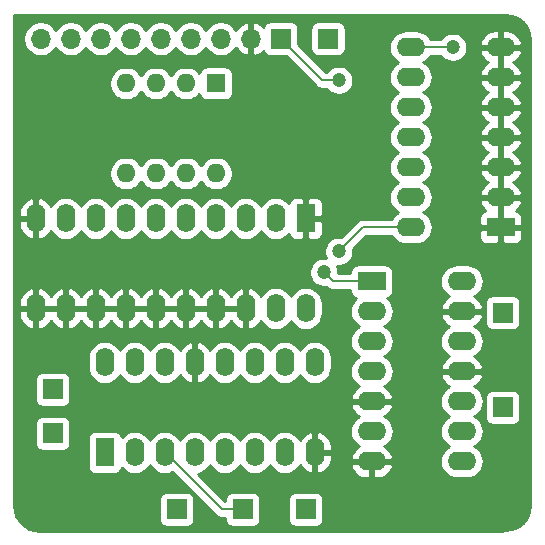
<source format=gbr>
%TF.GenerationSoftware,KiCad,Pcbnew,(5.1.6)-1*%
%TF.CreationDate,2020-10-26T14:55:52-07:00*%
%TF.ProjectId,DigitController2,44696769-7443-46f6-9e74-726f6c6c6572,rev?*%
%TF.SameCoordinates,Original*%
%TF.FileFunction,Copper,L2,Bot*%
%TF.FilePolarity,Positive*%
%FSLAX46Y46*%
G04 Gerber Fmt 4.6, Leading zero omitted, Abs format (unit mm)*
G04 Created by KiCad (PCBNEW (5.1.6)-1) date 2020-10-26 14:55:52*
%MOMM*%
%LPD*%
G01*
G04 APERTURE LIST*
%TA.AperFunction,ComponentPad*%
%ADD10O,1.600000X2.400000*%
%TD*%
%TA.AperFunction,ComponentPad*%
%ADD11R,1.600000X2.400000*%
%TD*%
%TA.AperFunction,ComponentPad*%
%ADD12R,1.600000X1.600000*%
%TD*%
%TA.AperFunction,ComponentPad*%
%ADD13O,1.600000X1.600000*%
%TD*%
%TA.AperFunction,ComponentPad*%
%ADD14O,2.400000X1.600000*%
%TD*%
%TA.AperFunction,ComponentPad*%
%ADD15R,2.400000X1.600000*%
%TD*%
%TA.AperFunction,ComponentPad*%
%ADD16R,1.700000X1.700000*%
%TD*%
%TA.AperFunction,ComponentPad*%
%ADD17O,1.700000X1.700000*%
%TD*%
%TA.AperFunction,ViaPad*%
%ADD18C,1.200000*%
%TD*%
%TA.AperFunction,Conductor*%
%ADD19C,0.200000*%
%TD*%
%TA.AperFunction,Conductor*%
%ADD20C,0.254000*%
%TD*%
G04 APERTURE END LIST*
D10*
%TO.P,U3,16*%
%TO.N,/VCC*%
X120904000Y-114808000D03*
%TO.P,U3,8*%
%TO.N,/GND*%
X138684000Y-122428000D03*
%TO.P,U3,15*%
%TO.N,/SEG_A*%
X123444000Y-114808000D03*
%TO.P,U3,7*%
%TO.N,/SEG_H*%
X136144000Y-122428000D03*
%TO.P,U3,14*%
%TO.N,Net-(IC1-Pad12)*%
X125984000Y-114808000D03*
%TO.P,U3,6*%
%TO.N,/SEG_G*%
X133604000Y-122428000D03*
%TO.P,U3,13*%
%TO.N,/GND*%
X128524000Y-114808000D03*
%TO.P,U3,5*%
%TO.N,/SEG_F*%
X131064000Y-122428000D03*
%TO.P,U3,12*%
%TO.N,Net-(IC1-Pad6)*%
X131064000Y-114808000D03*
%TO.P,U3,4*%
%TO.N,/SEG_E*%
X128524000Y-122428000D03*
%TO.P,U3,11*%
%TO.N,Net-(IC1-Pad8)*%
X133604000Y-114808000D03*
%TO.P,U3,3*%
%TO.N,/SEG_D*%
X125984000Y-122428000D03*
%TO.P,U3,10*%
%TO.N,/VCC*%
X136144000Y-114808000D03*
%TO.P,U3,2*%
%TO.N,/SEG_C*%
X123444000Y-122428000D03*
%TO.P,U3,9*%
%TO.N,Net-(U3-Pad9)*%
X138684000Y-114808000D03*
D11*
%TO.P,U3,1*%
%TO.N,/SEG_B*%
X120904000Y-122428000D03*
%TD*%
D12*
%TO.P,SW1,1*%
%TO.N,/VCC*%
X130322000Y-91190000D03*
D13*
%TO.P,SW1,5*%
%TO.N,Net-(R1-Pad1)*%
X122702000Y-98810000D03*
%TO.P,SW1,2*%
%TO.N,/VCC*%
X127782000Y-91190000D03*
%TO.P,SW1,6*%
%TO.N,Net-(R2-Pad1)*%
X125242000Y-98810000D03*
%TO.P,SW1,3*%
%TO.N,/VCC*%
X125242000Y-91190000D03*
%TO.P,SW1,7*%
%TO.N,Net-(R3-Pad1)*%
X127782000Y-98810000D03*
%TO.P,SW1,4*%
%TO.N,/VCC*%
X122702000Y-91190000D03*
%TO.P,SW1,8*%
%TO.N,Net-(R4-Pad1)*%
X130322000Y-98810000D03*
%TD*%
D10*
%TO.P,U2,20*%
%TO.N,/VCC*%
X137922000Y-110236000D03*
%TO.P,U2,10*%
%TO.N,/GND*%
X115062000Y-102616000D03*
%TO.P,U2,19*%
%TO.N,/DIGIT_SELECT*%
X135382000Y-110236000D03*
%TO.P,U2,9*%
%TO.N,/ADDR3_IN*%
X117602000Y-102616000D03*
%TO.P,U2,18*%
%TO.N,/GND*%
X132842000Y-110236000D03*
%TO.P,U2,8*%
%TO.N,Net-(R1-Pad1)*%
X120142000Y-102616000D03*
%TO.P,U2,17*%
%TO.N,/GND*%
X130302000Y-110236000D03*
%TO.P,U2,7*%
%TO.N,/ADDR2_IN*%
X122682000Y-102616000D03*
%TO.P,U2,16*%
%TO.N,/GND*%
X127762000Y-110236000D03*
%TO.P,U2,6*%
%TO.N,Net-(R2-Pad1)*%
X125222000Y-102616000D03*
%TO.P,U2,15*%
%TO.N,/GND*%
X125222000Y-110236000D03*
%TO.P,U2,5*%
%TO.N,/ADDR1_IN*%
X127762000Y-102616000D03*
%TO.P,U2,14*%
%TO.N,/GND*%
X122682000Y-110236000D03*
%TO.P,U2,4*%
%TO.N,Net-(R3-Pad1)*%
X130302000Y-102616000D03*
%TO.P,U2,13*%
%TO.N,/GND*%
X120142000Y-110236000D03*
%TO.P,U2,3*%
%TO.N,/ADDR0_IN*%
X132842000Y-102616000D03*
%TO.P,U2,12*%
%TO.N,/GND*%
X117602000Y-110236000D03*
%TO.P,U2,2*%
%TO.N,Net-(R4-Pad1)*%
X135382000Y-102616000D03*
%TO.P,U2,11*%
%TO.N,/GND*%
X115062000Y-110236000D03*
D11*
%TO.P,U2,1*%
X137922000Y-102616000D03*
%TD*%
D14*
%TO.P,U1,14*%
%TO.N,/VCC*%
X146812000Y-103378000D03*
%TO.P,U1,7*%
%TO.N,/GND*%
X154432000Y-88138000D03*
%TO.P,U1,13*%
%TO.N,/SRCLK_IN*%
X146812000Y-100838000D03*
%TO.P,U1,6*%
%TO.N,/GND*%
X154432000Y-90678000D03*
%TO.P,U1,12*%
%TO.N,Net-(IC1-Pad2)*%
X146812000Y-98298000D03*
%TO.P,U1,5*%
%TO.N,/GND*%
X154432000Y-93218000D03*
%TO.P,U1,11*%
%TO.N,/RCLK_IN*%
X146812000Y-95758000D03*
%TO.P,U1,4*%
%TO.N,/GND*%
X154432000Y-95758000D03*
%TO.P,U1,10*%
%TO.N,Net-(IC1-Pad4)*%
X146812000Y-93218000D03*
%TO.P,U1,3*%
%TO.N,/GND*%
X154432000Y-98298000D03*
%TO.P,U1,9*%
%TO.N,/SER_IN*%
X146812000Y-90678000D03*
%TO.P,U1,2*%
%TO.N,/GND*%
X154432000Y-100838000D03*
%TO.P,U1,8*%
%TO.N,Net-(IC1-Pad10)*%
X146812000Y-88138000D03*
D15*
%TO.P,U1,1*%
%TO.N,/GND*%
X154432000Y-103378000D03*
%TD*%
D14*
%TO.P,IC1,14*%
%TO.N,/VCC*%
X151130000Y-107950000D03*
%TO.P,IC1,7*%
%TO.N,/GND*%
X143510000Y-123190000D03*
%TO.P,IC1,13*%
X151130000Y-110490000D03*
%TO.P,IC1,6*%
%TO.N,Net-(IC1-Pad6)*%
X143510000Y-120650000D03*
%TO.P,IC1,12*%
%TO.N,Net-(IC1-Pad12)*%
X151130000Y-113030000D03*
%TO.P,IC1,5*%
%TO.N,/GND*%
X143510000Y-118110000D03*
%TO.P,IC1,11*%
X151130000Y-115570000D03*
%TO.P,IC1,4*%
%TO.N,Net-(IC1-Pad4)*%
X143510000Y-115570000D03*
%TO.P,IC1,10*%
%TO.N,Net-(IC1-Pad10)*%
X151130000Y-118110000D03*
%TO.P,IC1,3*%
%TO.N,/DIGIT_SELECT*%
X143510000Y-113030000D03*
%TO.P,IC1,9*%
X151130000Y-120650000D03*
%TO.P,IC1,2*%
%TO.N,Net-(IC1-Pad2)*%
X143510000Y-110490000D03*
%TO.P,IC1,8*%
%TO.N,Net-(IC1-Pad8)*%
X151130000Y-123190000D03*
D15*
%TO.P,IC1,1*%
%TO.N,/DIGIT_SELECT*%
X143510000Y-107950000D03*
%TD*%
D16*
%TO.P,J6,1*%
%TO.N,/SEG_D*%
X132588000Y-127254000D03*
%TD*%
%TO.P,J1,1*%
%TO.N,/SEG_H*%
X137922000Y-127254000D03*
%TD*%
%TO.P,J2,1*%
%TO.N,/SEG_G*%
X127000000Y-127254000D03*
%TD*%
%TO.P,J3,1*%
%TO.N,/SEG_F*%
X116500000Y-117100000D03*
%TD*%
%TO.P,J4,1*%
%TO.N,/VCC*%
X135800000Y-87400000D03*
D17*
%TO.P,J4,2*%
%TO.N,/GND*%
X133260000Y-87400000D03*
%TO.P,J4,3*%
%TO.N,/SER_IN*%
X130720000Y-87400000D03*
%TO.P,J4,4*%
%TO.N,/RCLK_IN*%
X128180000Y-87400000D03*
%TO.P,J4,5*%
%TO.N,/SRCLK_IN*%
X125640000Y-87400000D03*
%TO.P,J4,6*%
%TO.N,/ADDR0_IN*%
X123100000Y-87400000D03*
%TO.P,J4,7*%
%TO.N,/ADDR1_IN*%
X120560000Y-87400000D03*
%TO.P,J4,8*%
%TO.N,/ADDR2_IN*%
X118020000Y-87400000D03*
%TO.P,J4,9*%
%TO.N,/ADDR3_IN*%
X115480000Y-87400000D03*
%TD*%
D16*
%TO.P,J5,1*%
%TO.N,/SEG_E*%
X116500000Y-120800000D03*
%TD*%
%TO.P,J7,1*%
%TO.N,/SEG_C*%
X154600000Y-118600000D03*
%TD*%
%TO.P,J8,1*%
%TO.N,/SEG_B*%
X154600000Y-110600000D03*
%TD*%
%TO.P,J9,1*%
%TO.N,/SEG_A*%
X139800000Y-87400000D03*
%TD*%
D18*
%TO.N,Net-(IC1-Pad10)*%
X150368000Y-88138000D03*
%TO.N,/DIGIT_SELECT*%
X139446000Y-107188000D03*
%TO.N,/GND*%
X136906000Y-94742000D03*
X116078000Y-94488000D03*
%TO.N,/VCC*%
X140716000Y-105410000D03*
X140716000Y-90932000D03*
%TD*%
D19*
%TO.N,/VCC*%
X142748000Y-103378000D02*
X140716000Y-105410000D01*
X146812000Y-103378000D02*
X142748000Y-103378000D01*
X139332000Y-90932000D02*
X135800000Y-87400000D01*
X140716000Y-90932000D02*
X139332000Y-90932000D01*
%TO.N,/SEG_D*%
X130810000Y-127254000D02*
X125984000Y-122428000D01*
X132588000Y-127254000D02*
X130810000Y-127254000D01*
%TO.N,/SEG_C*%
X154560000Y-118560000D02*
X154600000Y-118600000D01*
%TO.N,/SEG_B*%
X154260000Y-110940000D02*
X154600000Y-110600000D01*
%TO.N,Net-(IC1-Pad10)*%
X146812000Y-88138000D02*
X150368000Y-88138000D01*
%TO.N,/DIGIT_SELECT*%
X140208000Y-107950000D02*
X139446000Y-107188000D01*
X143510000Y-107950000D02*
X140208000Y-107950000D01*
%TD*%
D20*
%TO.N,/GND*%
G36*
X154685318Y-85376766D02*
G01*
X154820857Y-85405575D01*
X154830716Y-85406611D01*
X155285862Y-85451238D01*
X155657032Y-85563302D01*
X155999364Y-85745323D01*
X156299825Y-85990373D01*
X156546963Y-86289112D01*
X156731369Y-86630163D01*
X156846019Y-87000538D01*
X156893823Y-87455366D01*
X156896898Y-87470344D01*
X156904009Y-87540344D01*
X156940013Y-87658104D01*
X156941839Y-126747196D01*
X156925163Y-126786063D01*
X156896304Y-126921592D01*
X156895264Y-126931450D01*
X156850434Y-127386943D01*
X156738131Y-127758412D01*
X156555813Y-128100998D01*
X156310427Y-128401645D01*
X156011319Y-128648904D01*
X155669877Y-128833358D01*
X155299117Y-128947978D01*
X154886172Y-128991227D01*
X154810794Y-128990081D01*
X154672699Y-129001505D01*
X154539451Y-129039534D01*
X154538543Y-129039999D01*
X115332289Y-129040001D01*
X114904379Y-128998044D01*
X114523821Y-128883146D01*
X114172835Y-128696525D01*
X113864777Y-128445279D01*
X113611386Y-128138981D01*
X113422316Y-127789303D01*
X113304766Y-127409561D01*
X113260000Y-126983636D01*
X113260000Y-126404000D01*
X125511928Y-126404000D01*
X125511928Y-128104000D01*
X125524188Y-128228482D01*
X125560498Y-128348180D01*
X125619463Y-128458494D01*
X125698815Y-128555185D01*
X125795506Y-128634537D01*
X125905820Y-128693502D01*
X126025518Y-128729812D01*
X126150000Y-128742072D01*
X127850000Y-128742072D01*
X127974482Y-128729812D01*
X128094180Y-128693502D01*
X128204494Y-128634537D01*
X128301185Y-128555185D01*
X128380537Y-128458494D01*
X128439502Y-128348180D01*
X128475812Y-128228482D01*
X128488072Y-128104000D01*
X128488072Y-126404000D01*
X128475812Y-126279518D01*
X128439502Y-126159820D01*
X128380537Y-126049506D01*
X128301185Y-125952815D01*
X128204494Y-125873463D01*
X128094180Y-125814498D01*
X127974482Y-125778188D01*
X127850000Y-125765928D01*
X126150000Y-125765928D01*
X126025518Y-125778188D01*
X125905820Y-125814498D01*
X125795506Y-125873463D01*
X125698815Y-125952815D01*
X125619463Y-126049506D01*
X125560498Y-126159820D01*
X125524188Y-126279518D01*
X125511928Y-126404000D01*
X113260000Y-126404000D01*
X113260000Y-119950000D01*
X115011928Y-119950000D01*
X115011928Y-121650000D01*
X115024188Y-121774482D01*
X115060498Y-121894180D01*
X115119463Y-122004494D01*
X115198815Y-122101185D01*
X115295506Y-122180537D01*
X115405820Y-122239502D01*
X115525518Y-122275812D01*
X115650000Y-122288072D01*
X117350000Y-122288072D01*
X117474482Y-122275812D01*
X117594180Y-122239502D01*
X117704494Y-122180537D01*
X117801185Y-122101185D01*
X117880537Y-122004494D01*
X117939502Y-121894180D01*
X117975812Y-121774482D01*
X117988072Y-121650000D01*
X117988072Y-121228000D01*
X119465928Y-121228000D01*
X119465928Y-123628000D01*
X119478188Y-123752482D01*
X119514498Y-123872180D01*
X119573463Y-123982494D01*
X119652815Y-124079185D01*
X119749506Y-124158537D01*
X119859820Y-124217502D01*
X119979518Y-124253812D01*
X120104000Y-124266072D01*
X121704000Y-124266072D01*
X121828482Y-124253812D01*
X121948180Y-124217502D01*
X122058494Y-124158537D01*
X122155185Y-124079185D01*
X122234537Y-123982494D01*
X122293502Y-123872180D01*
X122329812Y-123752482D01*
X122331581Y-123734517D01*
X122424393Y-123847608D01*
X122642900Y-124026932D01*
X122892193Y-124160182D01*
X123162692Y-124242236D01*
X123444000Y-124269943D01*
X123725309Y-124242236D01*
X123995808Y-124160182D01*
X124245101Y-124026932D01*
X124463608Y-123847608D01*
X124642932Y-123629101D01*
X124714000Y-123496142D01*
X124785068Y-123629101D01*
X124964393Y-123847608D01*
X125182900Y-124026932D01*
X125432193Y-124160182D01*
X125702692Y-124242236D01*
X125984000Y-124269943D01*
X126265309Y-124242236D01*
X126535808Y-124160182D01*
X126627647Y-124111093D01*
X130264746Y-127748193D01*
X130287762Y-127776238D01*
X130338452Y-127817838D01*
X130399680Y-127868087D01*
X130527366Y-127936337D01*
X130665915Y-127978365D01*
X130810000Y-127992556D01*
X130846105Y-127989000D01*
X131099928Y-127989000D01*
X131099928Y-128104000D01*
X131112188Y-128228482D01*
X131148498Y-128348180D01*
X131207463Y-128458494D01*
X131286815Y-128555185D01*
X131383506Y-128634537D01*
X131493820Y-128693502D01*
X131613518Y-128729812D01*
X131738000Y-128742072D01*
X133438000Y-128742072D01*
X133562482Y-128729812D01*
X133682180Y-128693502D01*
X133792494Y-128634537D01*
X133889185Y-128555185D01*
X133968537Y-128458494D01*
X134027502Y-128348180D01*
X134063812Y-128228482D01*
X134076072Y-128104000D01*
X134076072Y-126404000D01*
X136433928Y-126404000D01*
X136433928Y-128104000D01*
X136446188Y-128228482D01*
X136482498Y-128348180D01*
X136541463Y-128458494D01*
X136620815Y-128555185D01*
X136717506Y-128634537D01*
X136827820Y-128693502D01*
X136947518Y-128729812D01*
X137072000Y-128742072D01*
X138772000Y-128742072D01*
X138896482Y-128729812D01*
X139016180Y-128693502D01*
X139126494Y-128634537D01*
X139223185Y-128555185D01*
X139302537Y-128458494D01*
X139361502Y-128348180D01*
X139397812Y-128228482D01*
X139410072Y-128104000D01*
X139410072Y-126404000D01*
X139397812Y-126279518D01*
X139361502Y-126159820D01*
X139302537Y-126049506D01*
X139223185Y-125952815D01*
X139126494Y-125873463D01*
X139016180Y-125814498D01*
X138896482Y-125778188D01*
X138772000Y-125765928D01*
X137072000Y-125765928D01*
X136947518Y-125778188D01*
X136827820Y-125814498D01*
X136717506Y-125873463D01*
X136620815Y-125952815D01*
X136541463Y-126049506D01*
X136482498Y-126159820D01*
X136446188Y-126279518D01*
X136433928Y-126404000D01*
X134076072Y-126404000D01*
X134063812Y-126279518D01*
X134027502Y-126159820D01*
X133968537Y-126049506D01*
X133889185Y-125952815D01*
X133792494Y-125873463D01*
X133682180Y-125814498D01*
X133562482Y-125778188D01*
X133438000Y-125765928D01*
X131738000Y-125765928D01*
X131613518Y-125778188D01*
X131493820Y-125814498D01*
X131383506Y-125873463D01*
X131286815Y-125952815D01*
X131207463Y-126049506D01*
X131148498Y-126159820D01*
X131112188Y-126279518D01*
X131099928Y-126404000D01*
X131099928Y-126504481D01*
X128830148Y-124234701D01*
X129075808Y-124160182D01*
X129325101Y-124026932D01*
X129543608Y-123847608D01*
X129722932Y-123629101D01*
X129794000Y-123496142D01*
X129865068Y-123629101D01*
X130044393Y-123847608D01*
X130262900Y-124026932D01*
X130512193Y-124160182D01*
X130782692Y-124242236D01*
X131064000Y-124269943D01*
X131345309Y-124242236D01*
X131615808Y-124160182D01*
X131865101Y-124026932D01*
X132083608Y-123847608D01*
X132262932Y-123629101D01*
X132334000Y-123496142D01*
X132405068Y-123629101D01*
X132584393Y-123847608D01*
X132802900Y-124026932D01*
X133052193Y-124160182D01*
X133322692Y-124242236D01*
X133604000Y-124269943D01*
X133885309Y-124242236D01*
X134155808Y-124160182D01*
X134405101Y-124026932D01*
X134623608Y-123847608D01*
X134802932Y-123629101D01*
X134874000Y-123496142D01*
X134945068Y-123629101D01*
X135124393Y-123847608D01*
X135342900Y-124026932D01*
X135592193Y-124160182D01*
X135862692Y-124242236D01*
X136144000Y-124269943D01*
X136425309Y-124242236D01*
X136695808Y-124160182D01*
X136945101Y-124026932D01*
X137163608Y-123847608D01*
X137342932Y-123629101D01*
X137411265Y-123501259D01*
X137561399Y-123730839D01*
X137759105Y-123932500D01*
X137992354Y-124091715D01*
X138252182Y-124202367D01*
X138334961Y-124219904D01*
X138557000Y-124097915D01*
X138557000Y-122555000D01*
X138811000Y-122555000D01*
X138811000Y-124097915D01*
X139033039Y-124219904D01*
X139115818Y-124202367D01*
X139375646Y-124091715D01*
X139608895Y-123932500D01*
X139806601Y-123730839D01*
X139932028Y-123539039D01*
X141718096Y-123539039D01*
X141735633Y-123621818D01*
X141846285Y-123881646D01*
X142005500Y-124114895D01*
X142207161Y-124312601D01*
X142443517Y-124467166D01*
X142705486Y-124572650D01*
X142983000Y-124625000D01*
X143383000Y-124625000D01*
X143383000Y-123317000D01*
X143637000Y-123317000D01*
X143637000Y-124625000D01*
X144037000Y-124625000D01*
X144314514Y-124572650D01*
X144576483Y-124467166D01*
X144812839Y-124312601D01*
X145014500Y-124114895D01*
X145173715Y-123881646D01*
X145284367Y-123621818D01*
X145301904Y-123539039D01*
X145179915Y-123317000D01*
X143637000Y-123317000D01*
X143383000Y-123317000D01*
X141840085Y-123317000D01*
X141718096Y-123539039D01*
X139932028Y-123539039D01*
X139961166Y-123494483D01*
X140066650Y-123232514D01*
X140119000Y-122955000D01*
X140119000Y-122555000D01*
X138811000Y-122555000D01*
X138557000Y-122555000D01*
X138537000Y-122555000D01*
X138537000Y-122301000D01*
X138557000Y-122301000D01*
X138557000Y-120758085D01*
X138811000Y-120758085D01*
X138811000Y-122301000D01*
X140119000Y-122301000D01*
X140119000Y-121901000D01*
X140066650Y-121623486D01*
X139961166Y-121361517D01*
X139806601Y-121125161D01*
X139608895Y-120923500D01*
X139375646Y-120764285D01*
X139115818Y-120653633D01*
X139098670Y-120650000D01*
X141668057Y-120650000D01*
X141695764Y-120931309D01*
X141777818Y-121201808D01*
X141911068Y-121451101D01*
X142090392Y-121669608D01*
X142308899Y-121848932D01*
X142436741Y-121917265D01*
X142207161Y-122067399D01*
X142005500Y-122265105D01*
X141846285Y-122498354D01*
X141735633Y-122758182D01*
X141718096Y-122840961D01*
X141840085Y-123063000D01*
X143383000Y-123063000D01*
X143383000Y-123043000D01*
X143637000Y-123043000D01*
X143637000Y-123063000D01*
X145179915Y-123063000D01*
X145301904Y-122840961D01*
X145284367Y-122758182D01*
X145173715Y-122498354D01*
X145014500Y-122265105D01*
X144812839Y-122067399D01*
X144583259Y-121917265D01*
X144711101Y-121848932D01*
X144929608Y-121669608D01*
X145108932Y-121451101D01*
X145242182Y-121201808D01*
X145324236Y-120931309D01*
X145351943Y-120650000D01*
X145324236Y-120368691D01*
X145242182Y-120098192D01*
X145108932Y-119848899D01*
X144929608Y-119630392D01*
X144711101Y-119451068D01*
X144583259Y-119382735D01*
X144812839Y-119232601D01*
X145014500Y-119034895D01*
X145173715Y-118801646D01*
X145284367Y-118541818D01*
X145301904Y-118459039D01*
X145179915Y-118237000D01*
X143637000Y-118237000D01*
X143637000Y-118257000D01*
X143383000Y-118257000D01*
X143383000Y-118237000D01*
X141840085Y-118237000D01*
X141718096Y-118459039D01*
X141735633Y-118541818D01*
X141846285Y-118801646D01*
X142005500Y-119034895D01*
X142207161Y-119232601D01*
X142436741Y-119382735D01*
X142308899Y-119451068D01*
X142090392Y-119630392D01*
X141911068Y-119848899D01*
X141777818Y-120098192D01*
X141695764Y-120368691D01*
X141668057Y-120650000D01*
X139098670Y-120650000D01*
X139033039Y-120636096D01*
X138811000Y-120758085D01*
X138557000Y-120758085D01*
X138334961Y-120636096D01*
X138252182Y-120653633D01*
X137992354Y-120764285D01*
X137759105Y-120923500D01*
X137561399Y-121125161D01*
X137411265Y-121354741D01*
X137342932Y-121226899D01*
X137163607Y-121008392D01*
X136945100Y-120829068D01*
X136695807Y-120695818D01*
X136425308Y-120613764D01*
X136144000Y-120586057D01*
X135862691Y-120613764D01*
X135592192Y-120695818D01*
X135342899Y-120829068D01*
X135124392Y-121008393D01*
X134945068Y-121226900D01*
X134874000Y-121359858D01*
X134802932Y-121226899D01*
X134623607Y-121008392D01*
X134405100Y-120829068D01*
X134155807Y-120695818D01*
X133885308Y-120613764D01*
X133604000Y-120586057D01*
X133322691Y-120613764D01*
X133052192Y-120695818D01*
X132802899Y-120829068D01*
X132584392Y-121008393D01*
X132405068Y-121226900D01*
X132334000Y-121359858D01*
X132262932Y-121226899D01*
X132083607Y-121008392D01*
X131865100Y-120829068D01*
X131615807Y-120695818D01*
X131345308Y-120613764D01*
X131064000Y-120586057D01*
X130782691Y-120613764D01*
X130512192Y-120695818D01*
X130262899Y-120829068D01*
X130044392Y-121008393D01*
X129865068Y-121226900D01*
X129794000Y-121359858D01*
X129722932Y-121226899D01*
X129543607Y-121008392D01*
X129325100Y-120829068D01*
X129075807Y-120695818D01*
X128805308Y-120613764D01*
X128524000Y-120586057D01*
X128242691Y-120613764D01*
X127972192Y-120695818D01*
X127722899Y-120829068D01*
X127504392Y-121008393D01*
X127325068Y-121226900D01*
X127254000Y-121359858D01*
X127182932Y-121226899D01*
X127003607Y-121008392D01*
X126785100Y-120829068D01*
X126535807Y-120695818D01*
X126265308Y-120613764D01*
X125984000Y-120586057D01*
X125702691Y-120613764D01*
X125432192Y-120695818D01*
X125182899Y-120829068D01*
X124964392Y-121008393D01*
X124785068Y-121226900D01*
X124714000Y-121359858D01*
X124642932Y-121226899D01*
X124463607Y-121008392D01*
X124245100Y-120829068D01*
X123995807Y-120695818D01*
X123725308Y-120613764D01*
X123444000Y-120586057D01*
X123162691Y-120613764D01*
X122892192Y-120695818D01*
X122642899Y-120829068D01*
X122424392Y-121008393D01*
X122331581Y-121121483D01*
X122329812Y-121103518D01*
X122293502Y-120983820D01*
X122234537Y-120873506D01*
X122155185Y-120776815D01*
X122058494Y-120697463D01*
X121948180Y-120638498D01*
X121828482Y-120602188D01*
X121704000Y-120589928D01*
X120104000Y-120589928D01*
X119979518Y-120602188D01*
X119859820Y-120638498D01*
X119749506Y-120697463D01*
X119652815Y-120776815D01*
X119573463Y-120873506D01*
X119514498Y-120983820D01*
X119478188Y-121103518D01*
X119465928Y-121228000D01*
X117988072Y-121228000D01*
X117988072Y-119950000D01*
X117975812Y-119825518D01*
X117939502Y-119705820D01*
X117880537Y-119595506D01*
X117801185Y-119498815D01*
X117704494Y-119419463D01*
X117594180Y-119360498D01*
X117474482Y-119324188D01*
X117350000Y-119311928D01*
X115650000Y-119311928D01*
X115525518Y-119324188D01*
X115405820Y-119360498D01*
X115295506Y-119419463D01*
X115198815Y-119498815D01*
X115119463Y-119595506D01*
X115060498Y-119705820D01*
X115024188Y-119825518D01*
X115011928Y-119950000D01*
X113260000Y-119950000D01*
X113260000Y-116250000D01*
X115011928Y-116250000D01*
X115011928Y-117950000D01*
X115024188Y-118074482D01*
X115060498Y-118194180D01*
X115119463Y-118304494D01*
X115198815Y-118401185D01*
X115295506Y-118480537D01*
X115405820Y-118539502D01*
X115525518Y-118575812D01*
X115650000Y-118588072D01*
X117350000Y-118588072D01*
X117474482Y-118575812D01*
X117594180Y-118539502D01*
X117704494Y-118480537D01*
X117801185Y-118401185D01*
X117880537Y-118304494D01*
X117939502Y-118194180D01*
X117965037Y-118110000D01*
X149288057Y-118110000D01*
X149315764Y-118391309D01*
X149397818Y-118661808D01*
X149531068Y-118911101D01*
X149710392Y-119129608D01*
X149928899Y-119308932D01*
X150061858Y-119380000D01*
X149928899Y-119451068D01*
X149710392Y-119630392D01*
X149531068Y-119848899D01*
X149397818Y-120098192D01*
X149315764Y-120368691D01*
X149288057Y-120650000D01*
X149315764Y-120931309D01*
X149397818Y-121201808D01*
X149531068Y-121451101D01*
X149710392Y-121669608D01*
X149928899Y-121848932D01*
X150061858Y-121920000D01*
X149928899Y-121991068D01*
X149710392Y-122170392D01*
X149531068Y-122388899D01*
X149397818Y-122638192D01*
X149315764Y-122908691D01*
X149288057Y-123190000D01*
X149315764Y-123471309D01*
X149397818Y-123741808D01*
X149531068Y-123991101D01*
X149710392Y-124209608D01*
X149928899Y-124388932D01*
X150178192Y-124522182D01*
X150448691Y-124604236D01*
X150659508Y-124625000D01*
X151600492Y-124625000D01*
X151811309Y-124604236D01*
X152081808Y-124522182D01*
X152331101Y-124388932D01*
X152549608Y-124209608D01*
X152728932Y-123991101D01*
X152862182Y-123741808D01*
X152944236Y-123471309D01*
X152971943Y-123190000D01*
X152944236Y-122908691D01*
X152862182Y-122638192D01*
X152728932Y-122388899D01*
X152549608Y-122170392D01*
X152331101Y-121991068D01*
X152198142Y-121920000D01*
X152331101Y-121848932D01*
X152549608Y-121669608D01*
X152728932Y-121451101D01*
X152862182Y-121201808D01*
X152944236Y-120931309D01*
X152971943Y-120650000D01*
X152944236Y-120368691D01*
X152862182Y-120098192D01*
X152728932Y-119848899D01*
X152549608Y-119630392D01*
X152331101Y-119451068D01*
X152198142Y-119380000D01*
X152331101Y-119308932D01*
X152549608Y-119129608D01*
X152728932Y-118911101D01*
X152862182Y-118661808D01*
X152944236Y-118391309D01*
X152971943Y-118110000D01*
X152944236Y-117828691D01*
X152920366Y-117750000D01*
X153111928Y-117750000D01*
X153111928Y-119450000D01*
X153124188Y-119574482D01*
X153160498Y-119694180D01*
X153219463Y-119804494D01*
X153298815Y-119901185D01*
X153395506Y-119980537D01*
X153505820Y-120039502D01*
X153625518Y-120075812D01*
X153750000Y-120088072D01*
X155450000Y-120088072D01*
X155574482Y-120075812D01*
X155694180Y-120039502D01*
X155804494Y-119980537D01*
X155901185Y-119901185D01*
X155980537Y-119804494D01*
X156039502Y-119694180D01*
X156075812Y-119574482D01*
X156088072Y-119450000D01*
X156088072Y-117750000D01*
X156075812Y-117625518D01*
X156039502Y-117505820D01*
X155980537Y-117395506D01*
X155901185Y-117298815D01*
X155804494Y-117219463D01*
X155694180Y-117160498D01*
X155574482Y-117124188D01*
X155450000Y-117111928D01*
X153750000Y-117111928D01*
X153625518Y-117124188D01*
X153505820Y-117160498D01*
X153395506Y-117219463D01*
X153298815Y-117298815D01*
X153219463Y-117395506D01*
X153160498Y-117505820D01*
X153124188Y-117625518D01*
X153111928Y-117750000D01*
X152920366Y-117750000D01*
X152862182Y-117558192D01*
X152728932Y-117308899D01*
X152549608Y-117090392D01*
X152331101Y-116911068D01*
X152203259Y-116842735D01*
X152432839Y-116692601D01*
X152634500Y-116494895D01*
X152793715Y-116261646D01*
X152904367Y-116001818D01*
X152921904Y-115919039D01*
X152799915Y-115697000D01*
X151257000Y-115697000D01*
X151257000Y-115717000D01*
X151003000Y-115717000D01*
X151003000Y-115697000D01*
X149460085Y-115697000D01*
X149338096Y-115919039D01*
X149355633Y-116001818D01*
X149466285Y-116261646D01*
X149625500Y-116494895D01*
X149827161Y-116692601D01*
X150056741Y-116842735D01*
X149928899Y-116911068D01*
X149710392Y-117090392D01*
X149531068Y-117308899D01*
X149397818Y-117558192D01*
X149315764Y-117828691D01*
X149288057Y-118110000D01*
X117965037Y-118110000D01*
X117975812Y-118074482D01*
X117988072Y-117950000D01*
X117988072Y-116250000D01*
X117975812Y-116125518D01*
X117939502Y-116005820D01*
X117880537Y-115895506D01*
X117801185Y-115798815D01*
X117704494Y-115719463D01*
X117594180Y-115660498D01*
X117474482Y-115624188D01*
X117350000Y-115611928D01*
X115650000Y-115611928D01*
X115525518Y-115624188D01*
X115405820Y-115660498D01*
X115295506Y-115719463D01*
X115198815Y-115798815D01*
X115119463Y-115895506D01*
X115060498Y-116005820D01*
X115024188Y-116125518D01*
X115011928Y-116250000D01*
X113260000Y-116250000D01*
X113260000Y-114337509D01*
X119469000Y-114337509D01*
X119469000Y-115278492D01*
X119489764Y-115489309D01*
X119571818Y-115759808D01*
X119705068Y-116009101D01*
X119884393Y-116227608D01*
X120102900Y-116406932D01*
X120352193Y-116540182D01*
X120622692Y-116622236D01*
X120904000Y-116649943D01*
X121185309Y-116622236D01*
X121455808Y-116540182D01*
X121705101Y-116406932D01*
X121923608Y-116227608D01*
X122102932Y-116009101D01*
X122174000Y-115876142D01*
X122245068Y-116009101D01*
X122424393Y-116227608D01*
X122642900Y-116406932D01*
X122892193Y-116540182D01*
X123162692Y-116622236D01*
X123444000Y-116649943D01*
X123725309Y-116622236D01*
X123995808Y-116540182D01*
X124245101Y-116406932D01*
X124463608Y-116227608D01*
X124642932Y-116009101D01*
X124714000Y-115876142D01*
X124785068Y-116009101D01*
X124964393Y-116227608D01*
X125182900Y-116406932D01*
X125432193Y-116540182D01*
X125702692Y-116622236D01*
X125984000Y-116649943D01*
X126265309Y-116622236D01*
X126535808Y-116540182D01*
X126785101Y-116406932D01*
X127003608Y-116227608D01*
X127182932Y-116009101D01*
X127251265Y-115881259D01*
X127401399Y-116110839D01*
X127599105Y-116312500D01*
X127832354Y-116471715D01*
X128092182Y-116582367D01*
X128174961Y-116599904D01*
X128397000Y-116477915D01*
X128397000Y-114935000D01*
X128377000Y-114935000D01*
X128377000Y-114681000D01*
X128397000Y-114681000D01*
X128397000Y-113138085D01*
X128651000Y-113138085D01*
X128651000Y-114681000D01*
X128671000Y-114681000D01*
X128671000Y-114935000D01*
X128651000Y-114935000D01*
X128651000Y-116477915D01*
X128873039Y-116599904D01*
X128955818Y-116582367D01*
X129215646Y-116471715D01*
X129448895Y-116312500D01*
X129646601Y-116110839D01*
X129796735Y-115881259D01*
X129865068Y-116009101D01*
X130044393Y-116227608D01*
X130262900Y-116406932D01*
X130512193Y-116540182D01*
X130782692Y-116622236D01*
X131064000Y-116649943D01*
X131345309Y-116622236D01*
X131615808Y-116540182D01*
X131865101Y-116406932D01*
X132083608Y-116227608D01*
X132262932Y-116009101D01*
X132334000Y-115876142D01*
X132405068Y-116009101D01*
X132584393Y-116227608D01*
X132802900Y-116406932D01*
X133052193Y-116540182D01*
X133322692Y-116622236D01*
X133604000Y-116649943D01*
X133885309Y-116622236D01*
X134155808Y-116540182D01*
X134405101Y-116406932D01*
X134623608Y-116227608D01*
X134802932Y-116009101D01*
X134874000Y-115876142D01*
X134945068Y-116009101D01*
X135124393Y-116227608D01*
X135342900Y-116406932D01*
X135592193Y-116540182D01*
X135862692Y-116622236D01*
X136144000Y-116649943D01*
X136425309Y-116622236D01*
X136695808Y-116540182D01*
X136945101Y-116406932D01*
X137163608Y-116227608D01*
X137342932Y-116009101D01*
X137414000Y-115876142D01*
X137485068Y-116009101D01*
X137664393Y-116227608D01*
X137882900Y-116406932D01*
X138132193Y-116540182D01*
X138402692Y-116622236D01*
X138684000Y-116649943D01*
X138965309Y-116622236D01*
X139235808Y-116540182D01*
X139485101Y-116406932D01*
X139703608Y-116227608D01*
X139882932Y-116009101D01*
X140016182Y-115759808D01*
X140098236Y-115489309D01*
X140119000Y-115278491D01*
X140119000Y-114337508D01*
X140098236Y-114126691D01*
X140016182Y-113856192D01*
X139882932Y-113606899D01*
X139703607Y-113388392D01*
X139485100Y-113209068D01*
X139235807Y-113075818D01*
X138965308Y-112993764D01*
X138684000Y-112966057D01*
X138402691Y-112993764D01*
X138132192Y-113075818D01*
X137882899Y-113209068D01*
X137664392Y-113388393D01*
X137485068Y-113606900D01*
X137414000Y-113739858D01*
X137342932Y-113606899D01*
X137163607Y-113388392D01*
X136945100Y-113209068D01*
X136695807Y-113075818D01*
X136425308Y-112993764D01*
X136144000Y-112966057D01*
X135862691Y-112993764D01*
X135592192Y-113075818D01*
X135342899Y-113209068D01*
X135124392Y-113388393D01*
X134945068Y-113606900D01*
X134874000Y-113739858D01*
X134802932Y-113606899D01*
X134623607Y-113388392D01*
X134405100Y-113209068D01*
X134155807Y-113075818D01*
X133885308Y-112993764D01*
X133604000Y-112966057D01*
X133322691Y-112993764D01*
X133052192Y-113075818D01*
X132802899Y-113209068D01*
X132584392Y-113388393D01*
X132405068Y-113606900D01*
X132334000Y-113739858D01*
X132262932Y-113606899D01*
X132083607Y-113388392D01*
X131865100Y-113209068D01*
X131615807Y-113075818D01*
X131345308Y-112993764D01*
X131064000Y-112966057D01*
X130782691Y-112993764D01*
X130512192Y-113075818D01*
X130262899Y-113209068D01*
X130044392Y-113388393D01*
X129865068Y-113606900D01*
X129796735Y-113734742D01*
X129646601Y-113505161D01*
X129448895Y-113303500D01*
X129215646Y-113144285D01*
X128955818Y-113033633D01*
X128873039Y-113016096D01*
X128651000Y-113138085D01*
X128397000Y-113138085D01*
X128174961Y-113016096D01*
X128092182Y-113033633D01*
X127832354Y-113144285D01*
X127599105Y-113303500D01*
X127401399Y-113505161D01*
X127251265Y-113734741D01*
X127182932Y-113606899D01*
X127003607Y-113388392D01*
X126785100Y-113209068D01*
X126535807Y-113075818D01*
X126265308Y-112993764D01*
X125984000Y-112966057D01*
X125702691Y-112993764D01*
X125432192Y-113075818D01*
X125182899Y-113209068D01*
X124964392Y-113388393D01*
X124785068Y-113606900D01*
X124714000Y-113739858D01*
X124642932Y-113606899D01*
X124463607Y-113388392D01*
X124245100Y-113209068D01*
X123995807Y-113075818D01*
X123725308Y-112993764D01*
X123444000Y-112966057D01*
X123162691Y-112993764D01*
X122892192Y-113075818D01*
X122642899Y-113209068D01*
X122424392Y-113388393D01*
X122245068Y-113606900D01*
X122174000Y-113739858D01*
X122102932Y-113606899D01*
X121923607Y-113388392D01*
X121705100Y-113209068D01*
X121455807Y-113075818D01*
X121185308Y-112993764D01*
X120904000Y-112966057D01*
X120622691Y-112993764D01*
X120352192Y-113075818D01*
X120102899Y-113209068D01*
X119884392Y-113388393D01*
X119705068Y-113606900D01*
X119571818Y-113856193D01*
X119489764Y-114126692D01*
X119469000Y-114337509D01*
X113260000Y-114337509D01*
X113260000Y-110363000D01*
X113627000Y-110363000D01*
X113627000Y-110763000D01*
X113679350Y-111040514D01*
X113784834Y-111302483D01*
X113939399Y-111538839D01*
X114137105Y-111740500D01*
X114370354Y-111899715D01*
X114630182Y-112010367D01*
X114712961Y-112027904D01*
X114935000Y-111905915D01*
X114935000Y-110363000D01*
X115189000Y-110363000D01*
X115189000Y-111905915D01*
X115411039Y-112027904D01*
X115493818Y-112010367D01*
X115753646Y-111899715D01*
X115986895Y-111740500D01*
X116184601Y-111538839D01*
X116332000Y-111313441D01*
X116479399Y-111538839D01*
X116677105Y-111740500D01*
X116910354Y-111899715D01*
X117170182Y-112010367D01*
X117252961Y-112027904D01*
X117475000Y-111905915D01*
X117475000Y-110363000D01*
X117729000Y-110363000D01*
X117729000Y-111905915D01*
X117951039Y-112027904D01*
X118033818Y-112010367D01*
X118293646Y-111899715D01*
X118526895Y-111740500D01*
X118724601Y-111538839D01*
X118872000Y-111313441D01*
X119019399Y-111538839D01*
X119217105Y-111740500D01*
X119450354Y-111899715D01*
X119710182Y-112010367D01*
X119792961Y-112027904D01*
X120015000Y-111905915D01*
X120015000Y-110363000D01*
X120269000Y-110363000D01*
X120269000Y-111905915D01*
X120491039Y-112027904D01*
X120573818Y-112010367D01*
X120833646Y-111899715D01*
X121066895Y-111740500D01*
X121264601Y-111538839D01*
X121412000Y-111313441D01*
X121559399Y-111538839D01*
X121757105Y-111740500D01*
X121990354Y-111899715D01*
X122250182Y-112010367D01*
X122332961Y-112027904D01*
X122555000Y-111905915D01*
X122555000Y-110363000D01*
X122809000Y-110363000D01*
X122809000Y-111905915D01*
X123031039Y-112027904D01*
X123113818Y-112010367D01*
X123373646Y-111899715D01*
X123606895Y-111740500D01*
X123804601Y-111538839D01*
X123952000Y-111313441D01*
X124099399Y-111538839D01*
X124297105Y-111740500D01*
X124530354Y-111899715D01*
X124790182Y-112010367D01*
X124872961Y-112027904D01*
X125095000Y-111905915D01*
X125095000Y-110363000D01*
X125349000Y-110363000D01*
X125349000Y-111905915D01*
X125571039Y-112027904D01*
X125653818Y-112010367D01*
X125913646Y-111899715D01*
X126146895Y-111740500D01*
X126344601Y-111538839D01*
X126492000Y-111313441D01*
X126639399Y-111538839D01*
X126837105Y-111740500D01*
X127070354Y-111899715D01*
X127330182Y-112010367D01*
X127412961Y-112027904D01*
X127635000Y-111905915D01*
X127635000Y-110363000D01*
X127889000Y-110363000D01*
X127889000Y-111905915D01*
X128111039Y-112027904D01*
X128193818Y-112010367D01*
X128453646Y-111899715D01*
X128686895Y-111740500D01*
X128884601Y-111538839D01*
X129032000Y-111313441D01*
X129179399Y-111538839D01*
X129377105Y-111740500D01*
X129610354Y-111899715D01*
X129870182Y-112010367D01*
X129952961Y-112027904D01*
X130175000Y-111905915D01*
X130175000Y-110363000D01*
X130429000Y-110363000D01*
X130429000Y-111905915D01*
X130651039Y-112027904D01*
X130733818Y-112010367D01*
X130993646Y-111899715D01*
X131226895Y-111740500D01*
X131424601Y-111538839D01*
X131572000Y-111313441D01*
X131719399Y-111538839D01*
X131917105Y-111740500D01*
X132150354Y-111899715D01*
X132410182Y-112010367D01*
X132492961Y-112027904D01*
X132715000Y-111905915D01*
X132715000Y-110363000D01*
X130429000Y-110363000D01*
X130175000Y-110363000D01*
X127889000Y-110363000D01*
X127635000Y-110363000D01*
X125349000Y-110363000D01*
X125095000Y-110363000D01*
X122809000Y-110363000D01*
X122555000Y-110363000D01*
X120269000Y-110363000D01*
X120015000Y-110363000D01*
X117729000Y-110363000D01*
X117475000Y-110363000D01*
X115189000Y-110363000D01*
X114935000Y-110363000D01*
X113627000Y-110363000D01*
X113260000Y-110363000D01*
X113260000Y-109709000D01*
X113627000Y-109709000D01*
X113627000Y-110109000D01*
X114935000Y-110109000D01*
X114935000Y-108566085D01*
X115189000Y-108566085D01*
X115189000Y-110109000D01*
X117475000Y-110109000D01*
X117475000Y-108566085D01*
X117729000Y-108566085D01*
X117729000Y-110109000D01*
X120015000Y-110109000D01*
X120015000Y-108566085D01*
X120269000Y-108566085D01*
X120269000Y-110109000D01*
X122555000Y-110109000D01*
X122555000Y-108566085D01*
X122809000Y-108566085D01*
X122809000Y-110109000D01*
X125095000Y-110109000D01*
X125095000Y-108566085D01*
X125349000Y-108566085D01*
X125349000Y-110109000D01*
X127635000Y-110109000D01*
X127635000Y-108566085D01*
X127889000Y-108566085D01*
X127889000Y-110109000D01*
X130175000Y-110109000D01*
X130175000Y-108566085D01*
X130429000Y-108566085D01*
X130429000Y-110109000D01*
X132715000Y-110109000D01*
X132715000Y-108566085D01*
X132969000Y-108566085D01*
X132969000Y-110109000D01*
X132989000Y-110109000D01*
X132989000Y-110363000D01*
X132969000Y-110363000D01*
X132969000Y-111905915D01*
X133191039Y-112027904D01*
X133273818Y-112010367D01*
X133533646Y-111899715D01*
X133766895Y-111740500D01*
X133964601Y-111538839D01*
X134114735Y-111309258D01*
X134183068Y-111437100D01*
X134362392Y-111655607D01*
X134580899Y-111834932D01*
X134830192Y-111968182D01*
X135100691Y-112050236D01*
X135382000Y-112077943D01*
X135663308Y-112050236D01*
X135933807Y-111968182D01*
X136183100Y-111834932D01*
X136401607Y-111655608D01*
X136580932Y-111437101D01*
X136652000Y-111304142D01*
X136723068Y-111437100D01*
X136902392Y-111655607D01*
X137120899Y-111834932D01*
X137370192Y-111968182D01*
X137640691Y-112050236D01*
X137922000Y-112077943D01*
X138203308Y-112050236D01*
X138473807Y-111968182D01*
X138723100Y-111834932D01*
X138941607Y-111655608D01*
X139120932Y-111437101D01*
X139254182Y-111187808D01*
X139336236Y-110917309D01*
X139357000Y-110706492D01*
X139357000Y-109765509D01*
X139336236Y-109554691D01*
X139254182Y-109284192D01*
X139120932Y-109034899D01*
X138941608Y-108816392D01*
X138723101Y-108637068D01*
X138473808Y-108503818D01*
X138203309Y-108421764D01*
X137922000Y-108394057D01*
X137640692Y-108421764D01*
X137370193Y-108503818D01*
X137120900Y-108637068D01*
X136902393Y-108816392D01*
X136723068Y-109034899D01*
X136652000Y-109167858D01*
X136580932Y-109034899D01*
X136401608Y-108816392D01*
X136183101Y-108637068D01*
X135933808Y-108503818D01*
X135663309Y-108421764D01*
X135382000Y-108394057D01*
X135100692Y-108421764D01*
X134830193Y-108503818D01*
X134580900Y-108637068D01*
X134362393Y-108816392D01*
X134183068Y-109034899D01*
X134114735Y-109162741D01*
X133964601Y-108933161D01*
X133766895Y-108731500D01*
X133533646Y-108572285D01*
X133273818Y-108461633D01*
X133191039Y-108444096D01*
X132969000Y-108566085D01*
X132715000Y-108566085D01*
X132492961Y-108444096D01*
X132410182Y-108461633D01*
X132150354Y-108572285D01*
X131917105Y-108731500D01*
X131719399Y-108933161D01*
X131572000Y-109158559D01*
X131424601Y-108933161D01*
X131226895Y-108731500D01*
X130993646Y-108572285D01*
X130733818Y-108461633D01*
X130651039Y-108444096D01*
X130429000Y-108566085D01*
X130175000Y-108566085D01*
X129952961Y-108444096D01*
X129870182Y-108461633D01*
X129610354Y-108572285D01*
X129377105Y-108731500D01*
X129179399Y-108933161D01*
X129032000Y-109158559D01*
X128884601Y-108933161D01*
X128686895Y-108731500D01*
X128453646Y-108572285D01*
X128193818Y-108461633D01*
X128111039Y-108444096D01*
X127889000Y-108566085D01*
X127635000Y-108566085D01*
X127412961Y-108444096D01*
X127330182Y-108461633D01*
X127070354Y-108572285D01*
X126837105Y-108731500D01*
X126639399Y-108933161D01*
X126492000Y-109158559D01*
X126344601Y-108933161D01*
X126146895Y-108731500D01*
X125913646Y-108572285D01*
X125653818Y-108461633D01*
X125571039Y-108444096D01*
X125349000Y-108566085D01*
X125095000Y-108566085D01*
X124872961Y-108444096D01*
X124790182Y-108461633D01*
X124530354Y-108572285D01*
X124297105Y-108731500D01*
X124099399Y-108933161D01*
X123952000Y-109158559D01*
X123804601Y-108933161D01*
X123606895Y-108731500D01*
X123373646Y-108572285D01*
X123113818Y-108461633D01*
X123031039Y-108444096D01*
X122809000Y-108566085D01*
X122555000Y-108566085D01*
X122332961Y-108444096D01*
X122250182Y-108461633D01*
X121990354Y-108572285D01*
X121757105Y-108731500D01*
X121559399Y-108933161D01*
X121412000Y-109158559D01*
X121264601Y-108933161D01*
X121066895Y-108731500D01*
X120833646Y-108572285D01*
X120573818Y-108461633D01*
X120491039Y-108444096D01*
X120269000Y-108566085D01*
X120015000Y-108566085D01*
X119792961Y-108444096D01*
X119710182Y-108461633D01*
X119450354Y-108572285D01*
X119217105Y-108731500D01*
X119019399Y-108933161D01*
X118872000Y-109158559D01*
X118724601Y-108933161D01*
X118526895Y-108731500D01*
X118293646Y-108572285D01*
X118033818Y-108461633D01*
X117951039Y-108444096D01*
X117729000Y-108566085D01*
X117475000Y-108566085D01*
X117252961Y-108444096D01*
X117170182Y-108461633D01*
X116910354Y-108572285D01*
X116677105Y-108731500D01*
X116479399Y-108933161D01*
X116332000Y-109158559D01*
X116184601Y-108933161D01*
X115986895Y-108731500D01*
X115753646Y-108572285D01*
X115493818Y-108461633D01*
X115411039Y-108444096D01*
X115189000Y-108566085D01*
X114935000Y-108566085D01*
X114712961Y-108444096D01*
X114630182Y-108461633D01*
X114370354Y-108572285D01*
X114137105Y-108731500D01*
X113939399Y-108933161D01*
X113784834Y-109169517D01*
X113679350Y-109431486D01*
X113627000Y-109709000D01*
X113260000Y-109709000D01*
X113260000Y-107066363D01*
X138211000Y-107066363D01*
X138211000Y-107309637D01*
X138258460Y-107548236D01*
X138351557Y-107772992D01*
X138486713Y-107975267D01*
X138658733Y-108147287D01*
X138861008Y-108282443D01*
X139085764Y-108375540D01*
X139324363Y-108423000D01*
X139567637Y-108423000D01*
X139629290Y-108410737D01*
X139662746Y-108444193D01*
X139685762Y-108472238D01*
X139713806Y-108495253D01*
X139797680Y-108564087D01*
X139925366Y-108632337D01*
X140063915Y-108674365D01*
X140208000Y-108688556D01*
X140244105Y-108685000D01*
X141671928Y-108685000D01*
X141671928Y-108750000D01*
X141684188Y-108874482D01*
X141720498Y-108994180D01*
X141779463Y-109104494D01*
X141858815Y-109201185D01*
X141955506Y-109280537D01*
X142065820Y-109339502D01*
X142185518Y-109375812D01*
X142203482Y-109377581D01*
X142090392Y-109470392D01*
X141911068Y-109688899D01*
X141777818Y-109938192D01*
X141695764Y-110208691D01*
X141668057Y-110490000D01*
X141695764Y-110771309D01*
X141777818Y-111041808D01*
X141911068Y-111291101D01*
X142090392Y-111509608D01*
X142308899Y-111688932D01*
X142441858Y-111760000D01*
X142308899Y-111831068D01*
X142090392Y-112010392D01*
X141911068Y-112228899D01*
X141777818Y-112478192D01*
X141695764Y-112748691D01*
X141668057Y-113030000D01*
X141695764Y-113311309D01*
X141777818Y-113581808D01*
X141911068Y-113831101D01*
X142090392Y-114049608D01*
X142308899Y-114228932D01*
X142441858Y-114300000D01*
X142308899Y-114371068D01*
X142090392Y-114550392D01*
X141911068Y-114768899D01*
X141777818Y-115018192D01*
X141695764Y-115288691D01*
X141668057Y-115570000D01*
X141695764Y-115851309D01*
X141777818Y-116121808D01*
X141911068Y-116371101D01*
X142090392Y-116589608D01*
X142308899Y-116768932D01*
X142436741Y-116837265D01*
X142207161Y-116987399D01*
X142005500Y-117185105D01*
X141846285Y-117418354D01*
X141735633Y-117678182D01*
X141718096Y-117760961D01*
X141840085Y-117983000D01*
X143383000Y-117983000D01*
X143383000Y-117963000D01*
X143637000Y-117963000D01*
X143637000Y-117983000D01*
X145179915Y-117983000D01*
X145301904Y-117760961D01*
X145284367Y-117678182D01*
X145173715Y-117418354D01*
X145014500Y-117185105D01*
X144812839Y-116987399D01*
X144583259Y-116837265D01*
X144711101Y-116768932D01*
X144929608Y-116589608D01*
X145108932Y-116371101D01*
X145242182Y-116121808D01*
X145324236Y-115851309D01*
X145351943Y-115570000D01*
X145324236Y-115288691D01*
X145242182Y-115018192D01*
X145108932Y-114768899D01*
X144929608Y-114550392D01*
X144711101Y-114371068D01*
X144578142Y-114300000D01*
X144711101Y-114228932D01*
X144929608Y-114049608D01*
X145108932Y-113831101D01*
X145242182Y-113581808D01*
X145324236Y-113311309D01*
X145351943Y-113030000D01*
X149288057Y-113030000D01*
X149315764Y-113311309D01*
X149397818Y-113581808D01*
X149531068Y-113831101D01*
X149710392Y-114049608D01*
X149928899Y-114228932D01*
X150056741Y-114297265D01*
X149827161Y-114447399D01*
X149625500Y-114645105D01*
X149466285Y-114878354D01*
X149355633Y-115138182D01*
X149338096Y-115220961D01*
X149460085Y-115443000D01*
X151003000Y-115443000D01*
X151003000Y-115423000D01*
X151257000Y-115423000D01*
X151257000Y-115443000D01*
X152799915Y-115443000D01*
X152921904Y-115220961D01*
X152904367Y-115138182D01*
X152793715Y-114878354D01*
X152634500Y-114645105D01*
X152432839Y-114447399D01*
X152203259Y-114297265D01*
X152331101Y-114228932D01*
X152549608Y-114049608D01*
X152728932Y-113831101D01*
X152862182Y-113581808D01*
X152944236Y-113311309D01*
X152971943Y-113030000D01*
X152944236Y-112748691D01*
X152862182Y-112478192D01*
X152728932Y-112228899D01*
X152549608Y-112010392D01*
X152331101Y-111831068D01*
X152203259Y-111762735D01*
X152432839Y-111612601D01*
X152634500Y-111414895D01*
X152793715Y-111181646D01*
X152904367Y-110921818D01*
X152921904Y-110839039D01*
X152799915Y-110617000D01*
X151257000Y-110617000D01*
X151257000Y-110637000D01*
X151003000Y-110637000D01*
X151003000Y-110617000D01*
X149460085Y-110617000D01*
X149338096Y-110839039D01*
X149355633Y-110921818D01*
X149466285Y-111181646D01*
X149625500Y-111414895D01*
X149827161Y-111612601D01*
X150056741Y-111762735D01*
X149928899Y-111831068D01*
X149710392Y-112010392D01*
X149531068Y-112228899D01*
X149397818Y-112478192D01*
X149315764Y-112748691D01*
X149288057Y-113030000D01*
X145351943Y-113030000D01*
X145324236Y-112748691D01*
X145242182Y-112478192D01*
X145108932Y-112228899D01*
X144929608Y-112010392D01*
X144711101Y-111831068D01*
X144578142Y-111760000D01*
X144711101Y-111688932D01*
X144929608Y-111509608D01*
X145108932Y-111291101D01*
X145242182Y-111041808D01*
X145324236Y-110771309D01*
X145351943Y-110490000D01*
X145324236Y-110208691D01*
X145242182Y-109938192D01*
X145108932Y-109688899D01*
X144929608Y-109470392D01*
X144816518Y-109377581D01*
X144834482Y-109375812D01*
X144954180Y-109339502D01*
X145064494Y-109280537D01*
X145161185Y-109201185D01*
X145240537Y-109104494D01*
X145299502Y-108994180D01*
X145335812Y-108874482D01*
X145348072Y-108750000D01*
X145348072Y-107950000D01*
X149288057Y-107950000D01*
X149315764Y-108231309D01*
X149397818Y-108501808D01*
X149531068Y-108751101D01*
X149710392Y-108969608D01*
X149928899Y-109148932D01*
X150056741Y-109217265D01*
X149827161Y-109367399D01*
X149625500Y-109565105D01*
X149466285Y-109798354D01*
X149355633Y-110058182D01*
X149338096Y-110140961D01*
X149460085Y-110363000D01*
X151003000Y-110363000D01*
X151003000Y-110343000D01*
X151257000Y-110343000D01*
X151257000Y-110363000D01*
X152799915Y-110363000D01*
X152921904Y-110140961D01*
X152904367Y-110058182D01*
X152793715Y-109798354D01*
X152760709Y-109750000D01*
X153111928Y-109750000D01*
X153111928Y-111450000D01*
X153124188Y-111574482D01*
X153160498Y-111694180D01*
X153219463Y-111804494D01*
X153298815Y-111901185D01*
X153395506Y-111980537D01*
X153505820Y-112039502D01*
X153625518Y-112075812D01*
X153750000Y-112088072D01*
X155450000Y-112088072D01*
X155574482Y-112075812D01*
X155694180Y-112039502D01*
X155804494Y-111980537D01*
X155901185Y-111901185D01*
X155980537Y-111804494D01*
X156039502Y-111694180D01*
X156075812Y-111574482D01*
X156088072Y-111450000D01*
X156088072Y-109750000D01*
X156075812Y-109625518D01*
X156039502Y-109505820D01*
X155980537Y-109395506D01*
X155901185Y-109298815D01*
X155804494Y-109219463D01*
X155694180Y-109160498D01*
X155574482Y-109124188D01*
X155450000Y-109111928D01*
X153750000Y-109111928D01*
X153625518Y-109124188D01*
X153505820Y-109160498D01*
X153395506Y-109219463D01*
X153298815Y-109298815D01*
X153219463Y-109395506D01*
X153160498Y-109505820D01*
X153124188Y-109625518D01*
X153111928Y-109750000D01*
X152760709Y-109750000D01*
X152634500Y-109565105D01*
X152432839Y-109367399D01*
X152203259Y-109217265D01*
X152331101Y-109148932D01*
X152549608Y-108969608D01*
X152728932Y-108751101D01*
X152862182Y-108501808D01*
X152944236Y-108231309D01*
X152971943Y-107950000D01*
X152944236Y-107668691D01*
X152862182Y-107398192D01*
X152728932Y-107148899D01*
X152549608Y-106930392D01*
X152331101Y-106751068D01*
X152081808Y-106617818D01*
X151811309Y-106535764D01*
X151600492Y-106515000D01*
X150659508Y-106515000D01*
X150448691Y-106535764D01*
X150178192Y-106617818D01*
X149928899Y-106751068D01*
X149710392Y-106930392D01*
X149531068Y-107148899D01*
X149397818Y-107398192D01*
X149315764Y-107668691D01*
X149288057Y-107950000D01*
X145348072Y-107950000D01*
X145348072Y-107150000D01*
X145335812Y-107025518D01*
X145299502Y-106905820D01*
X145240537Y-106795506D01*
X145161185Y-106698815D01*
X145064494Y-106619463D01*
X144954180Y-106560498D01*
X144834482Y-106524188D01*
X144710000Y-106511928D01*
X142310000Y-106511928D01*
X142185518Y-106524188D01*
X142065820Y-106560498D01*
X141955506Y-106619463D01*
X141858815Y-106698815D01*
X141779463Y-106795506D01*
X141720498Y-106905820D01*
X141684188Y-107025518D01*
X141671928Y-107150000D01*
X141671928Y-107215000D01*
X140681000Y-107215000D01*
X140681000Y-107066363D01*
X140633540Y-106827764D01*
X140554557Y-106637082D01*
X140594363Y-106645000D01*
X140837637Y-106645000D01*
X141076236Y-106597540D01*
X141300992Y-106504443D01*
X141503267Y-106369287D01*
X141675287Y-106197267D01*
X141810443Y-105994992D01*
X141903540Y-105770236D01*
X141951000Y-105531637D01*
X141951000Y-105288363D01*
X141938737Y-105226710D01*
X143052447Y-104113000D01*
X145177736Y-104113000D01*
X145213068Y-104179101D01*
X145392392Y-104397608D01*
X145610899Y-104576932D01*
X145860192Y-104710182D01*
X146130691Y-104792236D01*
X146341508Y-104813000D01*
X147282492Y-104813000D01*
X147493309Y-104792236D01*
X147763808Y-104710182D01*
X148013101Y-104576932D01*
X148231608Y-104397608D01*
X148410932Y-104179101D01*
X148411520Y-104178000D01*
X152593928Y-104178000D01*
X152606188Y-104302482D01*
X152642498Y-104422180D01*
X152701463Y-104532494D01*
X152780815Y-104629185D01*
X152877506Y-104708537D01*
X152987820Y-104767502D01*
X153107518Y-104803812D01*
X153232000Y-104816072D01*
X154146250Y-104813000D01*
X154305000Y-104654250D01*
X154305000Y-103505000D01*
X154559000Y-103505000D01*
X154559000Y-104654250D01*
X154717750Y-104813000D01*
X155632000Y-104816072D01*
X155756482Y-104803812D01*
X155876180Y-104767502D01*
X155986494Y-104708537D01*
X156083185Y-104629185D01*
X156162537Y-104532494D01*
X156221502Y-104422180D01*
X156257812Y-104302482D01*
X156270072Y-104178000D01*
X156267000Y-103663750D01*
X156108250Y-103505000D01*
X154559000Y-103505000D01*
X154305000Y-103505000D01*
X152755750Y-103505000D01*
X152597000Y-103663750D01*
X152593928Y-104178000D01*
X148411520Y-104178000D01*
X148544182Y-103929808D01*
X148626236Y-103659309D01*
X148653943Y-103378000D01*
X148626236Y-103096691D01*
X148544182Y-102826192D01*
X148411521Y-102578000D01*
X152593928Y-102578000D01*
X152597000Y-103092250D01*
X152755750Y-103251000D01*
X154305000Y-103251000D01*
X154305000Y-100965000D01*
X154559000Y-100965000D01*
X154559000Y-103251000D01*
X156108250Y-103251000D01*
X156267000Y-103092250D01*
X156270072Y-102578000D01*
X156257812Y-102453518D01*
X156221502Y-102333820D01*
X156162537Y-102223506D01*
X156083185Y-102126815D01*
X155986494Y-102047463D01*
X155876180Y-101988498D01*
X155756482Y-101952188D01*
X155744613Y-101951019D01*
X155936500Y-101762895D01*
X156095715Y-101529646D01*
X156206367Y-101269818D01*
X156223904Y-101187039D01*
X156101915Y-100965000D01*
X154559000Y-100965000D01*
X154305000Y-100965000D01*
X152762085Y-100965000D01*
X152640096Y-101187039D01*
X152657633Y-101269818D01*
X152768285Y-101529646D01*
X152927500Y-101762895D01*
X153119387Y-101951019D01*
X153107518Y-101952188D01*
X152987820Y-101988498D01*
X152877506Y-102047463D01*
X152780815Y-102126815D01*
X152701463Y-102223506D01*
X152642498Y-102333820D01*
X152606188Y-102453518D01*
X152593928Y-102578000D01*
X148411521Y-102578000D01*
X148410932Y-102576899D01*
X148231608Y-102358392D01*
X148013101Y-102179068D01*
X147880142Y-102108000D01*
X148013101Y-102036932D01*
X148231608Y-101857608D01*
X148410932Y-101639101D01*
X148544182Y-101389808D01*
X148626236Y-101119309D01*
X148653943Y-100838000D01*
X148626236Y-100556691D01*
X148544182Y-100286192D01*
X148410932Y-100036899D01*
X148231608Y-99818392D01*
X148013101Y-99639068D01*
X147880142Y-99568000D01*
X148013101Y-99496932D01*
X148231608Y-99317608D01*
X148410932Y-99099101D01*
X148544182Y-98849808D01*
X148605690Y-98647039D01*
X152640096Y-98647039D01*
X152657633Y-98729818D01*
X152768285Y-98989646D01*
X152927500Y-99222895D01*
X153129161Y-99420601D01*
X153354559Y-99568000D01*
X153129161Y-99715399D01*
X152927500Y-99913105D01*
X152768285Y-100146354D01*
X152657633Y-100406182D01*
X152640096Y-100488961D01*
X152762085Y-100711000D01*
X154305000Y-100711000D01*
X154305000Y-98425000D01*
X154559000Y-98425000D01*
X154559000Y-100711000D01*
X156101915Y-100711000D01*
X156223904Y-100488961D01*
X156206367Y-100406182D01*
X156095715Y-100146354D01*
X155936500Y-99913105D01*
X155734839Y-99715399D01*
X155509441Y-99568000D01*
X155734839Y-99420601D01*
X155936500Y-99222895D01*
X156095715Y-98989646D01*
X156206367Y-98729818D01*
X156223904Y-98647039D01*
X156101915Y-98425000D01*
X154559000Y-98425000D01*
X154305000Y-98425000D01*
X152762085Y-98425000D01*
X152640096Y-98647039D01*
X148605690Y-98647039D01*
X148626236Y-98579309D01*
X148653943Y-98298000D01*
X148626236Y-98016691D01*
X148544182Y-97746192D01*
X148410932Y-97496899D01*
X148231608Y-97278392D01*
X148013101Y-97099068D01*
X147880142Y-97028000D01*
X148013101Y-96956932D01*
X148231608Y-96777608D01*
X148410932Y-96559101D01*
X148544182Y-96309808D01*
X148605690Y-96107039D01*
X152640096Y-96107039D01*
X152657633Y-96189818D01*
X152768285Y-96449646D01*
X152927500Y-96682895D01*
X153129161Y-96880601D01*
X153354559Y-97028000D01*
X153129161Y-97175399D01*
X152927500Y-97373105D01*
X152768285Y-97606354D01*
X152657633Y-97866182D01*
X152640096Y-97948961D01*
X152762085Y-98171000D01*
X154305000Y-98171000D01*
X154305000Y-95885000D01*
X154559000Y-95885000D01*
X154559000Y-98171000D01*
X156101915Y-98171000D01*
X156223904Y-97948961D01*
X156206367Y-97866182D01*
X156095715Y-97606354D01*
X155936500Y-97373105D01*
X155734839Y-97175399D01*
X155509441Y-97028000D01*
X155734839Y-96880601D01*
X155936500Y-96682895D01*
X156095715Y-96449646D01*
X156206367Y-96189818D01*
X156223904Y-96107039D01*
X156101915Y-95885000D01*
X154559000Y-95885000D01*
X154305000Y-95885000D01*
X152762085Y-95885000D01*
X152640096Y-96107039D01*
X148605690Y-96107039D01*
X148626236Y-96039309D01*
X148653943Y-95758000D01*
X148626236Y-95476691D01*
X148544182Y-95206192D01*
X148410932Y-94956899D01*
X148231608Y-94738392D01*
X148013101Y-94559068D01*
X147880142Y-94488000D01*
X148013101Y-94416932D01*
X148231608Y-94237608D01*
X148410932Y-94019101D01*
X148544182Y-93769808D01*
X148605690Y-93567039D01*
X152640096Y-93567039D01*
X152657633Y-93649818D01*
X152768285Y-93909646D01*
X152927500Y-94142895D01*
X153129161Y-94340601D01*
X153354559Y-94488000D01*
X153129161Y-94635399D01*
X152927500Y-94833105D01*
X152768285Y-95066354D01*
X152657633Y-95326182D01*
X152640096Y-95408961D01*
X152762085Y-95631000D01*
X154305000Y-95631000D01*
X154305000Y-93345000D01*
X154559000Y-93345000D01*
X154559000Y-95631000D01*
X156101915Y-95631000D01*
X156223904Y-95408961D01*
X156206367Y-95326182D01*
X156095715Y-95066354D01*
X155936500Y-94833105D01*
X155734839Y-94635399D01*
X155509441Y-94488000D01*
X155734839Y-94340601D01*
X155936500Y-94142895D01*
X156095715Y-93909646D01*
X156206367Y-93649818D01*
X156223904Y-93567039D01*
X156101915Y-93345000D01*
X154559000Y-93345000D01*
X154305000Y-93345000D01*
X152762085Y-93345000D01*
X152640096Y-93567039D01*
X148605690Y-93567039D01*
X148626236Y-93499309D01*
X148653943Y-93218000D01*
X148626236Y-92936691D01*
X148544182Y-92666192D01*
X148410932Y-92416899D01*
X148231608Y-92198392D01*
X148013101Y-92019068D01*
X147880142Y-91948000D01*
X148013101Y-91876932D01*
X148231608Y-91697608D01*
X148410932Y-91479101D01*
X148544182Y-91229808D01*
X148605690Y-91027039D01*
X152640096Y-91027039D01*
X152657633Y-91109818D01*
X152768285Y-91369646D01*
X152927500Y-91602895D01*
X153129161Y-91800601D01*
X153354559Y-91948000D01*
X153129161Y-92095399D01*
X152927500Y-92293105D01*
X152768285Y-92526354D01*
X152657633Y-92786182D01*
X152640096Y-92868961D01*
X152762085Y-93091000D01*
X154305000Y-93091000D01*
X154305000Y-90805000D01*
X154559000Y-90805000D01*
X154559000Y-93091000D01*
X156101915Y-93091000D01*
X156223904Y-92868961D01*
X156206367Y-92786182D01*
X156095715Y-92526354D01*
X155936500Y-92293105D01*
X155734839Y-92095399D01*
X155509441Y-91948000D01*
X155734839Y-91800601D01*
X155936500Y-91602895D01*
X156095715Y-91369646D01*
X156206367Y-91109818D01*
X156223904Y-91027039D01*
X156101915Y-90805000D01*
X154559000Y-90805000D01*
X154305000Y-90805000D01*
X152762085Y-90805000D01*
X152640096Y-91027039D01*
X148605690Y-91027039D01*
X148626236Y-90959309D01*
X148653943Y-90678000D01*
X148626236Y-90396691D01*
X148544182Y-90126192D01*
X148410932Y-89876899D01*
X148231608Y-89658392D01*
X148013101Y-89479068D01*
X147880142Y-89408000D01*
X148013101Y-89336932D01*
X148231608Y-89157608D01*
X148410932Y-88939101D01*
X148446264Y-88873000D01*
X149373789Y-88873000D01*
X149408713Y-88925267D01*
X149580733Y-89097287D01*
X149783008Y-89232443D01*
X150007764Y-89325540D01*
X150246363Y-89373000D01*
X150489637Y-89373000D01*
X150728236Y-89325540D01*
X150952992Y-89232443D01*
X151155267Y-89097287D01*
X151327287Y-88925267D01*
X151462443Y-88722992D01*
X151555540Y-88498236D01*
X151557767Y-88487039D01*
X152640096Y-88487039D01*
X152657633Y-88569818D01*
X152768285Y-88829646D01*
X152927500Y-89062895D01*
X153129161Y-89260601D01*
X153354559Y-89408000D01*
X153129161Y-89555399D01*
X152927500Y-89753105D01*
X152768285Y-89986354D01*
X152657633Y-90246182D01*
X152640096Y-90328961D01*
X152762085Y-90551000D01*
X154305000Y-90551000D01*
X154305000Y-88265000D01*
X154559000Y-88265000D01*
X154559000Y-90551000D01*
X156101915Y-90551000D01*
X156223904Y-90328961D01*
X156206367Y-90246182D01*
X156095715Y-89986354D01*
X155936500Y-89753105D01*
X155734839Y-89555399D01*
X155509441Y-89408000D01*
X155734839Y-89260601D01*
X155936500Y-89062895D01*
X156095715Y-88829646D01*
X156206367Y-88569818D01*
X156223904Y-88487039D01*
X156101915Y-88265000D01*
X154559000Y-88265000D01*
X154305000Y-88265000D01*
X152762085Y-88265000D01*
X152640096Y-88487039D01*
X151557767Y-88487039D01*
X151603000Y-88259637D01*
X151603000Y-88016363D01*
X151557768Y-87788961D01*
X152640096Y-87788961D01*
X152762085Y-88011000D01*
X154305000Y-88011000D01*
X154305000Y-86703000D01*
X154559000Y-86703000D01*
X154559000Y-88011000D01*
X156101915Y-88011000D01*
X156223904Y-87788961D01*
X156206367Y-87706182D01*
X156095715Y-87446354D01*
X155936500Y-87213105D01*
X155734839Y-87015399D01*
X155498483Y-86860834D01*
X155236514Y-86755350D01*
X154959000Y-86703000D01*
X154559000Y-86703000D01*
X154305000Y-86703000D01*
X153905000Y-86703000D01*
X153627486Y-86755350D01*
X153365517Y-86860834D01*
X153129161Y-87015399D01*
X152927500Y-87213105D01*
X152768285Y-87446354D01*
X152657633Y-87706182D01*
X152640096Y-87788961D01*
X151557768Y-87788961D01*
X151555540Y-87777764D01*
X151462443Y-87553008D01*
X151327287Y-87350733D01*
X151155267Y-87178713D01*
X150952992Y-87043557D01*
X150728236Y-86950460D01*
X150489637Y-86903000D01*
X150246363Y-86903000D01*
X150007764Y-86950460D01*
X149783008Y-87043557D01*
X149580733Y-87178713D01*
X149408713Y-87350733D01*
X149373789Y-87403000D01*
X148446264Y-87403000D01*
X148410932Y-87336899D01*
X148231608Y-87118392D01*
X148013101Y-86939068D01*
X147763808Y-86805818D01*
X147493309Y-86723764D01*
X147282492Y-86703000D01*
X146341508Y-86703000D01*
X146130691Y-86723764D01*
X145860192Y-86805818D01*
X145610899Y-86939068D01*
X145392392Y-87118392D01*
X145213068Y-87336899D01*
X145079818Y-87586192D01*
X144997764Y-87856691D01*
X144970057Y-88138000D01*
X144997764Y-88419309D01*
X145079818Y-88689808D01*
X145213068Y-88939101D01*
X145392392Y-89157608D01*
X145610899Y-89336932D01*
X145743858Y-89408000D01*
X145610899Y-89479068D01*
X145392392Y-89658392D01*
X145213068Y-89876899D01*
X145079818Y-90126192D01*
X144997764Y-90396691D01*
X144970057Y-90678000D01*
X144997764Y-90959309D01*
X145079818Y-91229808D01*
X145213068Y-91479101D01*
X145392392Y-91697608D01*
X145610899Y-91876932D01*
X145743858Y-91948000D01*
X145610899Y-92019068D01*
X145392392Y-92198392D01*
X145213068Y-92416899D01*
X145079818Y-92666192D01*
X144997764Y-92936691D01*
X144970057Y-93218000D01*
X144997764Y-93499309D01*
X145079818Y-93769808D01*
X145213068Y-94019101D01*
X145392392Y-94237608D01*
X145610899Y-94416932D01*
X145743858Y-94488000D01*
X145610899Y-94559068D01*
X145392392Y-94738392D01*
X145213068Y-94956899D01*
X145079818Y-95206192D01*
X144997764Y-95476691D01*
X144970057Y-95758000D01*
X144997764Y-96039309D01*
X145079818Y-96309808D01*
X145213068Y-96559101D01*
X145392392Y-96777608D01*
X145610899Y-96956932D01*
X145743858Y-97028000D01*
X145610899Y-97099068D01*
X145392392Y-97278392D01*
X145213068Y-97496899D01*
X145079818Y-97746192D01*
X144997764Y-98016691D01*
X144970057Y-98298000D01*
X144997764Y-98579309D01*
X145079818Y-98849808D01*
X145213068Y-99099101D01*
X145392392Y-99317608D01*
X145610899Y-99496932D01*
X145743858Y-99568000D01*
X145610899Y-99639068D01*
X145392392Y-99818392D01*
X145213068Y-100036899D01*
X145079818Y-100286192D01*
X144997764Y-100556691D01*
X144970057Y-100838000D01*
X144997764Y-101119309D01*
X145079818Y-101389808D01*
X145213068Y-101639101D01*
X145392392Y-101857608D01*
X145610899Y-102036932D01*
X145743858Y-102108000D01*
X145610899Y-102179068D01*
X145392392Y-102358392D01*
X145213068Y-102576899D01*
X145177736Y-102643000D01*
X142784105Y-102643000D01*
X142748000Y-102639444D01*
X142711895Y-102643000D01*
X142603915Y-102653635D01*
X142465367Y-102695663D01*
X142337680Y-102763913D01*
X142225762Y-102855762D01*
X142202746Y-102883807D01*
X140899290Y-104187263D01*
X140837637Y-104175000D01*
X140594363Y-104175000D01*
X140355764Y-104222460D01*
X140131008Y-104315557D01*
X139928733Y-104450713D01*
X139756713Y-104622733D01*
X139621557Y-104825008D01*
X139528460Y-105049764D01*
X139481000Y-105288363D01*
X139481000Y-105531637D01*
X139528460Y-105770236D01*
X139607443Y-105960918D01*
X139567637Y-105953000D01*
X139324363Y-105953000D01*
X139085764Y-106000460D01*
X138861008Y-106093557D01*
X138658733Y-106228713D01*
X138486713Y-106400733D01*
X138351557Y-106603008D01*
X138258460Y-106827764D01*
X138211000Y-107066363D01*
X113260000Y-107066363D01*
X113260000Y-102743000D01*
X113627000Y-102743000D01*
X113627000Y-103143000D01*
X113679350Y-103420514D01*
X113784834Y-103682483D01*
X113939399Y-103918839D01*
X114137105Y-104120500D01*
X114370354Y-104279715D01*
X114630182Y-104390367D01*
X114712961Y-104407904D01*
X114935000Y-104285915D01*
X114935000Y-102743000D01*
X113627000Y-102743000D01*
X113260000Y-102743000D01*
X113260000Y-102089000D01*
X113627000Y-102089000D01*
X113627000Y-102489000D01*
X114935000Y-102489000D01*
X114935000Y-100946085D01*
X115189000Y-100946085D01*
X115189000Y-102489000D01*
X115209000Y-102489000D01*
X115209000Y-102743000D01*
X115189000Y-102743000D01*
X115189000Y-104285915D01*
X115411039Y-104407904D01*
X115493818Y-104390367D01*
X115753646Y-104279715D01*
X115986895Y-104120500D01*
X116184601Y-103918839D01*
X116334735Y-103689258D01*
X116403068Y-103817100D01*
X116582392Y-104035607D01*
X116800899Y-104214932D01*
X117050192Y-104348182D01*
X117320691Y-104430236D01*
X117602000Y-104457943D01*
X117883308Y-104430236D01*
X118153807Y-104348182D01*
X118403100Y-104214932D01*
X118621607Y-104035608D01*
X118800932Y-103817101D01*
X118872000Y-103684142D01*
X118943068Y-103817100D01*
X119122392Y-104035607D01*
X119340899Y-104214932D01*
X119590192Y-104348182D01*
X119860691Y-104430236D01*
X120142000Y-104457943D01*
X120423308Y-104430236D01*
X120693807Y-104348182D01*
X120943100Y-104214932D01*
X121161607Y-104035608D01*
X121340932Y-103817101D01*
X121412000Y-103684142D01*
X121483068Y-103817100D01*
X121662392Y-104035607D01*
X121880899Y-104214932D01*
X122130192Y-104348182D01*
X122400691Y-104430236D01*
X122682000Y-104457943D01*
X122963308Y-104430236D01*
X123233807Y-104348182D01*
X123483100Y-104214932D01*
X123701607Y-104035608D01*
X123880932Y-103817101D01*
X123952000Y-103684142D01*
X124023068Y-103817100D01*
X124202392Y-104035607D01*
X124420899Y-104214932D01*
X124670192Y-104348182D01*
X124940691Y-104430236D01*
X125222000Y-104457943D01*
X125503308Y-104430236D01*
X125773807Y-104348182D01*
X126023100Y-104214932D01*
X126241607Y-104035608D01*
X126420932Y-103817101D01*
X126492000Y-103684142D01*
X126563068Y-103817100D01*
X126742392Y-104035607D01*
X126960899Y-104214932D01*
X127210192Y-104348182D01*
X127480691Y-104430236D01*
X127762000Y-104457943D01*
X128043308Y-104430236D01*
X128313807Y-104348182D01*
X128563100Y-104214932D01*
X128781607Y-104035608D01*
X128960932Y-103817101D01*
X129032000Y-103684142D01*
X129103068Y-103817100D01*
X129282392Y-104035607D01*
X129500899Y-104214932D01*
X129750192Y-104348182D01*
X130020691Y-104430236D01*
X130302000Y-104457943D01*
X130583308Y-104430236D01*
X130853807Y-104348182D01*
X131103100Y-104214932D01*
X131321607Y-104035608D01*
X131500932Y-103817101D01*
X131572000Y-103684142D01*
X131643068Y-103817100D01*
X131822392Y-104035607D01*
X132040899Y-104214932D01*
X132290192Y-104348182D01*
X132560691Y-104430236D01*
X132842000Y-104457943D01*
X133123308Y-104430236D01*
X133393807Y-104348182D01*
X133643100Y-104214932D01*
X133861607Y-104035608D01*
X134040932Y-103817101D01*
X134112000Y-103684142D01*
X134183068Y-103817100D01*
X134362392Y-104035607D01*
X134580899Y-104214932D01*
X134830192Y-104348182D01*
X135100691Y-104430236D01*
X135382000Y-104457943D01*
X135663308Y-104430236D01*
X135933807Y-104348182D01*
X136183100Y-104214932D01*
X136401607Y-104035608D01*
X136494419Y-103922517D01*
X136496188Y-103940482D01*
X136532498Y-104060180D01*
X136591463Y-104170494D01*
X136670815Y-104267185D01*
X136767506Y-104346537D01*
X136877820Y-104405502D01*
X136997518Y-104441812D01*
X137122000Y-104454072D01*
X137636250Y-104451000D01*
X137795000Y-104292250D01*
X137795000Y-102743000D01*
X138049000Y-102743000D01*
X138049000Y-104292250D01*
X138207750Y-104451000D01*
X138722000Y-104454072D01*
X138846482Y-104441812D01*
X138966180Y-104405502D01*
X139076494Y-104346537D01*
X139173185Y-104267185D01*
X139252537Y-104170494D01*
X139311502Y-104060180D01*
X139347812Y-103940482D01*
X139360072Y-103816000D01*
X139357000Y-102901750D01*
X139198250Y-102743000D01*
X138049000Y-102743000D01*
X137795000Y-102743000D01*
X137775000Y-102743000D01*
X137775000Y-102489000D01*
X137795000Y-102489000D01*
X137795000Y-100939750D01*
X138049000Y-100939750D01*
X138049000Y-102489000D01*
X139198250Y-102489000D01*
X139357000Y-102330250D01*
X139360072Y-101416000D01*
X139347812Y-101291518D01*
X139311502Y-101171820D01*
X139252537Y-101061506D01*
X139173185Y-100964815D01*
X139076494Y-100885463D01*
X138966180Y-100826498D01*
X138846482Y-100790188D01*
X138722000Y-100777928D01*
X138207750Y-100781000D01*
X138049000Y-100939750D01*
X137795000Y-100939750D01*
X137636250Y-100781000D01*
X137122000Y-100777928D01*
X136997518Y-100790188D01*
X136877820Y-100826498D01*
X136767506Y-100885463D01*
X136670815Y-100964815D01*
X136591463Y-101061506D01*
X136532498Y-101171820D01*
X136496188Y-101291518D01*
X136494419Y-101309482D01*
X136401608Y-101196392D01*
X136183101Y-101017068D01*
X135933808Y-100883818D01*
X135663309Y-100801764D01*
X135382000Y-100774057D01*
X135100692Y-100801764D01*
X134830193Y-100883818D01*
X134580900Y-101017068D01*
X134362393Y-101196392D01*
X134183068Y-101414899D01*
X134112000Y-101547858D01*
X134040932Y-101414899D01*
X133861608Y-101196392D01*
X133643101Y-101017068D01*
X133393808Y-100883818D01*
X133123309Y-100801764D01*
X132842000Y-100774057D01*
X132560692Y-100801764D01*
X132290193Y-100883818D01*
X132040900Y-101017068D01*
X131822393Y-101196392D01*
X131643068Y-101414899D01*
X131572000Y-101547858D01*
X131500932Y-101414899D01*
X131321608Y-101196392D01*
X131103101Y-101017068D01*
X130853808Y-100883818D01*
X130583309Y-100801764D01*
X130302000Y-100774057D01*
X130020692Y-100801764D01*
X129750193Y-100883818D01*
X129500900Y-101017068D01*
X129282393Y-101196392D01*
X129103068Y-101414899D01*
X129032000Y-101547858D01*
X128960932Y-101414899D01*
X128781608Y-101196392D01*
X128563101Y-101017068D01*
X128313808Y-100883818D01*
X128043309Y-100801764D01*
X127762000Y-100774057D01*
X127480692Y-100801764D01*
X127210193Y-100883818D01*
X126960900Y-101017068D01*
X126742393Y-101196392D01*
X126563068Y-101414899D01*
X126492000Y-101547858D01*
X126420932Y-101414899D01*
X126241608Y-101196392D01*
X126023101Y-101017068D01*
X125773808Y-100883818D01*
X125503309Y-100801764D01*
X125222000Y-100774057D01*
X124940692Y-100801764D01*
X124670193Y-100883818D01*
X124420900Y-101017068D01*
X124202393Y-101196392D01*
X124023068Y-101414899D01*
X123952000Y-101547858D01*
X123880932Y-101414899D01*
X123701608Y-101196392D01*
X123483101Y-101017068D01*
X123233808Y-100883818D01*
X122963309Y-100801764D01*
X122682000Y-100774057D01*
X122400692Y-100801764D01*
X122130193Y-100883818D01*
X121880900Y-101017068D01*
X121662393Y-101196392D01*
X121483068Y-101414899D01*
X121412000Y-101547858D01*
X121340932Y-101414899D01*
X121161608Y-101196392D01*
X120943101Y-101017068D01*
X120693808Y-100883818D01*
X120423309Y-100801764D01*
X120142000Y-100774057D01*
X119860692Y-100801764D01*
X119590193Y-100883818D01*
X119340900Y-101017068D01*
X119122393Y-101196392D01*
X118943068Y-101414899D01*
X118872000Y-101547858D01*
X118800932Y-101414899D01*
X118621608Y-101196392D01*
X118403101Y-101017068D01*
X118153808Y-100883818D01*
X117883309Y-100801764D01*
X117602000Y-100774057D01*
X117320692Y-100801764D01*
X117050193Y-100883818D01*
X116800900Y-101017068D01*
X116582393Y-101196392D01*
X116403068Y-101414899D01*
X116334735Y-101542741D01*
X116184601Y-101313161D01*
X115986895Y-101111500D01*
X115753646Y-100952285D01*
X115493818Y-100841633D01*
X115411039Y-100824096D01*
X115189000Y-100946085D01*
X114935000Y-100946085D01*
X114712961Y-100824096D01*
X114630182Y-100841633D01*
X114370354Y-100952285D01*
X114137105Y-101111500D01*
X113939399Y-101313161D01*
X113784834Y-101549517D01*
X113679350Y-101811486D01*
X113627000Y-102089000D01*
X113260000Y-102089000D01*
X113260000Y-98668665D01*
X121267000Y-98668665D01*
X121267000Y-98951335D01*
X121322147Y-99228574D01*
X121430320Y-99489727D01*
X121587363Y-99724759D01*
X121787241Y-99924637D01*
X122022273Y-100081680D01*
X122283426Y-100189853D01*
X122560665Y-100245000D01*
X122843335Y-100245000D01*
X123120574Y-100189853D01*
X123381727Y-100081680D01*
X123616759Y-99924637D01*
X123816637Y-99724759D01*
X123972000Y-99492241D01*
X124127363Y-99724759D01*
X124327241Y-99924637D01*
X124562273Y-100081680D01*
X124823426Y-100189853D01*
X125100665Y-100245000D01*
X125383335Y-100245000D01*
X125660574Y-100189853D01*
X125921727Y-100081680D01*
X126156759Y-99924637D01*
X126356637Y-99724759D01*
X126512000Y-99492241D01*
X126667363Y-99724759D01*
X126867241Y-99924637D01*
X127102273Y-100081680D01*
X127363426Y-100189853D01*
X127640665Y-100245000D01*
X127923335Y-100245000D01*
X128200574Y-100189853D01*
X128461727Y-100081680D01*
X128696759Y-99924637D01*
X128896637Y-99724759D01*
X129052000Y-99492241D01*
X129207363Y-99724759D01*
X129407241Y-99924637D01*
X129642273Y-100081680D01*
X129903426Y-100189853D01*
X130180665Y-100245000D01*
X130463335Y-100245000D01*
X130740574Y-100189853D01*
X131001727Y-100081680D01*
X131236759Y-99924637D01*
X131436637Y-99724759D01*
X131593680Y-99489727D01*
X131701853Y-99228574D01*
X131757000Y-98951335D01*
X131757000Y-98668665D01*
X131701853Y-98391426D01*
X131593680Y-98130273D01*
X131436637Y-97895241D01*
X131236759Y-97695363D01*
X131001727Y-97538320D01*
X130740574Y-97430147D01*
X130463335Y-97375000D01*
X130180665Y-97375000D01*
X129903426Y-97430147D01*
X129642273Y-97538320D01*
X129407241Y-97695363D01*
X129207363Y-97895241D01*
X129052000Y-98127759D01*
X128896637Y-97895241D01*
X128696759Y-97695363D01*
X128461727Y-97538320D01*
X128200574Y-97430147D01*
X127923335Y-97375000D01*
X127640665Y-97375000D01*
X127363426Y-97430147D01*
X127102273Y-97538320D01*
X126867241Y-97695363D01*
X126667363Y-97895241D01*
X126512000Y-98127759D01*
X126356637Y-97895241D01*
X126156759Y-97695363D01*
X125921727Y-97538320D01*
X125660574Y-97430147D01*
X125383335Y-97375000D01*
X125100665Y-97375000D01*
X124823426Y-97430147D01*
X124562273Y-97538320D01*
X124327241Y-97695363D01*
X124127363Y-97895241D01*
X123972000Y-98127759D01*
X123816637Y-97895241D01*
X123616759Y-97695363D01*
X123381727Y-97538320D01*
X123120574Y-97430147D01*
X122843335Y-97375000D01*
X122560665Y-97375000D01*
X122283426Y-97430147D01*
X122022273Y-97538320D01*
X121787241Y-97695363D01*
X121587363Y-97895241D01*
X121430320Y-98130273D01*
X121322147Y-98391426D01*
X121267000Y-98668665D01*
X113260000Y-98668665D01*
X113260000Y-91048665D01*
X121267000Y-91048665D01*
X121267000Y-91331335D01*
X121322147Y-91608574D01*
X121430320Y-91869727D01*
X121587363Y-92104759D01*
X121787241Y-92304637D01*
X122022273Y-92461680D01*
X122283426Y-92569853D01*
X122560665Y-92625000D01*
X122843335Y-92625000D01*
X123120574Y-92569853D01*
X123381727Y-92461680D01*
X123616759Y-92304637D01*
X123816637Y-92104759D01*
X123972000Y-91872241D01*
X124127363Y-92104759D01*
X124327241Y-92304637D01*
X124562273Y-92461680D01*
X124823426Y-92569853D01*
X125100665Y-92625000D01*
X125383335Y-92625000D01*
X125660574Y-92569853D01*
X125921727Y-92461680D01*
X126156759Y-92304637D01*
X126356637Y-92104759D01*
X126512000Y-91872241D01*
X126667363Y-92104759D01*
X126867241Y-92304637D01*
X127102273Y-92461680D01*
X127363426Y-92569853D01*
X127640665Y-92625000D01*
X127923335Y-92625000D01*
X128200574Y-92569853D01*
X128461727Y-92461680D01*
X128696759Y-92304637D01*
X128895357Y-92106039D01*
X128896188Y-92114482D01*
X128932498Y-92234180D01*
X128991463Y-92344494D01*
X129070815Y-92441185D01*
X129167506Y-92520537D01*
X129277820Y-92579502D01*
X129397518Y-92615812D01*
X129522000Y-92628072D01*
X131122000Y-92628072D01*
X131246482Y-92615812D01*
X131366180Y-92579502D01*
X131476494Y-92520537D01*
X131573185Y-92441185D01*
X131652537Y-92344494D01*
X131711502Y-92234180D01*
X131747812Y-92114482D01*
X131760072Y-91990000D01*
X131760072Y-90390000D01*
X131747812Y-90265518D01*
X131711502Y-90145820D01*
X131652537Y-90035506D01*
X131573185Y-89938815D01*
X131476494Y-89859463D01*
X131366180Y-89800498D01*
X131246482Y-89764188D01*
X131122000Y-89751928D01*
X129522000Y-89751928D01*
X129397518Y-89764188D01*
X129277820Y-89800498D01*
X129167506Y-89859463D01*
X129070815Y-89938815D01*
X128991463Y-90035506D01*
X128932498Y-90145820D01*
X128896188Y-90265518D01*
X128895357Y-90273961D01*
X128696759Y-90075363D01*
X128461727Y-89918320D01*
X128200574Y-89810147D01*
X127923335Y-89755000D01*
X127640665Y-89755000D01*
X127363426Y-89810147D01*
X127102273Y-89918320D01*
X126867241Y-90075363D01*
X126667363Y-90275241D01*
X126512000Y-90507759D01*
X126356637Y-90275241D01*
X126156759Y-90075363D01*
X125921727Y-89918320D01*
X125660574Y-89810147D01*
X125383335Y-89755000D01*
X125100665Y-89755000D01*
X124823426Y-89810147D01*
X124562273Y-89918320D01*
X124327241Y-90075363D01*
X124127363Y-90275241D01*
X123972000Y-90507759D01*
X123816637Y-90275241D01*
X123616759Y-90075363D01*
X123381727Y-89918320D01*
X123120574Y-89810147D01*
X122843335Y-89755000D01*
X122560665Y-89755000D01*
X122283426Y-89810147D01*
X122022273Y-89918320D01*
X121787241Y-90075363D01*
X121587363Y-90275241D01*
X121430320Y-90510273D01*
X121322147Y-90771426D01*
X121267000Y-91048665D01*
X113260000Y-91048665D01*
X113260000Y-87253740D01*
X113995000Y-87253740D01*
X113995000Y-87546260D01*
X114052068Y-87833158D01*
X114164010Y-88103411D01*
X114326525Y-88346632D01*
X114533368Y-88553475D01*
X114776589Y-88715990D01*
X115046842Y-88827932D01*
X115333740Y-88885000D01*
X115626260Y-88885000D01*
X115913158Y-88827932D01*
X116183411Y-88715990D01*
X116426632Y-88553475D01*
X116633475Y-88346632D01*
X116750000Y-88172240D01*
X116866525Y-88346632D01*
X117073368Y-88553475D01*
X117316589Y-88715990D01*
X117586842Y-88827932D01*
X117873740Y-88885000D01*
X118166260Y-88885000D01*
X118453158Y-88827932D01*
X118723411Y-88715990D01*
X118966632Y-88553475D01*
X119173475Y-88346632D01*
X119290000Y-88172240D01*
X119406525Y-88346632D01*
X119613368Y-88553475D01*
X119856589Y-88715990D01*
X120126842Y-88827932D01*
X120413740Y-88885000D01*
X120706260Y-88885000D01*
X120993158Y-88827932D01*
X121263411Y-88715990D01*
X121506632Y-88553475D01*
X121713475Y-88346632D01*
X121830000Y-88172240D01*
X121946525Y-88346632D01*
X122153368Y-88553475D01*
X122396589Y-88715990D01*
X122666842Y-88827932D01*
X122953740Y-88885000D01*
X123246260Y-88885000D01*
X123533158Y-88827932D01*
X123803411Y-88715990D01*
X124046632Y-88553475D01*
X124253475Y-88346632D01*
X124370000Y-88172240D01*
X124486525Y-88346632D01*
X124693368Y-88553475D01*
X124936589Y-88715990D01*
X125206842Y-88827932D01*
X125493740Y-88885000D01*
X125786260Y-88885000D01*
X126073158Y-88827932D01*
X126343411Y-88715990D01*
X126586632Y-88553475D01*
X126793475Y-88346632D01*
X126910000Y-88172240D01*
X127026525Y-88346632D01*
X127233368Y-88553475D01*
X127476589Y-88715990D01*
X127746842Y-88827932D01*
X128033740Y-88885000D01*
X128326260Y-88885000D01*
X128613158Y-88827932D01*
X128883411Y-88715990D01*
X129126632Y-88553475D01*
X129333475Y-88346632D01*
X129450000Y-88172240D01*
X129566525Y-88346632D01*
X129773368Y-88553475D01*
X130016589Y-88715990D01*
X130286842Y-88827932D01*
X130573740Y-88885000D01*
X130866260Y-88885000D01*
X131153158Y-88827932D01*
X131423411Y-88715990D01*
X131666632Y-88553475D01*
X131873475Y-88346632D01*
X131995195Y-88164466D01*
X132064822Y-88281355D01*
X132259731Y-88497588D01*
X132493080Y-88671641D01*
X132755901Y-88796825D01*
X132903110Y-88841476D01*
X133133000Y-88720155D01*
X133133000Y-87527000D01*
X133113000Y-87527000D01*
X133113000Y-87273000D01*
X133133000Y-87273000D01*
X133133000Y-86079845D01*
X133387000Y-86079845D01*
X133387000Y-87273000D01*
X133407000Y-87273000D01*
X133407000Y-87527000D01*
X133387000Y-87527000D01*
X133387000Y-88720155D01*
X133616890Y-88841476D01*
X133764099Y-88796825D01*
X134026920Y-88671641D01*
X134260269Y-88497588D01*
X134336034Y-88413534D01*
X134360498Y-88494180D01*
X134419463Y-88604494D01*
X134498815Y-88701185D01*
X134595506Y-88780537D01*
X134705820Y-88839502D01*
X134825518Y-88875812D01*
X134950000Y-88888072D01*
X136248626Y-88888072D01*
X138786746Y-91426193D01*
X138809762Y-91454238D01*
X138921680Y-91546087D01*
X139049367Y-91614337D01*
X139187915Y-91656365D01*
X139295895Y-91667000D01*
X139295904Y-91667000D01*
X139331999Y-91670555D01*
X139368094Y-91667000D01*
X139721789Y-91667000D01*
X139756713Y-91719267D01*
X139928733Y-91891287D01*
X140131008Y-92026443D01*
X140355764Y-92119540D01*
X140594363Y-92167000D01*
X140837637Y-92167000D01*
X141076236Y-92119540D01*
X141300992Y-92026443D01*
X141503267Y-91891287D01*
X141675287Y-91719267D01*
X141810443Y-91516992D01*
X141903540Y-91292236D01*
X141951000Y-91053637D01*
X141951000Y-90810363D01*
X141903540Y-90571764D01*
X141810443Y-90347008D01*
X141675287Y-90144733D01*
X141503267Y-89972713D01*
X141300992Y-89837557D01*
X141076236Y-89744460D01*
X140837637Y-89697000D01*
X140594363Y-89697000D01*
X140355764Y-89744460D01*
X140131008Y-89837557D01*
X139928733Y-89972713D01*
X139756713Y-90144733D01*
X139721789Y-90197000D01*
X139636447Y-90197000D01*
X137288072Y-87848626D01*
X137288072Y-86550000D01*
X138311928Y-86550000D01*
X138311928Y-88250000D01*
X138324188Y-88374482D01*
X138360498Y-88494180D01*
X138419463Y-88604494D01*
X138498815Y-88701185D01*
X138595506Y-88780537D01*
X138705820Y-88839502D01*
X138825518Y-88875812D01*
X138950000Y-88888072D01*
X140650000Y-88888072D01*
X140774482Y-88875812D01*
X140894180Y-88839502D01*
X141004494Y-88780537D01*
X141101185Y-88701185D01*
X141180537Y-88604494D01*
X141239502Y-88494180D01*
X141275812Y-88374482D01*
X141288072Y-88250000D01*
X141288072Y-86550000D01*
X141275812Y-86425518D01*
X141239502Y-86305820D01*
X141180537Y-86195506D01*
X141101185Y-86098815D01*
X141004494Y-86019463D01*
X140894180Y-85960498D01*
X140774482Y-85924188D01*
X140650000Y-85911928D01*
X138950000Y-85911928D01*
X138825518Y-85924188D01*
X138705820Y-85960498D01*
X138595506Y-86019463D01*
X138498815Y-86098815D01*
X138419463Y-86195506D01*
X138360498Y-86305820D01*
X138324188Y-86425518D01*
X138311928Y-86550000D01*
X137288072Y-86550000D01*
X137275812Y-86425518D01*
X137239502Y-86305820D01*
X137180537Y-86195506D01*
X137101185Y-86098815D01*
X137004494Y-86019463D01*
X136894180Y-85960498D01*
X136774482Y-85924188D01*
X136650000Y-85911928D01*
X134950000Y-85911928D01*
X134825518Y-85924188D01*
X134705820Y-85960498D01*
X134595506Y-86019463D01*
X134498815Y-86098815D01*
X134419463Y-86195506D01*
X134360498Y-86305820D01*
X134336034Y-86386466D01*
X134260269Y-86302412D01*
X134026920Y-86128359D01*
X133764099Y-86003175D01*
X133616890Y-85958524D01*
X133387000Y-86079845D01*
X133133000Y-86079845D01*
X132903110Y-85958524D01*
X132755901Y-86003175D01*
X132493080Y-86128359D01*
X132259731Y-86302412D01*
X132064822Y-86518645D01*
X131995195Y-86635534D01*
X131873475Y-86453368D01*
X131666632Y-86246525D01*
X131423411Y-86084010D01*
X131153158Y-85972068D01*
X130866260Y-85915000D01*
X130573740Y-85915000D01*
X130286842Y-85972068D01*
X130016589Y-86084010D01*
X129773368Y-86246525D01*
X129566525Y-86453368D01*
X129450000Y-86627760D01*
X129333475Y-86453368D01*
X129126632Y-86246525D01*
X128883411Y-86084010D01*
X128613158Y-85972068D01*
X128326260Y-85915000D01*
X128033740Y-85915000D01*
X127746842Y-85972068D01*
X127476589Y-86084010D01*
X127233368Y-86246525D01*
X127026525Y-86453368D01*
X126910000Y-86627760D01*
X126793475Y-86453368D01*
X126586632Y-86246525D01*
X126343411Y-86084010D01*
X126073158Y-85972068D01*
X125786260Y-85915000D01*
X125493740Y-85915000D01*
X125206842Y-85972068D01*
X124936589Y-86084010D01*
X124693368Y-86246525D01*
X124486525Y-86453368D01*
X124370000Y-86627760D01*
X124253475Y-86453368D01*
X124046632Y-86246525D01*
X123803411Y-86084010D01*
X123533158Y-85972068D01*
X123246260Y-85915000D01*
X122953740Y-85915000D01*
X122666842Y-85972068D01*
X122396589Y-86084010D01*
X122153368Y-86246525D01*
X121946525Y-86453368D01*
X121830000Y-86627760D01*
X121713475Y-86453368D01*
X121506632Y-86246525D01*
X121263411Y-86084010D01*
X120993158Y-85972068D01*
X120706260Y-85915000D01*
X120413740Y-85915000D01*
X120126842Y-85972068D01*
X119856589Y-86084010D01*
X119613368Y-86246525D01*
X119406525Y-86453368D01*
X119290000Y-86627760D01*
X119173475Y-86453368D01*
X118966632Y-86246525D01*
X118723411Y-86084010D01*
X118453158Y-85972068D01*
X118166260Y-85915000D01*
X117873740Y-85915000D01*
X117586842Y-85972068D01*
X117316589Y-86084010D01*
X117073368Y-86246525D01*
X116866525Y-86453368D01*
X116750000Y-86627760D01*
X116633475Y-86453368D01*
X116426632Y-86246525D01*
X116183411Y-86084010D01*
X115913158Y-85972068D01*
X115626260Y-85915000D01*
X115333740Y-85915000D01*
X115046842Y-85972068D01*
X114776589Y-86084010D01*
X114533368Y-86246525D01*
X114326525Y-86453368D01*
X114164010Y-86696589D01*
X114052068Y-86966842D01*
X113995000Y-87253740D01*
X113260000Y-87253740D01*
X113260000Y-85360000D01*
X154646200Y-85360000D01*
X154685318Y-85376766D01*
G37*
X154685318Y-85376766D02*
X154820857Y-85405575D01*
X154830716Y-85406611D01*
X155285862Y-85451238D01*
X155657032Y-85563302D01*
X155999364Y-85745323D01*
X156299825Y-85990373D01*
X156546963Y-86289112D01*
X156731369Y-86630163D01*
X156846019Y-87000538D01*
X156893823Y-87455366D01*
X156896898Y-87470344D01*
X156904009Y-87540344D01*
X156940013Y-87658104D01*
X156941839Y-126747196D01*
X156925163Y-126786063D01*
X156896304Y-126921592D01*
X156895264Y-126931450D01*
X156850434Y-127386943D01*
X156738131Y-127758412D01*
X156555813Y-128100998D01*
X156310427Y-128401645D01*
X156011319Y-128648904D01*
X155669877Y-128833358D01*
X155299117Y-128947978D01*
X154886172Y-128991227D01*
X154810794Y-128990081D01*
X154672699Y-129001505D01*
X154539451Y-129039534D01*
X154538543Y-129039999D01*
X115332289Y-129040001D01*
X114904379Y-128998044D01*
X114523821Y-128883146D01*
X114172835Y-128696525D01*
X113864777Y-128445279D01*
X113611386Y-128138981D01*
X113422316Y-127789303D01*
X113304766Y-127409561D01*
X113260000Y-126983636D01*
X113260000Y-126404000D01*
X125511928Y-126404000D01*
X125511928Y-128104000D01*
X125524188Y-128228482D01*
X125560498Y-128348180D01*
X125619463Y-128458494D01*
X125698815Y-128555185D01*
X125795506Y-128634537D01*
X125905820Y-128693502D01*
X126025518Y-128729812D01*
X126150000Y-128742072D01*
X127850000Y-128742072D01*
X127974482Y-128729812D01*
X128094180Y-128693502D01*
X128204494Y-128634537D01*
X128301185Y-128555185D01*
X128380537Y-128458494D01*
X128439502Y-128348180D01*
X128475812Y-128228482D01*
X128488072Y-128104000D01*
X128488072Y-126404000D01*
X128475812Y-126279518D01*
X128439502Y-126159820D01*
X128380537Y-126049506D01*
X128301185Y-125952815D01*
X128204494Y-125873463D01*
X128094180Y-125814498D01*
X127974482Y-125778188D01*
X127850000Y-125765928D01*
X126150000Y-125765928D01*
X126025518Y-125778188D01*
X125905820Y-125814498D01*
X125795506Y-125873463D01*
X125698815Y-125952815D01*
X125619463Y-126049506D01*
X125560498Y-126159820D01*
X125524188Y-126279518D01*
X125511928Y-126404000D01*
X113260000Y-126404000D01*
X113260000Y-119950000D01*
X115011928Y-119950000D01*
X115011928Y-121650000D01*
X115024188Y-121774482D01*
X115060498Y-121894180D01*
X115119463Y-122004494D01*
X115198815Y-122101185D01*
X115295506Y-122180537D01*
X115405820Y-122239502D01*
X115525518Y-122275812D01*
X115650000Y-122288072D01*
X117350000Y-122288072D01*
X117474482Y-122275812D01*
X117594180Y-122239502D01*
X117704494Y-122180537D01*
X117801185Y-122101185D01*
X117880537Y-122004494D01*
X117939502Y-121894180D01*
X117975812Y-121774482D01*
X117988072Y-121650000D01*
X117988072Y-121228000D01*
X119465928Y-121228000D01*
X119465928Y-123628000D01*
X119478188Y-123752482D01*
X119514498Y-123872180D01*
X119573463Y-123982494D01*
X119652815Y-124079185D01*
X119749506Y-124158537D01*
X119859820Y-124217502D01*
X119979518Y-124253812D01*
X120104000Y-124266072D01*
X121704000Y-124266072D01*
X121828482Y-124253812D01*
X121948180Y-124217502D01*
X122058494Y-124158537D01*
X122155185Y-124079185D01*
X122234537Y-123982494D01*
X122293502Y-123872180D01*
X122329812Y-123752482D01*
X122331581Y-123734517D01*
X122424393Y-123847608D01*
X122642900Y-124026932D01*
X122892193Y-124160182D01*
X123162692Y-124242236D01*
X123444000Y-124269943D01*
X123725309Y-124242236D01*
X123995808Y-124160182D01*
X124245101Y-124026932D01*
X124463608Y-123847608D01*
X124642932Y-123629101D01*
X124714000Y-123496142D01*
X124785068Y-123629101D01*
X124964393Y-123847608D01*
X125182900Y-124026932D01*
X125432193Y-124160182D01*
X125702692Y-124242236D01*
X125984000Y-124269943D01*
X126265309Y-124242236D01*
X126535808Y-124160182D01*
X126627647Y-124111093D01*
X130264746Y-127748193D01*
X130287762Y-127776238D01*
X130338452Y-127817838D01*
X130399680Y-127868087D01*
X130527366Y-127936337D01*
X130665915Y-127978365D01*
X130810000Y-127992556D01*
X130846105Y-127989000D01*
X131099928Y-127989000D01*
X131099928Y-128104000D01*
X131112188Y-128228482D01*
X131148498Y-128348180D01*
X131207463Y-128458494D01*
X131286815Y-128555185D01*
X131383506Y-128634537D01*
X131493820Y-128693502D01*
X131613518Y-128729812D01*
X131738000Y-128742072D01*
X133438000Y-128742072D01*
X133562482Y-128729812D01*
X133682180Y-128693502D01*
X133792494Y-128634537D01*
X133889185Y-128555185D01*
X133968537Y-128458494D01*
X134027502Y-128348180D01*
X134063812Y-128228482D01*
X134076072Y-128104000D01*
X134076072Y-126404000D01*
X136433928Y-126404000D01*
X136433928Y-128104000D01*
X136446188Y-128228482D01*
X136482498Y-128348180D01*
X136541463Y-128458494D01*
X136620815Y-128555185D01*
X136717506Y-128634537D01*
X136827820Y-128693502D01*
X136947518Y-128729812D01*
X137072000Y-128742072D01*
X138772000Y-128742072D01*
X138896482Y-128729812D01*
X139016180Y-128693502D01*
X139126494Y-128634537D01*
X139223185Y-128555185D01*
X139302537Y-128458494D01*
X139361502Y-128348180D01*
X139397812Y-128228482D01*
X139410072Y-128104000D01*
X139410072Y-126404000D01*
X139397812Y-126279518D01*
X139361502Y-126159820D01*
X139302537Y-126049506D01*
X139223185Y-125952815D01*
X139126494Y-125873463D01*
X139016180Y-125814498D01*
X138896482Y-125778188D01*
X138772000Y-125765928D01*
X137072000Y-125765928D01*
X136947518Y-125778188D01*
X136827820Y-125814498D01*
X136717506Y-125873463D01*
X136620815Y-125952815D01*
X136541463Y-126049506D01*
X136482498Y-126159820D01*
X136446188Y-126279518D01*
X136433928Y-126404000D01*
X134076072Y-126404000D01*
X134063812Y-126279518D01*
X134027502Y-126159820D01*
X133968537Y-126049506D01*
X133889185Y-125952815D01*
X133792494Y-125873463D01*
X133682180Y-125814498D01*
X133562482Y-125778188D01*
X133438000Y-125765928D01*
X131738000Y-125765928D01*
X131613518Y-125778188D01*
X131493820Y-125814498D01*
X131383506Y-125873463D01*
X131286815Y-125952815D01*
X131207463Y-126049506D01*
X131148498Y-126159820D01*
X131112188Y-126279518D01*
X131099928Y-126404000D01*
X131099928Y-126504481D01*
X128830148Y-124234701D01*
X129075808Y-124160182D01*
X129325101Y-124026932D01*
X129543608Y-123847608D01*
X129722932Y-123629101D01*
X129794000Y-123496142D01*
X129865068Y-123629101D01*
X130044393Y-123847608D01*
X130262900Y-124026932D01*
X130512193Y-124160182D01*
X130782692Y-124242236D01*
X131064000Y-124269943D01*
X131345309Y-124242236D01*
X131615808Y-124160182D01*
X131865101Y-124026932D01*
X132083608Y-123847608D01*
X132262932Y-123629101D01*
X132334000Y-123496142D01*
X132405068Y-123629101D01*
X132584393Y-123847608D01*
X132802900Y-124026932D01*
X133052193Y-124160182D01*
X133322692Y-124242236D01*
X133604000Y-124269943D01*
X133885309Y-124242236D01*
X134155808Y-124160182D01*
X134405101Y-124026932D01*
X134623608Y-123847608D01*
X134802932Y-123629101D01*
X134874000Y-123496142D01*
X134945068Y-123629101D01*
X135124393Y-123847608D01*
X135342900Y-124026932D01*
X135592193Y-124160182D01*
X135862692Y-124242236D01*
X136144000Y-124269943D01*
X136425309Y-124242236D01*
X136695808Y-124160182D01*
X136945101Y-124026932D01*
X137163608Y-123847608D01*
X137342932Y-123629101D01*
X137411265Y-123501259D01*
X137561399Y-123730839D01*
X137759105Y-123932500D01*
X137992354Y-124091715D01*
X138252182Y-124202367D01*
X138334961Y-124219904D01*
X138557000Y-124097915D01*
X138557000Y-122555000D01*
X138811000Y-122555000D01*
X138811000Y-124097915D01*
X139033039Y-124219904D01*
X139115818Y-124202367D01*
X139375646Y-124091715D01*
X139608895Y-123932500D01*
X139806601Y-123730839D01*
X139932028Y-123539039D01*
X141718096Y-123539039D01*
X141735633Y-123621818D01*
X141846285Y-123881646D01*
X142005500Y-124114895D01*
X142207161Y-124312601D01*
X142443517Y-124467166D01*
X142705486Y-124572650D01*
X142983000Y-124625000D01*
X143383000Y-124625000D01*
X143383000Y-123317000D01*
X143637000Y-123317000D01*
X143637000Y-124625000D01*
X144037000Y-124625000D01*
X144314514Y-124572650D01*
X144576483Y-124467166D01*
X144812839Y-124312601D01*
X145014500Y-124114895D01*
X145173715Y-123881646D01*
X145284367Y-123621818D01*
X145301904Y-123539039D01*
X145179915Y-123317000D01*
X143637000Y-123317000D01*
X143383000Y-123317000D01*
X141840085Y-123317000D01*
X141718096Y-123539039D01*
X139932028Y-123539039D01*
X139961166Y-123494483D01*
X140066650Y-123232514D01*
X140119000Y-122955000D01*
X140119000Y-122555000D01*
X138811000Y-122555000D01*
X138557000Y-122555000D01*
X138537000Y-122555000D01*
X138537000Y-122301000D01*
X138557000Y-122301000D01*
X138557000Y-120758085D01*
X138811000Y-120758085D01*
X138811000Y-122301000D01*
X140119000Y-122301000D01*
X140119000Y-121901000D01*
X140066650Y-121623486D01*
X139961166Y-121361517D01*
X139806601Y-121125161D01*
X139608895Y-120923500D01*
X139375646Y-120764285D01*
X139115818Y-120653633D01*
X139098670Y-120650000D01*
X141668057Y-120650000D01*
X141695764Y-120931309D01*
X141777818Y-121201808D01*
X141911068Y-121451101D01*
X142090392Y-121669608D01*
X142308899Y-121848932D01*
X142436741Y-121917265D01*
X142207161Y-122067399D01*
X142005500Y-122265105D01*
X141846285Y-122498354D01*
X141735633Y-122758182D01*
X141718096Y-122840961D01*
X141840085Y-123063000D01*
X143383000Y-123063000D01*
X143383000Y-123043000D01*
X143637000Y-123043000D01*
X143637000Y-123063000D01*
X145179915Y-123063000D01*
X145301904Y-122840961D01*
X145284367Y-122758182D01*
X145173715Y-122498354D01*
X145014500Y-122265105D01*
X144812839Y-122067399D01*
X144583259Y-121917265D01*
X144711101Y-121848932D01*
X144929608Y-121669608D01*
X145108932Y-121451101D01*
X145242182Y-121201808D01*
X145324236Y-120931309D01*
X145351943Y-120650000D01*
X145324236Y-120368691D01*
X145242182Y-120098192D01*
X145108932Y-119848899D01*
X144929608Y-119630392D01*
X144711101Y-119451068D01*
X144583259Y-119382735D01*
X144812839Y-119232601D01*
X145014500Y-119034895D01*
X145173715Y-118801646D01*
X145284367Y-118541818D01*
X145301904Y-118459039D01*
X145179915Y-118237000D01*
X143637000Y-118237000D01*
X143637000Y-118257000D01*
X143383000Y-118257000D01*
X143383000Y-118237000D01*
X141840085Y-118237000D01*
X141718096Y-118459039D01*
X141735633Y-118541818D01*
X141846285Y-118801646D01*
X142005500Y-119034895D01*
X142207161Y-119232601D01*
X142436741Y-119382735D01*
X142308899Y-119451068D01*
X142090392Y-119630392D01*
X141911068Y-119848899D01*
X141777818Y-120098192D01*
X141695764Y-120368691D01*
X141668057Y-120650000D01*
X139098670Y-120650000D01*
X139033039Y-120636096D01*
X138811000Y-120758085D01*
X138557000Y-120758085D01*
X138334961Y-120636096D01*
X138252182Y-120653633D01*
X137992354Y-120764285D01*
X137759105Y-120923500D01*
X137561399Y-121125161D01*
X137411265Y-121354741D01*
X137342932Y-121226899D01*
X137163607Y-121008392D01*
X136945100Y-120829068D01*
X136695807Y-120695818D01*
X136425308Y-120613764D01*
X136144000Y-120586057D01*
X135862691Y-120613764D01*
X135592192Y-120695818D01*
X135342899Y-120829068D01*
X135124392Y-121008393D01*
X134945068Y-121226900D01*
X134874000Y-121359858D01*
X134802932Y-121226899D01*
X134623607Y-121008392D01*
X134405100Y-120829068D01*
X134155807Y-120695818D01*
X133885308Y-120613764D01*
X133604000Y-120586057D01*
X133322691Y-120613764D01*
X133052192Y-120695818D01*
X132802899Y-120829068D01*
X132584392Y-121008393D01*
X132405068Y-121226900D01*
X132334000Y-121359858D01*
X132262932Y-121226899D01*
X132083607Y-121008392D01*
X131865100Y-120829068D01*
X131615807Y-120695818D01*
X131345308Y-120613764D01*
X131064000Y-120586057D01*
X130782691Y-120613764D01*
X130512192Y-120695818D01*
X130262899Y-120829068D01*
X130044392Y-121008393D01*
X129865068Y-121226900D01*
X129794000Y-121359858D01*
X129722932Y-121226899D01*
X129543607Y-121008392D01*
X129325100Y-120829068D01*
X129075807Y-120695818D01*
X128805308Y-120613764D01*
X128524000Y-120586057D01*
X128242691Y-120613764D01*
X127972192Y-120695818D01*
X127722899Y-120829068D01*
X127504392Y-121008393D01*
X127325068Y-121226900D01*
X127254000Y-121359858D01*
X127182932Y-121226899D01*
X127003607Y-121008392D01*
X126785100Y-120829068D01*
X126535807Y-120695818D01*
X126265308Y-120613764D01*
X125984000Y-120586057D01*
X125702691Y-120613764D01*
X125432192Y-120695818D01*
X125182899Y-120829068D01*
X124964392Y-121008393D01*
X124785068Y-121226900D01*
X124714000Y-121359858D01*
X124642932Y-121226899D01*
X124463607Y-121008392D01*
X124245100Y-120829068D01*
X123995807Y-120695818D01*
X123725308Y-120613764D01*
X123444000Y-120586057D01*
X123162691Y-120613764D01*
X122892192Y-120695818D01*
X122642899Y-120829068D01*
X122424392Y-121008393D01*
X122331581Y-121121483D01*
X122329812Y-121103518D01*
X122293502Y-120983820D01*
X122234537Y-120873506D01*
X122155185Y-120776815D01*
X122058494Y-120697463D01*
X121948180Y-120638498D01*
X121828482Y-120602188D01*
X121704000Y-120589928D01*
X120104000Y-120589928D01*
X119979518Y-120602188D01*
X119859820Y-120638498D01*
X119749506Y-120697463D01*
X119652815Y-120776815D01*
X119573463Y-120873506D01*
X119514498Y-120983820D01*
X119478188Y-121103518D01*
X119465928Y-121228000D01*
X117988072Y-121228000D01*
X117988072Y-119950000D01*
X117975812Y-119825518D01*
X117939502Y-119705820D01*
X117880537Y-119595506D01*
X117801185Y-119498815D01*
X117704494Y-119419463D01*
X117594180Y-119360498D01*
X117474482Y-119324188D01*
X117350000Y-119311928D01*
X115650000Y-119311928D01*
X115525518Y-119324188D01*
X115405820Y-119360498D01*
X115295506Y-119419463D01*
X115198815Y-119498815D01*
X115119463Y-119595506D01*
X115060498Y-119705820D01*
X115024188Y-119825518D01*
X115011928Y-119950000D01*
X113260000Y-119950000D01*
X113260000Y-116250000D01*
X115011928Y-116250000D01*
X115011928Y-117950000D01*
X115024188Y-118074482D01*
X115060498Y-118194180D01*
X115119463Y-118304494D01*
X115198815Y-118401185D01*
X115295506Y-118480537D01*
X115405820Y-118539502D01*
X115525518Y-118575812D01*
X115650000Y-118588072D01*
X117350000Y-118588072D01*
X117474482Y-118575812D01*
X117594180Y-118539502D01*
X117704494Y-118480537D01*
X117801185Y-118401185D01*
X117880537Y-118304494D01*
X117939502Y-118194180D01*
X117965037Y-118110000D01*
X149288057Y-118110000D01*
X149315764Y-118391309D01*
X149397818Y-118661808D01*
X149531068Y-118911101D01*
X149710392Y-119129608D01*
X149928899Y-119308932D01*
X150061858Y-119380000D01*
X149928899Y-119451068D01*
X149710392Y-119630392D01*
X149531068Y-119848899D01*
X149397818Y-120098192D01*
X149315764Y-120368691D01*
X149288057Y-120650000D01*
X149315764Y-120931309D01*
X149397818Y-121201808D01*
X149531068Y-121451101D01*
X149710392Y-121669608D01*
X149928899Y-121848932D01*
X150061858Y-121920000D01*
X149928899Y-121991068D01*
X149710392Y-122170392D01*
X149531068Y-122388899D01*
X149397818Y-122638192D01*
X149315764Y-122908691D01*
X149288057Y-123190000D01*
X149315764Y-123471309D01*
X149397818Y-123741808D01*
X149531068Y-123991101D01*
X149710392Y-124209608D01*
X149928899Y-124388932D01*
X150178192Y-124522182D01*
X150448691Y-124604236D01*
X150659508Y-124625000D01*
X151600492Y-124625000D01*
X151811309Y-124604236D01*
X152081808Y-124522182D01*
X152331101Y-124388932D01*
X152549608Y-124209608D01*
X152728932Y-123991101D01*
X152862182Y-123741808D01*
X152944236Y-123471309D01*
X152971943Y-123190000D01*
X152944236Y-122908691D01*
X152862182Y-122638192D01*
X152728932Y-122388899D01*
X152549608Y-122170392D01*
X152331101Y-121991068D01*
X152198142Y-121920000D01*
X152331101Y-121848932D01*
X152549608Y-121669608D01*
X152728932Y-121451101D01*
X152862182Y-121201808D01*
X152944236Y-120931309D01*
X152971943Y-120650000D01*
X152944236Y-120368691D01*
X152862182Y-120098192D01*
X152728932Y-119848899D01*
X152549608Y-119630392D01*
X152331101Y-119451068D01*
X152198142Y-119380000D01*
X152331101Y-119308932D01*
X152549608Y-119129608D01*
X152728932Y-118911101D01*
X152862182Y-118661808D01*
X152944236Y-118391309D01*
X152971943Y-118110000D01*
X152944236Y-117828691D01*
X152920366Y-117750000D01*
X153111928Y-117750000D01*
X153111928Y-119450000D01*
X153124188Y-119574482D01*
X153160498Y-119694180D01*
X153219463Y-119804494D01*
X153298815Y-119901185D01*
X153395506Y-119980537D01*
X153505820Y-120039502D01*
X153625518Y-120075812D01*
X153750000Y-120088072D01*
X155450000Y-120088072D01*
X155574482Y-120075812D01*
X155694180Y-120039502D01*
X155804494Y-119980537D01*
X155901185Y-119901185D01*
X155980537Y-119804494D01*
X156039502Y-119694180D01*
X156075812Y-119574482D01*
X156088072Y-119450000D01*
X156088072Y-117750000D01*
X156075812Y-117625518D01*
X156039502Y-117505820D01*
X155980537Y-117395506D01*
X155901185Y-117298815D01*
X155804494Y-117219463D01*
X155694180Y-117160498D01*
X155574482Y-117124188D01*
X155450000Y-117111928D01*
X153750000Y-117111928D01*
X153625518Y-117124188D01*
X153505820Y-117160498D01*
X153395506Y-117219463D01*
X153298815Y-117298815D01*
X153219463Y-117395506D01*
X153160498Y-117505820D01*
X153124188Y-117625518D01*
X153111928Y-117750000D01*
X152920366Y-117750000D01*
X152862182Y-117558192D01*
X152728932Y-117308899D01*
X152549608Y-117090392D01*
X152331101Y-116911068D01*
X152203259Y-116842735D01*
X152432839Y-116692601D01*
X152634500Y-116494895D01*
X152793715Y-116261646D01*
X152904367Y-116001818D01*
X152921904Y-115919039D01*
X152799915Y-115697000D01*
X151257000Y-115697000D01*
X151257000Y-115717000D01*
X151003000Y-115717000D01*
X151003000Y-115697000D01*
X149460085Y-115697000D01*
X149338096Y-115919039D01*
X149355633Y-116001818D01*
X149466285Y-116261646D01*
X149625500Y-116494895D01*
X149827161Y-116692601D01*
X150056741Y-116842735D01*
X149928899Y-116911068D01*
X149710392Y-117090392D01*
X149531068Y-117308899D01*
X149397818Y-117558192D01*
X149315764Y-117828691D01*
X149288057Y-118110000D01*
X117965037Y-118110000D01*
X117975812Y-118074482D01*
X117988072Y-117950000D01*
X117988072Y-116250000D01*
X117975812Y-116125518D01*
X117939502Y-116005820D01*
X117880537Y-115895506D01*
X117801185Y-115798815D01*
X117704494Y-115719463D01*
X117594180Y-115660498D01*
X117474482Y-115624188D01*
X117350000Y-115611928D01*
X115650000Y-115611928D01*
X115525518Y-115624188D01*
X115405820Y-115660498D01*
X115295506Y-115719463D01*
X115198815Y-115798815D01*
X115119463Y-115895506D01*
X115060498Y-116005820D01*
X115024188Y-116125518D01*
X115011928Y-116250000D01*
X113260000Y-116250000D01*
X113260000Y-114337509D01*
X119469000Y-114337509D01*
X119469000Y-115278492D01*
X119489764Y-115489309D01*
X119571818Y-115759808D01*
X119705068Y-116009101D01*
X119884393Y-116227608D01*
X120102900Y-116406932D01*
X120352193Y-116540182D01*
X120622692Y-116622236D01*
X120904000Y-116649943D01*
X121185309Y-116622236D01*
X121455808Y-116540182D01*
X121705101Y-116406932D01*
X121923608Y-116227608D01*
X122102932Y-116009101D01*
X122174000Y-115876142D01*
X122245068Y-116009101D01*
X122424393Y-116227608D01*
X122642900Y-116406932D01*
X122892193Y-116540182D01*
X123162692Y-116622236D01*
X123444000Y-116649943D01*
X123725309Y-116622236D01*
X123995808Y-116540182D01*
X124245101Y-116406932D01*
X124463608Y-116227608D01*
X124642932Y-116009101D01*
X124714000Y-115876142D01*
X124785068Y-116009101D01*
X124964393Y-116227608D01*
X125182900Y-116406932D01*
X125432193Y-116540182D01*
X125702692Y-116622236D01*
X125984000Y-116649943D01*
X126265309Y-116622236D01*
X126535808Y-116540182D01*
X126785101Y-116406932D01*
X127003608Y-116227608D01*
X127182932Y-116009101D01*
X127251265Y-115881259D01*
X127401399Y-116110839D01*
X127599105Y-116312500D01*
X127832354Y-116471715D01*
X128092182Y-116582367D01*
X128174961Y-116599904D01*
X128397000Y-116477915D01*
X128397000Y-114935000D01*
X128377000Y-114935000D01*
X128377000Y-114681000D01*
X128397000Y-114681000D01*
X128397000Y-113138085D01*
X128651000Y-113138085D01*
X128651000Y-114681000D01*
X128671000Y-114681000D01*
X128671000Y-114935000D01*
X128651000Y-114935000D01*
X128651000Y-116477915D01*
X128873039Y-116599904D01*
X128955818Y-116582367D01*
X129215646Y-116471715D01*
X129448895Y-116312500D01*
X129646601Y-116110839D01*
X129796735Y-115881259D01*
X129865068Y-116009101D01*
X130044393Y-116227608D01*
X130262900Y-116406932D01*
X130512193Y-116540182D01*
X130782692Y-116622236D01*
X131064000Y-116649943D01*
X131345309Y-116622236D01*
X131615808Y-116540182D01*
X131865101Y-116406932D01*
X132083608Y-116227608D01*
X132262932Y-116009101D01*
X132334000Y-115876142D01*
X132405068Y-116009101D01*
X132584393Y-116227608D01*
X132802900Y-116406932D01*
X133052193Y-116540182D01*
X133322692Y-116622236D01*
X133604000Y-116649943D01*
X133885309Y-116622236D01*
X134155808Y-116540182D01*
X134405101Y-116406932D01*
X134623608Y-116227608D01*
X134802932Y-116009101D01*
X134874000Y-115876142D01*
X134945068Y-116009101D01*
X135124393Y-116227608D01*
X135342900Y-116406932D01*
X135592193Y-116540182D01*
X135862692Y-116622236D01*
X136144000Y-116649943D01*
X136425309Y-116622236D01*
X136695808Y-116540182D01*
X136945101Y-116406932D01*
X137163608Y-116227608D01*
X137342932Y-116009101D01*
X137414000Y-115876142D01*
X137485068Y-116009101D01*
X137664393Y-116227608D01*
X137882900Y-116406932D01*
X138132193Y-116540182D01*
X138402692Y-116622236D01*
X138684000Y-116649943D01*
X138965309Y-116622236D01*
X139235808Y-116540182D01*
X139485101Y-116406932D01*
X139703608Y-116227608D01*
X139882932Y-116009101D01*
X140016182Y-115759808D01*
X140098236Y-115489309D01*
X140119000Y-115278491D01*
X140119000Y-114337508D01*
X140098236Y-114126691D01*
X140016182Y-113856192D01*
X139882932Y-113606899D01*
X139703607Y-113388392D01*
X139485100Y-113209068D01*
X139235807Y-113075818D01*
X138965308Y-112993764D01*
X138684000Y-112966057D01*
X138402691Y-112993764D01*
X138132192Y-113075818D01*
X137882899Y-113209068D01*
X137664392Y-113388393D01*
X137485068Y-113606900D01*
X137414000Y-113739858D01*
X137342932Y-113606899D01*
X137163607Y-113388392D01*
X136945100Y-113209068D01*
X136695807Y-113075818D01*
X136425308Y-112993764D01*
X136144000Y-112966057D01*
X135862691Y-112993764D01*
X135592192Y-113075818D01*
X135342899Y-113209068D01*
X135124392Y-113388393D01*
X134945068Y-113606900D01*
X134874000Y-113739858D01*
X134802932Y-113606899D01*
X134623607Y-113388392D01*
X134405100Y-113209068D01*
X134155807Y-113075818D01*
X133885308Y-112993764D01*
X133604000Y-112966057D01*
X133322691Y-112993764D01*
X133052192Y-113075818D01*
X132802899Y-113209068D01*
X132584392Y-113388393D01*
X132405068Y-113606900D01*
X132334000Y-113739858D01*
X132262932Y-113606899D01*
X132083607Y-113388392D01*
X131865100Y-113209068D01*
X131615807Y-113075818D01*
X131345308Y-112993764D01*
X131064000Y-112966057D01*
X130782691Y-112993764D01*
X130512192Y-113075818D01*
X130262899Y-113209068D01*
X130044392Y-113388393D01*
X129865068Y-113606900D01*
X129796735Y-113734742D01*
X129646601Y-113505161D01*
X129448895Y-113303500D01*
X129215646Y-113144285D01*
X128955818Y-113033633D01*
X128873039Y-113016096D01*
X128651000Y-113138085D01*
X128397000Y-113138085D01*
X128174961Y-113016096D01*
X128092182Y-113033633D01*
X127832354Y-113144285D01*
X127599105Y-113303500D01*
X127401399Y-113505161D01*
X127251265Y-113734741D01*
X127182932Y-113606899D01*
X127003607Y-113388392D01*
X126785100Y-113209068D01*
X126535807Y-113075818D01*
X126265308Y-112993764D01*
X125984000Y-112966057D01*
X125702691Y-112993764D01*
X125432192Y-113075818D01*
X125182899Y-113209068D01*
X124964392Y-113388393D01*
X124785068Y-113606900D01*
X124714000Y-113739858D01*
X124642932Y-113606899D01*
X124463607Y-113388392D01*
X124245100Y-113209068D01*
X123995807Y-113075818D01*
X123725308Y-112993764D01*
X123444000Y-112966057D01*
X123162691Y-112993764D01*
X122892192Y-113075818D01*
X122642899Y-113209068D01*
X122424392Y-113388393D01*
X122245068Y-113606900D01*
X122174000Y-113739858D01*
X122102932Y-113606899D01*
X121923607Y-113388392D01*
X121705100Y-113209068D01*
X121455807Y-113075818D01*
X121185308Y-112993764D01*
X120904000Y-112966057D01*
X120622691Y-112993764D01*
X120352192Y-113075818D01*
X120102899Y-113209068D01*
X119884392Y-113388393D01*
X119705068Y-113606900D01*
X119571818Y-113856193D01*
X119489764Y-114126692D01*
X119469000Y-114337509D01*
X113260000Y-114337509D01*
X113260000Y-110363000D01*
X113627000Y-110363000D01*
X113627000Y-110763000D01*
X113679350Y-111040514D01*
X113784834Y-111302483D01*
X113939399Y-111538839D01*
X114137105Y-111740500D01*
X114370354Y-111899715D01*
X114630182Y-112010367D01*
X114712961Y-112027904D01*
X114935000Y-111905915D01*
X114935000Y-110363000D01*
X115189000Y-110363000D01*
X115189000Y-111905915D01*
X115411039Y-112027904D01*
X115493818Y-112010367D01*
X115753646Y-111899715D01*
X115986895Y-111740500D01*
X116184601Y-111538839D01*
X116332000Y-111313441D01*
X116479399Y-111538839D01*
X116677105Y-111740500D01*
X116910354Y-111899715D01*
X117170182Y-112010367D01*
X117252961Y-112027904D01*
X117475000Y-111905915D01*
X117475000Y-110363000D01*
X117729000Y-110363000D01*
X117729000Y-111905915D01*
X117951039Y-112027904D01*
X118033818Y-112010367D01*
X118293646Y-111899715D01*
X118526895Y-111740500D01*
X118724601Y-111538839D01*
X118872000Y-111313441D01*
X119019399Y-111538839D01*
X119217105Y-111740500D01*
X119450354Y-111899715D01*
X119710182Y-112010367D01*
X119792961Y-112027904D01*
X120015000Y-111905915D01*
X120015000Y-110363000D01*
X120269000Y-110363000D01*
X120269000Y-111905915D01*
X120491039Y-112027904D01*
X120573818Y-112010367D01*
X120833646Y-111899715D01*
X121066895Y-111740500D01*
X121264601Y-111538839D01*
X121412000Y-111313441D01*
X121559399Y-111538839D01*
X121757105Y-111740500D01*
X121990354Y-111899715D01*
X122250182Y-112010367D01*
X122332961Y-112027904D01*
X122555000Y-111905915D01*
X122555000Y-110363000D01*
X122809000Y-110363000D01*
X122809000Y-111905915D01*
X123031039Y-112027904D01*
X123113818Y-112010367D01*
X123373646Y-111899715D01*
X123606895Y-111740500D01*
X123804601Y-111538839D01*
X123952000Y-111313441D01*
X124099399Y-111538839D01*
X124297105Y-111740500D01*
X124530354Y-111899715D01*
X124790182Y-112010367D01*
X124872961Y-112027904D01*
X125095000Y-111905915D01*
X125095000Y-110363000D01*
X125349000Y-110363000D01*
X125349000Y-111905915D01*
X125571039Y-112027904D01*
X125653818Y-112010367D01*
X125913646Y-111899715D01*
X126146895Y-111740500D01*
X126344601Y-111538839D01*
X126492000Y-111313441D01*
X126639399Y-111538839D01*
X126837105Y-111740500D01*
X127070354Y-111899715D01*
X127330182Y-112010367D01*
X127412961Y-112027904D01*
X127635000Y-111905915D01*
X127635000Y-110363000D01*
X127889000Y-110363000D01*
X127889000Y-111905915D01*
X128111039Y-112027904D01*
X128193818Y-112010367D01*
X128453646Y-111899715D01*
X128686895Y-111740500D01*
X128884601Y-111538839D01*
X129032000Y-111313441D01*
X129179399Y-111538839D01*
X129377105Y-111740500D01*
X129610354Y-111899715D01*
X129870182Y-112010367D01*
X129952961Y-112027904D01*
X130175000Y-111905915D01*
X130175000Y-110363000D01*
X130429000Y-110363000D01*
X130429000Y-111905915D01*
X130651039Y-112027904D01*
X130733818Y-112010367D01*
X130993646Y-111899715D01*
X131226895Y-111740500D01*
X131424601Y-111538839D01*
X131572000Y-111313441D01*
X131719399Y-111538839D01*
X131917105Y-111740500D01*
X132150354Y-111899715D01*
X132410182Y-112010367D01*
X132492961Y-112027904D01*
X132715000Y-111905915D01*
X132715000Y-110363000D01*
X130429000Y-110363000D01*
X130175000Y-110363000D01*
X127889000Y-110363000D01*
X127635000Y-110363000D01*
X125349000Y-110363000D01*
X125095000Y-110363000D01*
X122809000Y-110363000D01*
X122555000Y-110363000D01*
X120269000Y-110363000D01*
X120015000Y-110363000D01*
X117729000Y-110363000D01*
X117475000Y-110363000D01*
X115189000Y-110363000D01*
X114935000Y-110363000D01*
X113627000Y-110363000D01*
X113260000Y-110363000D01*
X113260000Y-109709000D01*
X113627000Y-109709000D01*
X113627000Y-110109000D01*
X114935000Y-110109000D01*
X114935000Y-108566085D01*
X115189000Y-108566085D01*
X115189000Y-110109000D01*
X117475000Y-110109000D01*
X117475000Y-108566085D01*
X117729000Y-108566085D01*
X117729000Y-110109000D01*
X120015000Y-110109000D01*
X120015000Y-108566085D01*
X120269000Y-108566085D01*
X120269000Y-110109000D01*
X122555000Y-110109000D01*
X122555000Y-108566085D01*
X122809000Y-108566085D01*
X122809000Y-110109000D01*
X125095000Y-110109000D01*
X125095000Y-108566085D01*
X125349000Y-108566085D01*
X125349000Y-110109000D01*
X127635000Y-110109000D01*
X127635000Y-108566085D01*
X127889000Y-108566085D01*
X127889000Y-110109000D01*
X130175000Y-110109000D01*
X130175000Y-108566085D01*
X130429000Y-108566085D01*
X130429000Y-110109000D01*
X132715000Y-110109000D01*
X132715000Y-108566085D01*
X132969000Y-108566085D01*
X132969000Y-110109000D01*
X132989000Y-110109000D01*
X132989000Y-110363000D01*
X132969000Y-110363000D01*
X132969000Y-111905915D01*
X133191039Y-112027904D01*
X133273818Y-112010367D01*
X133533646Y-111899715D01*
X133766895Y-111740500D01*
X133964601Y-111538839D01*
X134114735Y-111309258D01*
X134183068Y-111437100D01*
X134362392Y-111655607D01*
X134580899Y-111834932D01*
X134830192Y-111968182D01*
X135100691Y-112050236D01*
X135382000Y-112077943D01*
X135663308Y-112050236D01*
X135933807Y-111968182D01*
X136183100Y-111834932D01*
X136401607Y-111655608D01*
X136580932Y-111437101D01*
X136652000Y-111304142D01*
X136723068Y-111437100D01*
X136902392Y-111655607D01*
X137120899Y-111834932D01*
X137370192Y-111968182D01*
X137640691Y-112050236D01*
X137922000Y-112077943D01*
X138203308Y-112050236D01*
X138473807Y-111968182D01*
X138723100Y-111834932D01*
X138941607Y-111655608D01*
X139120932Y-111437101D01*
X139254182Y-111187808D01*
X139336236Y-110917309D01*
X139357000Y-110706492D01*
X139357000Y-109765509D01*
X139336236Y-109554691D01*
X139254182Y-109284192D01*
X139120932Y-109034899D01*
X138941608Y-108816392D01*
X138723101Y-108637068D01*
X138473808Y-108503818D01*
X138203309Y-108421764D01*
X137922000Y-108394057D01*
X137640692Y-108421764D01*
X137370193Y-108503818D01*
X137120900Y-108637068D01*
X136902393Y-108816392D01*
X136723068Y-109034899D01*
X136652000Y-109167858D01*
X136580932Y-109034899D01*
X136401608Y-108816392D01*
X136183101Y-108637068D01*
X135933808Y-108503818D01*
X135663309Y-108421764D01*
X135382000Y-108394057D01*
X135100692Y-108421764D01*
X134830193Y-108503818D01*
X134580900Y-108637068D01*
X134362393Y-108816392D01*
X134183068Y-109034899D01*
X134114735Y-109162741D01*
X133964601Y-108933161D01*
X133766895Y-108731500D01*
X133533646Y-108572285D01*
X133273818Y-108461633D01*
X133191039Y-108444096D01*
X132969000Y-108566085D01*
X132715000Y-108566085D01*
X132492961Y-108444096D01*
X132410182Y-108461633D01*
X132150354Y-108572285D01*
X131917105Y-108731500D01*
X131719399Y-108933161D01*
X131572000Y-109158559D01*
X131424601Y-108933161D01*
X131226895Y-108731500D01*
X130993646Y-108572285D01*
X130733818Y-108461633D01*
X130651039Y-108444096D01*
X130429000Y-108566085D01*
X130175000Y-108566085D01*
X129952961Y-108444096D01*
X129870182Y-108461633D01*
X129610354Y-108572285D01*
X129377105Y-108731500D01*
X129179399Y-108933161D01*
X129032000Y-109158559D01*
X128884601Y-108933161D01*
X128686895Y-108731500D01*
X128453646Y-108572285D01*
X128193818Y-108461633D01*
X128111039Y-108444096D01*
X127889000Y-108566085D01*
X127635000Y-108566085D01*
X127412961Y-108444096D01*
X127330182Y-108461633D01*
X127070354Y-108572285D01*
X126837105Y-108731500D01*
X126639399Y-108933161D01*
X126492000Y-109158559D01*
X126344601Y-108933161D01*
X126146895Y-108731500D01*
X125913646Y-108572285D01*
X125653818Y-108461633D01*
X125571039Y-108444096D01*
X125349000Y-108566085D01*
X125095000Y-108566085D01*
X124872961Y-108444096D01*
X124790182Y-108461633D01*
X124530354Y-108572285D01*
X124297105Y-108731500D01*
X124099399Y-108933161D01*
X123952000Y-109158559D01*
X123804601Y-108933161D01*
X123606895Y-108731500D01*
X123373646Y-108572285D01*
X123113818Y-108461633D01*
X123031039Y-108444096D01*
X122809000Y-108566085D01*
X122555000Y-108566085D01*
X122332961Y-108444096D01*
X122250182Y-108461633D01*
X121990354Y-108572285D01*
X121757105Y-108731500D01*
X121559399Y-108933161D01*
X121412000Y-109158559D01*
X121264601Y-108933161D01*
X121066895Y-108731500D01*
X120833646Y-108572285D01*
X120573818Y-108461633D01*
X120491039Y-108444096D01*
X120269000Y-108566085D01*
X120015000Y-108566085D01*
X119792961Y-108444096D01*
X119710182Y-108461633D01*
X119450354Y-108572285D01*
X119217105Y-108731500D01*
X119019399Y-108933161D01*
X118872000Y-109158559D01*
X118724601Y-108933161D01*
X118526895Y-108731500D01*
X118293646Y-108572285D01*
X118033818Y-108461633D01*
X117951039Y-108444096D01*
X117729000Y-108566085D01*
X117475000Y-108566085D01*
X117252961Y-108444096D01*
X117170182Y-108461633D01*
X116910354Y-108572285D01*
X116677105Y-108731500D01*
X116479399Y-108933161D01*
X116332000Y-109158559D01*
X116184601Y-108933161D01*
X115986895Y-108731500D01*
X115753646Y-108572285D01*
X115493818Y-108461633D01*
X115411039Y-108444096D01*
X115189000Y-108566085D01*
X114935000Y-108566085D01*
X114712961Y-108444096D01*
X114630182Y-108461633D01*
X114370354Y-108572285D01*
X114137105Y-108731500D01*
X113939399Y-108933161D01*
X113784834Y-109169517D01*
X113679350Y-109431486D01*
X113627000Y-109709000D01*
X113260000Y-109709000D01*
X113260000Y-107066363D01*
X138211000Y-107066363D01*
X138211000Y-107309637D01*
X138258460Y-107548236D01*
X138351557Y-107772992D01*
X138486713Y-107975267D01*
X138658733Y-108147287D01*
X138861008Y-108282443D01*
X139085764Y-108375540D01*
X139324363Y-108423000D01*
X139567637Y-108423000D01*
X139629290Y-108410737D01*
X139662746Y-108444193D01*
X139685762Y-108472238D01*
X139713806Y-108495253D01*
X139797680Y-108564087D01*
X139925366Y-108632337D01*
X140063915Y-108674365D01*
X140208000Y-108688556D01*
X140244105Y-108685000D01*
X141671928Y-108685000D01*
X141671928Y-108750000D01*
X141684188Y-108874482D01*
X141720498Y-108994180D01*
X141779463Y-109104494D01*
X141858815Y-109201185D01*
X141955506Y-109280537D01*
X142065820Y-109339502D01*
X142185518Y-109375812D01*
X142203482Y-109377581D01*
X142090392Y-109470392D01*
X141911068Y-109688899D01*
X141777818Y-109938192D01*
X141695764Y-110208691D01*
X141668057Y-110490000D01*
X141695764Y-110771309D01*
X141777818Y-111041808D01*
X141911068Y-111291101D01*
X142090392Y-111509608D01*
X142308899Y-111688932D01*
X142441858Y-111760000D01*
X142308899Y-111831068D01*
X142090392Y-112010392D01*
X141911068Y-112228899D01*
X141777818Y-112478192D01*
X141695764Y-112748691D01*
X141668057Y-113030000D01*
X141695764Y-113311309D01*
X141777818Y-113581808D01*
X141911068Y-113831101D01*
X142090392Y-114049608D01*
X142308899Y-114228932D01*
X142441858Y-114300000D01*
X142308899Y-114371068D01*
X142090392Y-114550392D01*
X141911068Y-114768899D01*
X141777818Y-115018192D01*
X141695764Y-115288691D01*
X141668057Y-115570000D01*
X141695764Y-115851309D01*
X141777818Y-116121808D01*
X141911068Y-116371101D01*
X142090392Y-116589608D01*
X142308899Y-116768932D01*
X142436741Y-116837265D01*
X142207161Y-116987399D01*
X142005500Y-117185105D01*
X141846285Y-117418354D01*
X141735633Y-117678182D01*
X141718096Y-117760961D01*
X141840085Y-117983000D01*
X143383000Y-117983000D01*
X143383000Y-117963000D01*
X143637000Y-117963000D01*
X143637000Y-117983000D01*
X145179915Y-117983000D01*
X145301904Y-117760961D01*
X145284367Y-117678182D01*
X145173715Y-117418354D01*
X145014500Y-117185105D01*
X144812839Y-116987399D01*
X144583259Y-116837265D01*
X144711101Y-116768932D01*
X144929608Y-116589608D01*
X145108932Y-116371101D01*
X145242182Y-116121808D01*
X145324236Y-115851309D01*
X145351943Y-115570000D01*
X145324236Y-115288691D01*
X145242182Y-115018192D01*
X145108932Y-114768899D01*
X144929608Y-114550392D01*
X144711101Y-114371068D01*
X144578142Y-114300000D01*
X144711101Y-114228932D01*
X144929608Y-114049608D01*
X145108932Y-113831101D01*
X145242182Y-113581808D01*
X145324236Y-113311309D01*
X145351943Y-113030000D01*
X149288057Y-113030000D01*
X149315764Y-113311309D01*
X149397818Y-113581808D01*
X149531068Y-113831101D01*
X149710392Y-114049608D01*
X149928899Y-114228932D01*
X150056741Y-114297265D01*
X149827161Y-114447399D01*
X149625500Y-114645105D01*
X149466285Y-114878354D01*
X149355633Y-115138182D01*
X149338096Y-115220961D01*
X149460085Y-115443000D01*
X151003000Y-115443000D01*
X151003000Y-115423000D01*
X151257000Y-115423000D01*
X151257000Y-115443000D01*
X152799915Y-115443000D01*
X152921904Y-115220961D01*
X152904367Y-115138182D01*
X152793715Y-114878354D01*
X152634500Y-114645105D01*
X152432839Y-114447399D01*
X152203259Y-114297265D01*
X152331101Y-114228932D01*
X152549608Y-114049608D01*
X152728932Y-113831101D01*
X152862182Y-113581808D01*
X152944236Y-113311309D01*
X152971943Y-113030000D01*
X152944236Y-112748691D01*
X152862182Y-112478192D01*
X152728932Y-112228899D01*
X152549608Y-112010392D01*
X152331101Y-111831068D01*
X152203259Y-111762735D01*
X152432839Y-111612601D01*
X152634500Y-111414895D01*
X152793715Y-111181646D01*
X152904367Y-110921818D01*
X152921904Y-110839039D01*
X152799915Y-110617000D01*
X151257000Y-110617000D01*
X151257000Y-110637000D01*
X151003000Y-110637000D01*
X151003000Y-110617000D01*
X149460085Y-110617000D01*
X149338096Y-110839039D01*
X149355633Y-110921818D01*
X149466285Y-111181646D01*
X149625500Y-111414895D01*
X149827161Y-111612601D01*
X150056741Y-111762735D01*
X149928899Y-111831068D01*
X149710392Y-112010392D01*
X149531068Y-112228899D01*
X149397818Y-112478192D01*
X149315764Y-112748691D01*
X149288057Y-113030000D01*
X145351943Y-113030000D01*
X145324236Y-112748691D01*
X145242182Y-112478192D01*
X145108932Y-112228899D01*
X144929608Y-112010392D01*
X144711101Y-111831068D01*
X144578142Y-111760000D01*
X144711101Y-111688932D01*
X144929608Y-111509608D01*
X145108932Y-111291101D01*
X145242182Y-111041808D01*
X145324236Y-110771309D01*
X145351943Y-110490000D01*
X145324236Y-110208691D01*
X145242182Y-109938192D01*
X145108932Y-109688899D01*
X144929608Y-109470392D01*
X144816518Y-109377581D01*
X144834482Y-109375812D01*
X144954180Y-109339502D01*
X145064494Y-109280537D01*
X145161185Y-109201185D01*
X145240537Y-109104494D01*
X145299502Y-108994180D01*
X145335812Y-108874482D01*
X145348072Y-108750000D01*
X145348072Y-107950000D01*
X149288057Y-107950000D01*
X149315764Y-108231309D01*
X149397818Y-108501808D01*
X149531068Y-108751101D01*
X149710392Y-108969608D01*
X149928899Y-109148932D01*
X150056741Y-109217265D01*
X149827161Y-109367399D01*
X149625500Y-109565105D01*
X149466285Y-109798354D01*
X149355633Y-110058182D01*
X149338096Y-110140961D01*
X149460085Y-110363000D01*
X151003000Y-110363000D01*
X151003000Y-110343000D01*
X151257000Y-110343000D01*
X151257000Y-110363000D01*
X152799915Y-110363000D01*
X152921904Y-110140961D01*
X152904367Y-110058182D01*
X152793715Y-109798354D01*
X152760709Y-109750000D01*
X153111928Y-109750000D01*
X153111928Y-111450000D01*
X153124188Y-111574482D01*
X153160498Y-111694180D01*
X153219463Y-111804494D01*
X153298815Y-111901185D01*
X153395506Y-111980537D01*
X153505820Y-112039502D01*
X153625518Y-112075812D01*
X153750000Y-112088072D01*
X155450000Y-112088072D01*
X155574482Y-112075812D01*
X155694180Y-112039502D01*
X155804494Y-111980537D01*
X155901185Y-111901185D01*
X155980537Y-111804494D01*
X156039502Y-111694180D01*
X156075812Y-111574482D01*
X156088072Y-111450000D01*
X156088072Y-109750000D01*
X156075812Y-109625518D01*
X156039502Y-109505820D01*
X155980537Y-109395506D01*
X155901185Y-109298815D01*
X155804494Y-109219463D01*
X155694180Y-109160498D01*
X155574482Y-109124188D01*
X155450000Y-109111928D01*
X153750000Y-109111928D01*
X153625518Y-109124188D01*
X153505820Y-109160498D01*
X153395506Y-109219463D01*
X153298815Y-109298815D01*
X153219463Y-109395506D01*
X153160498Y-109505820D01*
X153124188Y-109625518D01*
X153111928Y-109750000D01*
X152760709Y-109750000D01*
X152634500Y-109565105D01*
X152432839Y-109367399D01*
X152203259Y-109217265D01*
X152331101Y-109148932D01*
X152549608Y-108969608D01*
X152728932Y-108751101D01*
X152862182Y-108501808D01*
X152944236Y-108231309D01*
X152971943Y-107950000D01*
X152944236Y-107668691D01*
X152862182Y-107398192D01*
X152728932Y-107148899D01*
X152549608Y-106930392D01*
X152331101Y-106751068D01*
X152081808Y-106617818D01*
X151811309Y-106535764D01*
X151600492Y-106515000D01*
X150659508Y-106515000D01*
X150448691Y-106535764D01*
X150178192Y-106617818D01*
X149928899Y-106751068D01*
X149710392Y-106930392D01*
X149531068Y-107148899D01*
X149397818Y-107398192D01*
X149315764Y-107668691D01*
X149288057Y-107950000D01*
X145348072Y-107950000D01*
X145348072Y-107150000D01*
X145335812Y-107025518D01*
X145299502Y-106905820D01*
X145240537Y-106795506D01*
X145161185Y-106698815D01*
X145064494Y-106619463D01*
X144954180Y-106560498D01*
X144834482Y-106524188D01*
X144710000Y-106511928D01*
X142310000Y-106511928D01*
X142185518Y-106524188D01*
X142065820Y-106560498D01*
X141955506Y-106619463D01*
X141858815Y-106698815D01*
X141779463Y-106795506D01*
X141720498Y-106905820D01*
X141684188Y-107025518D01*
X141671928Y-107150000D01*
X141671928Y-107215000D01*
X140681000Y-107215000D01*
X140681000Y-107066363D01*
X140633540Y-106827764D01*
X140554557Y-106637082D01*
X140594363Y-106645000D01*
X140837637Y-106645000D01*
X141076236Y-106597540D01*
X141300992Y-106504443D01*
X141503267Y-106369287D01*
X141675287Y-106197267D01*
X141810443Y-105994992D01*
X141903540Y-105770236D01*
X141951000Y-105531637D01*
X141951000Y-105288363D01*
X141938737Y-105226710D01*
X143052447Y-104113000D01*
X145177736Y-104113000D01*
X145213068Y-104179101D01*
X145392392Y-104397608D01*
X145610899Y-104576932D01*
X145860192Y-104710182D01*
X146130691Y-104792236D01*
X146341508Y-104813000D01*
X147282492Y-104813000D01*
X147493309Y-104792236D01*
X147763808Y-104710182D01*
X148013101Y-104576932D01*
X148231608Y-104397608D01*
X148410932Y-104179101D01*
X148411520Y-104178000D01*
X152593928Y-104178000D01*
X152606188Y-104302482D01*
X152642498Y-104422180D01*
X152701463Y-104532494D01*
X152780815Y-104629185D01*
X152877506Y-104708537D01*
X152987820Y-104767502D01*
X153107518Y-104803812D01*
X153232000Y-104816072D01*
X154146250Y-104813000D01*
X154305000Y-104654250D01*
X154305000Y-103505000D01*
X154559000Y-103505000D01*
X154559000Y-104654250D01*
X154717750Y-104813000D01*
X155632000Y-104816072D01*
X155756482Y-104803812D01*
X155876180Y-104767502D01*
X155986494Y-104708537D01*
X156083185Y-104629185D01*
X156162537Y-104532494D01*
X156221502Y-104422180D01*
X156257812Y-104302482D01*
X156270072Y-104178000D01*
X156267000Y-103663750D01*
X156108250Y-103505000D01*
X154559000Y-103505000D01*
X154305000Y-103505000D01*
X152755750Y-103505000D01*
X152597000Y-103663750D01*
X152593928Y-104178000D01*
X148411520Y-104178000D01*
X148544182Y-103929808D01*
X148626236Y-103659309D01*
X148653943Y-103378000D01*
X148626236Y-103096691D01*
X148544182Y-102826192D01*
X148411521Y-102578000D01*
X152593928Y-102578000D01*
X152597000Y-103092250D01*
X152755750Y-103251000D01*
X154305000Y-103251000D01*
X154305000Y-100965000D01*
X154559000Y-100965000D01*
X154559000Y-103251000D01*
X156108250Y-103251000D01*
X156267000Y-103092250D01*
X156270072Y-102578000D01*
X156257812Y-102453518D01*
X156221502Y-102333820D01*
X156162537Y-102223506D01*
X156083185Y-102126815D01*
X155986494Y-102047463D01*
X155876180Y-101988498D01*
X155756482Y-101952188D01*
X155744613Y-101951019D01*
X155936500Y-101762895D01*
X156095715Y-101529646D01*
X156206367Y-101269818D01*
X156223904Y-101187039D01*
X156101915Y-100965000D01*
X154559000Y-100965000D01*
X154305000Y-100965000D01*
X152762085Y-100965000D01*
X152640096Y-101187039D01*
X152657633Y-101269818D01*
X152768285Y-101529646D01*
X152927500Y-101762895D01*
X153119387Y-101951019D01*
X153107518Y-101952188D01*
X152987820Y-101988498D01*
X152877506Y-102047463D01*
X152780815Y-102126815D01*
X152701463Y-102223506D01*
X152642498Y-102333820D01*
X152606188Y-102453518D01*
X152593928Y-102578000D01*
X148411521Y-102578000D01*
X148410932Y-102576899D01*
X148231608Y-102358392D01*
X148013101Y-102179068D01*
X147880142Y-102108000D01*
X148013101Y-102036932D01*
X148231608Y-101857608D01*
X148410932Y-101639101D01*
X148544182Y-101389808D01*
X148626236Y-101119309D01*
X148653943Y-100838000D01*
X148626236Y-100556691D01*
X148544182Y-100286192D01*
X148410932Y-100036899D01*
X148231608Y-99818392D01*
X148013101Y-99639068D01*
X147880142Y-99568000D01*
X148013101Y-99496932D01*
X148231608Y-99317608D01*
X148410932Y-99099101D01*
X148544182Y-98849808D01*
X148605690Y-98647039D01*
X152640096Y-98647039D01*
X152657633Y-98729818D01*
X152768285Y-98989646D01*
X152927500Y-99222895D01*
X153129161Y-99420601D01*
X153354559Y-99568000D01*
X153129161Y-99715399D01*
X152927500Y-99913105D01*
X152768285Y-100146354D01*
X152657633Y-100406182D01*
X152640096Y-100488961D01*
X152762085Y-100711000D01*
X154305000Y-100711000D01*
X154305000Y-98425000D01*
X154559000Y-98425000D01*
X154559000Y-100711000D01*
X156101915Y-100711000D01*
X156223904Y-100488961D01*
X156206367Y-100406182D01*
X156095715Y-100146354D01*
X155936500Y-99913105D01*
X155734839Y-99715399D01*
X155509441Y-99568000D01*
X155734839Y-99420601D01*
X155936500Y-99222895D01*
X156095715Y-98989646D01*
X156206367Y-98729818D01*
X156223904Y-98647039D01*
X156101915Y-98425000D01*
X154559000Y-98425000D01*
X154305000Y-98425000D01*
X152762085Y-98425000D01*
X152640096Y-98647039D01*
X148605690Y-98647039D01*
X148626236Y-98579309D01*
X148653943Y-98298000D01*
X148626236Y-98016691D01*
X148544182Y-97746192D01*
X148410932Y-97496899D01*
X148231608Y-97278392D01*
X148013101Y-97099068D01*
X147880142Y-97028000D01*
X148013101Y-96956932D01*
X148231608Y-96777608D01*
X148410932Y-96559101D01*
X148544182Y-96309808D01*
X148605690Y-96107039D01*
X152640096Y-96107039D01*
X152657633Y-96189818D01*
X152768285Y-96449646D01*
X152927500Y-96682895D01*
X153129161Y-96880601D01*
X153354559Y-97028000D01*
X153129161Y-97175399D01*
X152927500Y-97373105D01*
X152768285Y-97606354D01*
X152657633Y-97866182D01*
X152640096Y-97948961D01*
X152762085Y-98171000D01*
X154305000Y-98171000D01*
X154305000Y-95885000D01*
X154559000Y-95885000D01*
X154559000Y-98171000D01*
X156101915Y-98171000D01*
X156223904Y-97948961D01*
X156206367Y-97866182D01*
X156095715Y-97606354D01*
X155936500Y-97373105D01*
X155734839Y-97175399D01*
X155509441Y-97028000D01*
X155734839Y-96880601D01*
X155936500Y-96682895D01*
X156095715Y-96449646D01*
X156206367Y-96189818D01*
X156223904Y-96107039D01*
X156101915Y-95885000D01*
X154559000Y-95885000D01*
X154305000Y-95885000D01*
X152762085Y-95885000D01*
X152640096Y-96107039D01*
X148605690Y-96107039D01*
X148626236Y-96039309D01*
X148653943Y-95758000D01*
X148626236Y-95476691D01*
X148544182Y-95206192D01*
X148410932Y-94956899D01*
X148231608Y-94738392D01*
X148013101Y-94559068D01*
X147880142Y-94488000D01*
X148013101Y-94416932D01*
X148231608Y-94237608D01*
X148410932Y-94019101D01*
X148544182Y-93769808D01*
X148605690Y-93567039D01*
X152640096Y-93567039D01*
X152657633Y-93649818D01*
X152768285Y-93909646D01*
X152927500Y-94142895D01*
X153129161Y-94340601D01*
X153354559Y-94488000D01*
X153129161Y-94635399D01*
X152927500Y-94833105D01*
X152768285Y-95066354D01*
X152657633Y-95326182D01*
X152640096Y-95408961D01*
X152762085Y-95631000D01*
X154305000Y-95631000D01*
X154305000Y-93345000D01*
X154559000Y-93345000D01*
X154559000Y-95631000D01*
X156101915Y-95631000D01*
X156223904Y-95408961D01*
X156206367Y-95326182D01*
X156095715Y-95066354D01*
X155936500Y-94833105D01*
X155734839Y-94635399D01*
X155509441Y-94488000D01*
X155734839Y-94340601D01*
X155936500Y-94142895D01*
X156095715Y-93909646D01*
X156206367Y-93649818D01*
X156223904Y-93567039D01*
X156101915Y-93345000D01*
X154559000Y-93345000D01*
X154305000Y-93345000D01*
X152762085Y-93345000D01*
X152640096Y-93567039D01*
X148605690Y-93567039D01*
X148626236Y-93499309D01*
X148653943Y-93218000D01*
X148626236Y-92936691D01*
X148544182Y-92666192D01*
X148410932Y-92416899D01*
X148231608Y-92198392D01*
X148013101Y-92019068D01*
X147880142Y-91948000D01*
X148013101Y-91876932D01*
X148231608Y-91697608D01*
X148410932Y-91479101D01*
X148544182Y-91229808D01*
X148605690Y-91027039D01*
X152640096Y-91027039D01*
X152657633Y-91109818D01*
X152768285Y-91369646D01*
X152927500Y-91602895D01*
X153129161Y-91800601D01*
X153354559Y-91948000D01*
X153129161Y-92095399D01*
X152927500Y-92293105D01*
X152768285Y-92526354D01*
X152657633Y-92786182D01*
X152640096Y-92868961D01*
X152762085Y-93091000D01*
X154305000Y-93091000D01*
X154305000Y-90805000D01*
X154559000Y-90805000D01*
X154559000Y-93091000D01*
X156101915Y-93091000D01*
X156223904Y-92868961D01*
X156206367Y-92786182D01*
X156095715Y-92526354D01*
X155936500Y-92293105D01*
X155734839Y-92095399D01*
X155509441Y-91948000D01*
X155734839Y-91800601D01*
X155936500Y-91602895D01*
X156095715Y-91369646D01*
X156206367Y-91109818D01*
X156223904Y-91027039D01*
X156101915Y-90805000D01*
X154559000Y-90805000D01*
X154305000Y-90805000D01*
X152762085Y-90805000D01*
X152640096Y-91027039D01*
X148605690Y-91027039D01*
X148626236Y-90959309D01*
X148653943Y-90678000D01*
X148626236Y-90396691D01*
X148544182Y-90126192D01*
X148410932Y-89876899D01*
X148231608Y-89658392D01*
X148013101Y-89479068D01*
X147880142Y-89408000D01*
X148013101Y-89336932D01*
X148231608Y-89157608D01*
X148410932Y-88939101D01*
X148446264Y-88873000D01*
X149373789Y-88873000D01*
X149408713Y-88925267D01*
X149580733Y-89097287D01*
X149783008Y-89232443D01*
X150007764Y-89325540D01*
X150246363Y-89373000D01*
X150489637Y-89373000D01*
X150728236Y-89325540D01*
X150952992Y-89232443D01*
X151155267Y-89097287D01*
X151327287Y-88925267D01*
X151462443Y-88722992D01*
X151555540Y-88498236D01*
X151557767Y-88487039D01*
X152640096Y-88487039D01*
X152657633Y-88569818D01*
X152768285Y-88829646D01*
X152927500Y-89062895D01*
X153129161Y-89260601D01*
X153354559Y-89408000D01*
X153129161Y-89555399D01*
X152927500Y-89753105D01*
X152768285Y-89986354D01*
X152657633Y-90246182D01*
X152640096Y-90328961D01*
X152762085Y-90551000D01*
X154305000Y-90551000D01*
X154305000Y-88265000D01*
X154559000Y-88265000D01*
X154559000Y-90551000D01*
X156101915Y-90551000D01*
X156223904Y-90328961D01*
X156206367Y-90246182D01*
X156095715Y-89986354D01*
X155936500Y-89753105D01*
X155734839Y-89555399D01*
X155509441Y-89408000D01*
X155734839Y-89260601D01*
X155936500Y-89062895D01*
X156095715Y-88829646D01*
X156206367Y-88569818D01*
X156223904Y-88487039D01*
X156101915Y-88265000D01*
X154559000Y-88265000D01*
X154305000Y-88265000D01*
X152762085Y-88265000D01*
X152640096Y-88487039D01*
X151557767Y-88487039D01*
X151603000Y-88259637D01*
X151603000Y-88016363D01*
X151557768Y-87788961D01*
X152640096Y-87788961D01*
X152762085Y-88011000D01*
X154305000Y-88011000D01*
X154305000Y-86703000D01*
X154559000Y-86703000D01*
X154559000Y-88011000D01*
X156101915Y-88011000D01*
X156223904Y-87788961D01*
X156206367Y-87706182D01*
X156095715Y-87446354D01*
X155936500Y-87213105D01*
X155734839Y-87015399D01*
X155498483Y-86860834D01*
X155236514Y-86755350D01*
X154959000Y-86703000D01*
X154559000Y-86703000D01*
X154305000Y-86703000D01*
X153905000Y-86703000D01*
X153627486Y-86755350D01*
X153365517Y-86860834D01*
X153129161Y-87015399D01*
X152927500Y-87213105D01*
X152768285Y-87446354D01*
X152657633Y-87706182D01*
X152640096Y-87788961D01*
X151557768Y-87788961D01*
X151555540Y-87777764D01*
X151462443Y-87553008D01*
X151327287Y-87350733D01*
X151155267Y-87178713D01*
X150952992Y-87043557D01*
X150728236Y-86950460D01*
X150489637Y-86903000D01*
X150246363Y-86903000D01*
X150007764Y-86950460D01*
X149783008Y-87043557D01*
X149580733Y-87178713D01*
X149408713Y-87350733D01*
X149373789Y-87403000D01*
X148446264Y-87403000D01*
X148410932Y-87336899D01*
X148231608Y-87118392D01*
X148013101Y-86939068D01*
X147763808Y-86805818D01*
X147493309Y-86723764D01*
X147282492Y-86703000D01*
X146341508Y-86703000D01*
X146130691Y-86723764D01*
X145860192Y-86805818D01*
X145610899Y-86939068D01*
X145392392Y-87118392D01*
X145213068Y-87336899D01*
X145079818Y-87586192D01*
X144997764Y-87856691D01*
X144970057Y-88138000D01*
X144997764Y-88419309D01*
X145079818Y-88689808D01*
X145213068Y-88939101D01*
X145392392Y-89157608D01*
X145610899Y-89336932D01*
X145743858Y-89408000D01*
X145610899Y-89479068D01*
X145392392Y-89658392D01*
X145213068Y-89876899D01*
X145079818Y-90126192D01*
X144997764Y-90396691D01*
X144970057Y-90678000D01*
X144997764Y-90959309D01*
X145079818Y-91229808D01*
X145213068Y-91479101D01*
X145392392Y-91697608D01*
X145610899Y-91876932D01*
X145743858Y-91948000D01*
X145610899Y-92019068D01*
X145392392Y-92198392D01*
X145213068Y-92416899D01*
X145079818Y-92666192D01*
X144997764Y-92936691D01*
X144970057Y-93218000D01*
X144997764Y-93499309D01*
X145079818Y-93769808D01*
X145213068Y-94019101D01*
X145392392Y-94237608D01*
X145610899Y-94416932D01*
X145743858Y-94488000D01*
X145610899Y-94559068D01*
X145392392Y-94738392D01*
X145213068Y-94956899D01*
X145079818Y-95206192D01*
X144997764Y-95476691D01*
X144970057Y-95758000D01*
X144997764Y-96039309D01*
X145079818Y-96309808D01*
X145213068Y-96559101D01*
X145392392Y-96777608D01*
X145610899Y-96956932D01*
X145743858Y-97028000D01*
X145610899Y-97099068D01*
X145392392Y-97278392D01*
X145213068Y-97496899D01*
X145079818Y-97746192D01*
X144997764Y-98016691D01*
X144970057Y-98298000D01*
X144997764Y-98579309D01*
X145079818Y-98849808D01*
X145213068Y-99099101D01*
X145392392Y-99317608D01*
X145610899Y-99496932D01*
X145743858Y-99568000D01*
X145610899Y-99639068D01*
X145392392Y-99818392D01*
X145213068Y-100036899D01*
X145079818Y-100286192D01*
X144997764Y-100556691D01*
X144970057Y-100838000D01*
X144997764Y-101119309D01*
X145079818Y-101389808D01*
X145213068Y-101639101D01*
X145392392Y-101857608D01*
X145610899Y-102036932D01*
X145743858Y-102108000D01*
X145610899Y-102179068D01*
X145392392Y-102358392D01*
X145213068Y-102576899D01*
X145177736Y-102643000D01*
X142784105Y-102643000D01*
X142748000Y-102639444D01*
X142711895Y-102643000D01*
X142603915Y-102653635D01*
X142465367Y-102695663D01*
X142337680Y-102763913D01*
X142225762Y-102855762D01*
X142202746Y-102883807D01*
X140899290Y-104187263D01*
X140837637Y-104175000D01*
X140594363Y-104175000D01*
X140355764Y-104222460D01*
X140131008Y-104315557D01*
X139928733Y-104450713D01*
X139756713Y-104622733D01*
X139621557Y-104825008D01*
X139528460Y-105049764D01*
X139481000Y-105288363D01*
X139481000Y-105531637D01*
X139528460Y-105770236D01*
X139607443Y-105960918D01*
X139567637Y-105953000D01*
X139324363Y-105953000D01*
X139085764Y-106000460D01*
X138861008Y-106093557D01*
X138658733Y-106228713D01*
X138486713Y-106400733D01*
X138351557Y-106603008D01*
X138258460Y-106827764D01*
X138211000Y-107066363D01*
X113260000Y-107066363D01*
X113260000Y-102743000D01*
X113627000Y-102743000D01*
X113627000Y-103143000D01*
X113679350Y-103420514D01*
X113784834Y-103682483D01*
X113939399Y-103918839D01*
X114137105Y-104120500D01*
X114370354Y-104279715D01*
X114630182Y-104390367D01*
X114712961Y-104407904D01*
X114935000Y-104285915D01*
X114935000Y-102743000D01*
X113627000Y-102743000D01*
X113260000Y-102743000D01*
X113260000Y-102089000D01*
X113627000Y-102089000D01*
X113627000Y-102489000D01*
X114935000Y-102489000D01*
X114935000Y-100946085D01*
X115189000Y-100946085D01*
X115189000Y-102489000D01*
X115209000Y-102489000D01*
X115209000Y-102743000D01*
X115189000Y-102743000D01*
X115189000Y-104285915D01*
X115411039Y-104407904D01*
X115493818Y-104390367D01*
X115753646Y-104279715D01*
X115986895Y-104120500D01*
X116184601Y-103918839D01*
X116334735Y-103689258D01*
X116403068Y-103817100D01*
X116582392Y-104035607D01*
X116800899Y-104214932D01*
X117050192Y-104348182D01*
X117320691Y-104430236D01*
X117602000Y-104457943D01*
X117883308Y-104430236D01*
X118153807Y-104348182D01*
X118403100Y-104214932D01*
X118621607Y-104035608D01*
X118800932Y-103817101D01*
X118872000Y-103684142D01*
X118943068Y-103817100D01*
X119122392Y-104035607D01*
X119340899Y-104214932D01*
X119590192Y-104348182D01*
X119860691Y-104430236D01*
X120142000Y-104457943D01*
X120423308Y-104430236D01*
X120693807Y-104348182D01*
X120943100Y-104214932D01*
X121161607Y-104035608D01*
X121340932Y-103817101D01*
X121412000Y-103684142D01*
X121483068Y-103817100D01*
X121662392Y-104035607D01*
X121880899Y-104214932D01*
X122130192Y-104348182D01*
X122400691Y-104430236D01*
X122682000Y-104457943D01*
X122963308Y-104430236D01*
X123233807Y-104348182D01*
X123483100Y-104214932D01*
X123701607Y-104035608D01*
X123880932Y-103817101D01*
X123952000Y-103684142D01*
X124023068Y-103817100D01*
X124202392Y-104035607D01*
X124420899Y-104214932D01*
X124670192Y-104348182D01*
X124940691Y-104430236D01*
X125222000Y-104457943D01*
X125503308Y-104430236D01*
X125773807Y-104348182D01*
X126023100Y-104214932D01*
X126241607Y-104035608D01*
X126420932Y-103817101D01*
X126492000Y-103684142D01*
X126563068Y-103817100D01*
X126742392Y-104035607D01*
X126960899Y-104214932D01*
X127210192Y-104348182D01*
X127480691Y-104430236D01*
X127762000Y-104457943D01*
X128043308Y-104430236D01*
X128313807Y-104348182D01*
X128563100Y-104214932D01*
X128781607Y-104035608D01*
X128960932Y-103817101D01*
X129032000Y-103684142D01*
X129103068Y-103817100D01*
X129282392Y-104035607D01*
X129500899Y-104214932D01*
X129750192Y-104348182D01*
X130020691Y-104430236D01*
X130302000Y-104457943D01*
X130583308Y-104430236D01*
X130853807Y-104348182D01*
X131103100Y-104214932D01*
X131321607Y-104035608D01*
X131500932Y-103817101D01*
X131572000Y-103684142D01*
X131643068Y-103817100D01*
X131822392Y-104035607D01*
X132040899Y-104214932D01*
X132290192Y-104348182D01*
X132560691Y-104430236D01*
X132842000Y-104457943D01*
X133123308Y-104430236D01*
X133393807Y-104348182D01*
X133643100Y-104214932D01*
X133861607Y-104035608D01*
X134040932Y-103817101D01*
X134112000Y-103684142D01*
X134183068Y-103817100D01*
X134362392Y-104035607D01*
X134580899Y-104214932D01*
X134830192Y-104348182D01*
X135100691Y-104430236D01*
X135382000Y-104457943D01*
X135663308Y-104430236D01*
X135933807Y-104348182D01*
X136183100Y-104214932D01*
X136401607Y-104035608D01*
X136494419Y-103922517D01*
X136496188Y-103940482D01*
X136532498Y-104060180D01*
X136591463Y-104170494D01*
X136670815Y-104267185D01*
X136767506Y-104346537D01*
X136877820Y-104405502D01*
X136997518Y-104441812D01*
X137122000Y-104454072D01*
X137636250Y-104451000D01*
X137795000Y-104292250D01*
X137795000Y-102743000D01*
X138049000Y-102743000D01*
X138049000Y-104292250D01*
X138207750Y-104451000D01*
X138722000Y-104454072D01*
X138846482Y-104441812D01*
X138966180Y-104405502D01*
X139076494Y-104346537D01*
X139173185Y-104267185D01*
X139252537Y-104170494D01*
X139311502Y-104060180D01*
X139347812Y-103940482D01*
X139360072Y-103816000D01*
X139357000Y-102901750D01*
X139198250Y-102743000D01*
X138049000Y-102743000D01*
X137795000Y-102743000D01*
X137775000Y-102743000D01*
X137775000Y-102489000D01*
X137795000Y-102489000D01*
X137795000Y-100939750D01*
X138049000Y-100939750D01*
X138049000Y-102489000D01*
X139198250Y-102489000D01*
X139357000Y-102330250D01*
X139360072Y-101416000D01*
X139347812Y-101291518D01*
X139311502Y-101171820D01*
X139252537Y-101061506D01*
X139173185Y-100964815D01*
X139076494Y-100885463D01*
X138966180Y-100826498D01*
X138846482Y-100790188D01*
X138722000Y-100777928D01*
X138207750Y-100781000D01*
X138049000Y-100939750D01*
X137795000Y-100939750D01*
X137636250Y-100781000D01*
X137122000Y-100777928D01*
X136997518Y-100790188D01*
X136877820Y-100826498D01*
X136767506Y-100885463D01*
X136670815Y-100964815D01*
X136591463Y-101061506D01*
X136532498Y-101171820D01*
X136496188Y-101291518D01*
X136494419Y-101309482D01*
X136401608Y-101196392D01*
X136183101Y-101017068D01*
X135933808Y-100883818D01*
X135663309Y-100801764D01*
X135382000Y-100774057D01*
X135100692Y-100801764D01*
X134830193Y-100883818D01*
X134580900Y-101017068D01*
X134362393Y-101196392D01*
X134183068Y-101414899D01*
X134112000Y-101547858D01*
X134040932Y-101414899D01*
X133861608Y-101196392D01*
X133643101Y-101017068D01*
X133393808Y-100883818D01*
X133123309Y-100801764D01*
X132842000Y-100774057D01*
X132560692Y-100801764D01*
X132290193Y-100883818D01*
X132040900Y-101017068D01*
X131822393Y-101196392D01*
X131643068Y-101414899D01*
X131572000Y-101547858D01*
X131500932Y-101414899D01*
X131321608Y-101196392D01*
X131103101Y-101017068D01*
X130853808Y-100883818D01*
X130583309Y-100801764D01*
X130302000Y-100774057D01*
X130020692Y-100801764D01*
X129750193Y-100883818D01*
X129500900Y-101017068D01*
X129282393Y-101196392D01*
X129103068Y-101414899D01*
X129032000Y-101547858D01*
X128960932Y-101414899D01*
X128781608Y-101196392D01*
X128563101Y-101017068D01*
X128313808Y-100883818D01*
X128043309Y-100801764D01*
X127762000Y-100774057D01*
X127480692Y-100801764D01*
X127210193Y-100883818D01*
X126960900Y-101017068D01*
X126742393Y-101196392D01*
X126563068Y-101414899D01*
X126492000Y-101547858D01*
X126420932Y-101414899D01*
X126241608Y-101196392D01*
X126023101Y-101017068D01*
X125773808Y-100883818D01*
X125503309Y-100801764D01*
X125222000Y-100774057D01*
X124940692Y-100801764D01*
X124670193Y-100883818D01*
X124420900Y-101017068D01*
X124202393Y-101196392D01*
X124023068Y-101414899D01*
X123952000Y-101547858D01*
X123880932Y-101414899D01*
X123701608Y-101196392D01*
X123483101Y-101017068D01*
X123233808Y-100883818D01*
X122963309Y-100801764D01*
X122682000Y-100774057D01*
X122400692Y-100801764D01*
X122130193Y-100883818D01*
X121880900Y-101017068D01*
X121662393Y-101196392D01*
X121483068Y-101414899D01*
X121412000Y-101547858D01*
X121340932Y-101414899D01*
X121161608Y-101196392D01*
X120943101Y-101017068D01*
X120693808Y-100883818D01*
X120423309Y-100801764D01*
X120142000Y-100774057D01*
X119860692Y-100801764D01*
X119590193Y-100883818D01*
X119340900Y-101017068D01*
X119122393Y-101196392D01*
X118943068Y-101414899D01*
X118872000Y-101547858D01*
X118800932Y-101414899D01*
X118621608Y-101196392D01*
X118403101Y-101017068D01*
X118153808Y-100883818D01*
X117883309Y-100801764D01*
X117602000Y-100774057D01*
X117320692Y-100801764D01*
X117050193Y-100883818D01*
X116800900Y-101017068D01*
X116582393Y-101196392D01*
X116403068Y-101414899D01*
X116334735Y-101542741D01*
X116184601Y-101313161D01*
X115986895Y-101111500D01*
X115753646Y-100952285D01*
X115493818Y-100841633D01*
X115411039Y-100824096D01*
X115189000Y-100946085D01*
X114935000Y-100946085D01*
X114712961Y-100824096D01*
X114630182Y-100841633D01*
X114370354Y-100952285D01*
X114137105Y-101111500D01*
X113939399Y-101313161D01*
X113784834Y-101549517D01*
X113679350Y-101811486D01*
X113627000Y-102089000D01*
X113260000Y-102089000D01*
X113260000Y-98668665D01*
X121267000Y-98668665D01*
X121267000Y-98951335D01*
X121322147Y-99228574D01*
X121430320Y-99489727D01*
X121587363Y-99724759D01*
X121787241Y-99924637D01*
X122022273Y-100081680D01*
X122283426Y-100189853D01*
X122560665Y-100245000D01*
X122843335Y-100245000D01*
X123120574Y-100189853D01*
X123381727Y-100081680D01*
X123616759Y-99924637D01*
X123816637Y-99724759D01*
X123972000Y-99492241D01*
X124127363Y-99724759D01*
X124327241Y-99924637D01*
X124562273Y-100081680D01*
X124823426Y-100189853D01*
X125100665Y-100245000D01*
X125383335Y-100245000D01*
X125660574Y-100189853D01*
X125921727Y-100081680D01*
X126156759Y-99924637D01*
X126356637Y-99724759D01*
X126512000Y-99492241D01*
X126667363Y-99724759D01*
X126867241Y-99924637D01*
X127102273Y-100081680D01*
X127363426Y-100189853D01*
X127640665Y-100245000D01*
X127923335Y-100245000D01*
X128200574Y-100189853D01*
X128461727Y-100081680D01*
X128696759Y-99924637D01*
X128896637Y-99724759D01*
X129052000Y-99492241D01*
X129207363Y-99724759D01*
X129407241Y-99924637D01*
X129642273Y-100081680D01*
X129903426Y-100189853D01*
X130180665Y-100245000D01*
X130463335Y-100245000D01*
X130740574Y-100189853D01*
X131001727Y-100081680D01*
X131236759Y-99924637D01*
X131436637Y-99724759D01*
X131593680Y-99489727D01*
X131701853Y-99228574D01*
X131757000Y-98951335D01*
X131757000Y-98668665D01*
X131701853Y-98391426D01*
X131593680Y-98130273D01*
X131436637Y-97895241D01*
X131236759Y-97695363D01*
X131001727Y-97538320D01*
X130740574Y-97430147D01*
X130463335Y-97375000D01*
X130180665Y-97375000D01*
X129903426Y-97430147D01*
X129642273Y-97538320D01*
X129407241Y-97695363D01*
X129207363Y-97895241D01*
X129052000Y-98127759D01*
X128896637Y-97895241D01*
X128696759Y-97695363D01*
X128461727Y-97538320D01*
X128200574Y-97430147D01*
X127923335Y-97375000D01*
X127640665Y-97375000D01*
X127363426Y-97430147D01*
X127102273Y-97538320D01*
X126867241Y-97695363D01*
X126667363Y-97895241D01*
X126512000Y-98127759D01*
X126356637Y-97895241D01*
X126156759Y-97695363D01*
X125921727Y-97538320D01*
X125660574Y-97430147D01*
X125383335Y-97375000D01*
X125100665Y-97375000D01*
X124823426Y-97430147D01*
X124562273Y-97538320D01*
X124327241Y-97695363D01*
X124127363Y-97895241D01*
X123972000Y-98127759D01*
X123816637Y-97895241D01*
X123616759Y-97695363D01*
X123381727Y-97538320D01*
X123120574Y-97430147D01*
X122843335Y-97375000D01*
X122560665Y-97375000D01*
X122283426Y-97430147D01*
X122022273Y-97538320D01*
X121787241Y-97695363D01*
X121587363Y-97895241D01*
X121430320Y-98130273D01*
X121322147Y-98391426D01*
X121267000Y-98668665D01*
X113260000Y-98668665D01*
X113260000Y-91048665D01*
X121267000Y-91048665D01*
X121267000Y-91331335D01*
X121322147Y-91608574D01*
X121430320Y-91869727D01*
X121587363Y-92104759D01*
X121787241Y-92304637D01*
X122022273Y-92461680D01*
X122283426Y-92569853D01*
X122560665Y-92625000D01*
X122843335Y-92625000D01*
X123120574Y-92569853D01*
X123381727Y-92461680D01*
X123616759Y-92304637D01*
X123816637Y-92104759D01*
X123972000Y-91872241D01*
X124127363Y-92104759D01*
X124327241Y-92304637D01*
X124562273Y-92461680D01*
X124823426Y-92569853D01*
X125100665Y-92625000D01*
X125383335Y-92625000D01*
X125660574Y-92569853D01*
X125921727Y-92461680D01*
X126156759Y-92304637D01*
X126356637Y-92104759D01*
X126512000Y-91872241D01*
X126667363Y-92104759D01*
X126867241Y-92304637D01*
X127102273Y-92461680D01*
X127363426Y-92569853D01*
X127640665Y-92625000D01*
X127923335Y-92625000D01*
X128200574Y-92569853D01*
X128461727Y-92461680D01*
X128696759Y-92304637D01*
X128895357Y-92106039D01*
X128896188Y-92114482D01*
X128932498Y-92234180D01*
X128991463Y-92344494D01*
X129070815Y-92441185D01*
X129167506Y-92520537D01*
X129277820Y-92579502D01*
X129397518Y-92615812D01*
X129522000Y-92628072D01*
X131122000Y-92628072D01*
X131246482Y-92615812D01*
X131366180Y-92579502D01*
X131476494Y-92520537D01*
X131573185Y-92441185D01*
X131652537Y-92344494D01*
X131711502Y-92234180D01*
X131747812Y-92114482D01*
X131760072Y-91990000D01*
X131760072Y-90390000D01*
X131747812Y-90265518D01*
X131711502Y-90145820D01*
X131652537Y-90035506D01*
X131573185Y-89938815D01*
X131476494Y-89859463D01*
X131366180Y-89800498D01*
X131246482Y-89764188D01*
X131122000Y-89751928D01*
X129522000Y-89751928D01*
X129397518Y-89764188D01*
X129277820Y-89800498D01*
X129167506Y-89859463D01*
X129070815Y-89938815D01*
X128991463Y-90035506D01*
X128932498Y-90145820D01*
X128896188Y-90265518D01*
X128895357Y-90273961D01*
X128696759Y-90075363D01*
X128461727Y-89918320D01*
X128200574Y-89810147D01*
X127923335Y-89755000D01*
X127640665Y-89755000D01*
X127363426Y-89810147D01*
X127102273Y-89918320D01*
X126867241Y-90075363D01*
X126667363Y-90275241D01*
X126512000Y-90507759D01*
X126356637Y-90275241D01*
X126156759Y-90075363D01*
X125921727Y-89918320D01*
X125660574Y-89810147D01*
X125383335Y-89755000D01*
X125100665Y-89755000D01*
X124823426Y-89810147D01*
X124562273Y-89918320D01*
X124327241Y-90075363D01*
X124127363Y-90275241D01*
X123972000Y-90507759D01*
X123816637Y-90275241D01*
X123616759Y-90075363D01*
X123381727Y-89918320D01*
X123120574Y-89810147D01*
X122843335Y-89755000D01*
X122560665Y-89755000D01*
X122283426Y-89810147D01*
X122022273Y-89918320D01*
X121787241Y-90075363D01*
X121587363Y-90275241D01*
X121430320Y-90510273D01*
X121322147Y-90771426D01*
X121267000Y-91048665D01*
X113260000Y-91048665D01*
X113260000Y-87253740D01*
X113995000Y-87253740D01*
X113995000Y-87546260D01*
X114052068Y-87833158D01*
X114164010Y-88103411D01*
X114326525Y-88346632D01*
X114533368Y-88553475D01*
X114776589Y-88715990D01*
X115046842Y-88827932D01*
X115333740Y-88885000D01*
X115626260Y-88885000D01*
X115913158Y-88827932D01*
X116183411Y-88715990D01*
X116426632Y-88553475D01*
X116633475Y-88346632D01*
X116750000Y-88172240D01*
X116866525Y-88346632D01*
X117073368Y-88553475D01*
X117316589Y-88715990D01*
X117586842Y-88827932D01*
X117873740Y-88885000D01*
X118166260Y-88885000D01*
X118453158Y-88827932D01*
X118723411Y-88715990D01*
X118966632Y-88553475D01*
X119173475Y-88346632D01*
X119290000Y-88172240D01*
X119406525Y-88346632D01*
X119613368Y-88553475D01*
X119856589Y-88715990D01*
X120126842Y-88827932D01*
X120413740Y-88885000D01*
X120706260Y-88885000D01*
X120993158Y-88827932D01*
X121263411Y-88715990D01*
X121506632Y-88553475D01*
X121713475Y-88346632D01*
X121830000Y-88172240D01*
X121946525Y-88346632D01*
X122153368Y-88553475D01*
X122396589Y-88715990D01*
X122666842Y-88827932D01*
X122953740Y-88885000D01*
X123246260Y-88885000D01*
X123533158Y-88827932D01*
X123803411Y-88715990D01*
X124046632Y-88553475D01*
X124253475Y-88346632D01*
X124370000Y-88172240D01*
X124486525Y-88346632D01*
X124693368Y-88553475D01*
X124936589Y-88715990D01*
X125206842Y-88827932D01*
X125493740Y-88885000D01*
X125786260Y-88885000D01*
X126073158Y-88827932D01*
X126343411Y-88715990D01*
X126586632Y-88553475D01*
X126793475Y-88346632D01*
X126910000Y-88172240D01*
X127026525Y-88346632D01*
X127233368Y-88553475D01*
X127476589Y-88715990D01*
X127746842Y-88827932D01*
X128033740Y-88885000D01*
X128326260Y-88885000D01*
X128613158Y-88827932D01*
X128883411Y-88715990D01*
X129126632Y-88553475D01*
X129333475Y-88346632D01*
X129450000Y-88172240D01*
X129566525Y-88346632D01*
X129773368Y-88553475D01*
X130016589Y-88715990D01*
X130286842Y-88827932D01*
X130573740Y-88885000D01*
X130866260Y-88885000D01*
X131153158Y-88827932D01*
X131423411Y-88715990D01*
X131666632Y-88553475D01*
X131873475Y-88346632D01*
X131995195Y-88164466D01*
X132064822Y-88281355D01*
X132259731Y-88497588D01*
X132493080Y-88671641D01*
X132755901Y-88796825D01*
X132903110Y-88841476D01*
X133133000Y-88720155D01*
X133133000Y-87527000D01*
X133113000Y-87527000D01*
X133113000Y-87273000D01*
X133133000Y-87273000D01*
X133133000Y-86079845D01*
X133387000Y-86079845D01*
X133387000Y-87273000D01*
X133407000Y-87273000D01*
X133407000Y-87527000D01*
X133387000Y-87527000D01*
X133387000Y-88720155D01*
X133616890Y-88841476D01*
X133764099Y-88796825D01*
X134026920Y-88671641D01*
X134260269Y-88497588D01*
X134336034Y-88413534D01*
X134360498Y-88494180D01*
X134419463Y-88604494D01*
X134498815Y-88701185D01*
X134595506Y-88780537D01*
X134705820Y-88839502D01*
X134825518Y-88875812D01*
X134950000Y-88888072D01*
X136248626Y-88888072D01*
X138786746Y-91426193D01*
X138809762Y-91454238D01*
X138921680Y-91546087D01*
X139049367Y-91614337D01*
X139187915Y-91656365D01*
X139295895Y-91667000D01*
X139295904Y-91667000D01*
X139331999Y-91670555D01*
X139368094Y-91667000D01*
X139721789Y-91667000D01*
X139756713Y-91719267D01*
X139928733Y-91891287D01*
X140131008Y-92026443D01*
X140355764Y-92119540D01*
X140594363Y-92167000D01*
X140837637Y-92167000D01*
X141076236Y-92119540D01*
X141300992Y-92026443D01*
X141503267Y-91891287D01*
X141675287Y-91719267D01*
X141810443Y-91516992D01*
X141903540Y-91292236D01*
X141951000Y-91053637D01*
X141951000Y-90810363D01*
X141903540Y-90571764D01*
X141810443Y-90347008D01*
X141675287Y-90144733D01*
X141503267Y-89972713D01*
X141300992Y-89837557D01*
X141076236Y-89744460D01*
X140837637Y-89697000D01*
X140594363Y-89697000D01*
X140355764Y-89744460D01*
X140131008Y-89837557D01*
X139928733Y-89972713D01*
X139756713Y-90144733D01*
X139721789Y-90197000D01*
X139636447Y-90197000D01*
X137288072Y-87848626D01*
X137288072Y-86550000D01*
X138311928Y-86550000D01*
X138311928Y-88250000D01*
X138324188Y-88374482D01*
X138360498Y-88494180D01*
X138419463Y-88604494D01*
X138498815Y-88701185D01*
X138595506Y-88780537D01*
X138705820Y-88839502D01*
X138825518Y-88875812D01*
X138950000Y-88888072D01*
X140650000Y-88888072D01*
X140774482Y-88875812D01*
X140894180Y-88839502D01*
X141004494Y-88780537D01*
X141101185Y-88701185D01*
X141180537Y-88604494D01*
X141239502Y-88494180D01*
X141275812Y-88374482D01*
X141288072Y-88250000D01*
X141288072Y-86550000D01*
X141275812Y-86425518D01*
X141239502Y-86305820D01*
X141180537Y-86195506D01*
X141101185Y-86098815D01*
X141004494Y-86019463D01*
X140894180Y-85960498D01*
X140774482Y-85924188D01*
X140650000Y-85911928D01*
X138950000Y-85911928D01*
X138825518Y-85924188D01*
X138705820Y-85960498D01*
X138595506Y-86019463D01*
X138498815Y-86098815D01*
X138419463Y-86195506D01*
X138360498Y-86305820D01*
X138324188Y-86425518D01*
X138311928Y-86550000D01*
X137288072Y-86550000D01*
X137275812Y-86425518D01*
X137239502Y-86305820D01*
X137180537Y-86195506D01*
X137101185Y-86098815D01*
X137004494Y-86019463D01*
X136894180Y-85960498D01*
X136774482Y-85924188D01*
X136650000Y-85911928D01*
X134950000Y-85911928D01*
X134825518Y-85924188D01*
X134705820Y-85960498D01*
X134595506Y-86019463D01*
X134498815Y-86098815D01*
X134419463Y-86195506D01*
X134360498Y-86305820D01*
X134336034Y-86386466D01*
X134260269Y-86302412D01*
X134026920Y-86128359D01*
X133764099Y-86003175D01*
X133616890Y-85958524D01*
X133387000Y-86079845D01*
X133133000Y-86079845D01*
X132903110Y-85958524D01*
X132755901Y-86003175D01*
X132493080Y-86128359D01*
X132259731Y-86302412D01*
X132064822Y-86518645D01*
X131995195Y-86635534D01*
X131873475Y-86453368D01*
X131666632Y-86246525D01*
X131423411Y-86084010D01*
X131153158Y-85972068D01*
X130866260Y-85915000D01*
X130573740Y-85915000D01*
X130286842Y-85972068D01*
X130016589Y-86084010D01*
X129773368Y-86246525D01*
X129566525Y-86453368D01*
X129450000Y-86627760D01*
X129333475Y-86453368D01*
X129126632Y-86246525D01*
X128883411Y-86084010D01*
X128613158Y-85972068D01*
X128326260Y-85915000D01*
X128033740Y-85915000D01*
X127746842Y-85972068D01*
X127476589Y-86084010D01*
X127233368Y-86246525D01*
X127026525Y-86453368D01*
X126910000Y-86627760D01*
X126793475Y-86453368D01*
X126586632Y-86246525D01*
X126343411Y-86084010D01*
X126073158Y-85972068D01*
X125786260Y-85915000D01*
X125493740Y-85915000D01*
X125206842Y-85972068D01*
X124936589Y-86084010D01*
X124693368Y-86246525D01*
X124486525Y-86453368D01*
X124370000Y-86627760D01*
X124253475Y-86453368D01*
X124046632Y-86246525D01*
X123803411Y-86084010D01*
X123533158Y-85972068D01*
X123246260Y-85915000D01*
X122953740Y-85915000D01*
X122666842Y-85972068D01*
X122396589Y-86084010D01*
X122153368Y-86246525D01*
X121946525Y-86453368D01*
X121830000Y-86627760D01*
X121713475Y-86453368D01*
X121506632Y-86246525D01*
X121263411Y-86084010D01*
X120993158Y-85972068D01*
X120706260Y-85915000D01*
X120413740Y-85915000D01*
X120126842Y-85972068D01*
X119856589Y-86084010D01*
X119613368Y-86246525D01*
X119406525Y-86453368D01*
X119290000Y-86627760D01*
X119173475Y-86453368D01*
X118966632Y-86246525D01*
X118723411Y-86084010D01*
X118453158Y-85972068D01*
X118166260Y-85915000D01*
X117873740Y-85915000D01*
X117586842Y-85972068D01*
X117316589Y-86084010D01*
X117073368Y-86246525D01*
X116866525Y-86453368D01*
X116750000Y-86627760D01*
X116633475Y-86453368D01*
X116426632Y-86246525D01*
X116183411Y-86084010D01*
X115913158Y-85972068D01*
X115626260Y-85915000D01*
X115333740Y-85915000D01*
X115046842Y-85972068D01*
X114776589Y-86084010D01*
X114533368Y-86246525D01*
X114326525Y-86453368D01*
X114164010Y-86696589D01*
X114052068Y-86966842D01*
X113995000Y-87253740D01*
X113260000Y-87253740D01*
X113260000Y-85360000D01*
X154646200Y-85360000D01*
X154685318Y-85376766D01*
%TD*%
M02*

</source>
